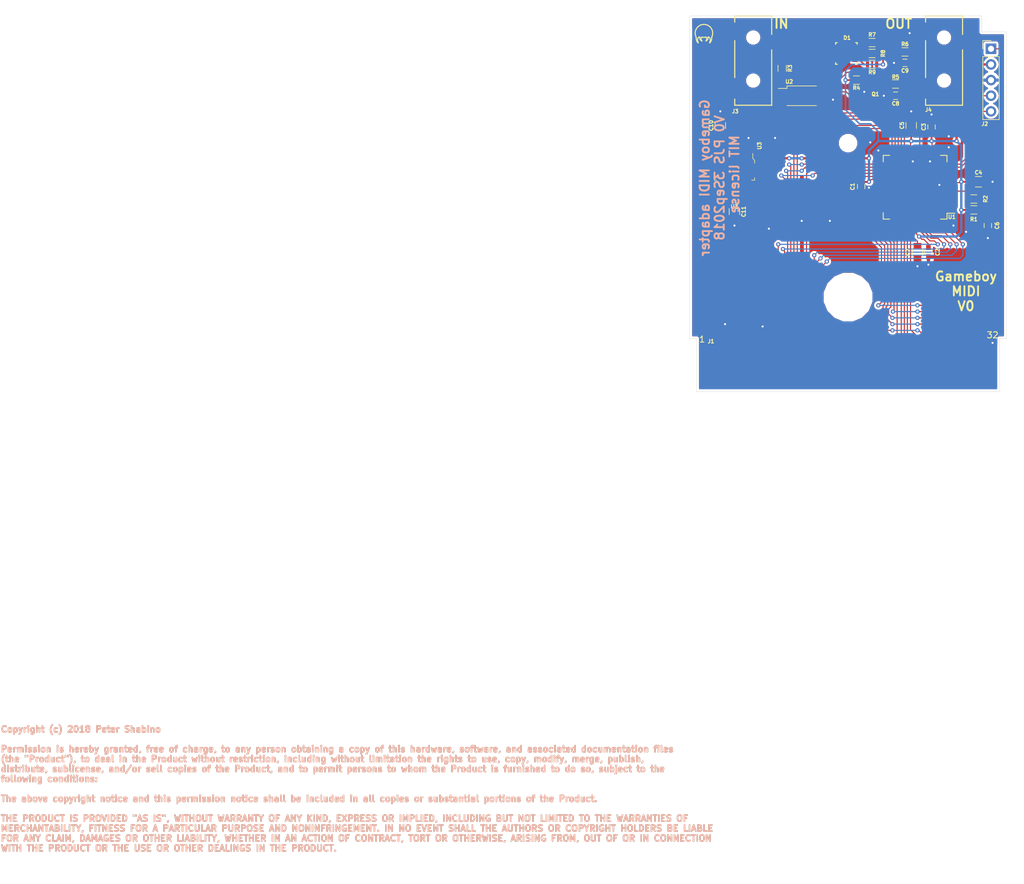
<source format=kicad_pcb>
(kicad_pcb (version 20171130) (host pcbnew "(5.0.0)")

  (general
    (thickness 1.6)
    (drawings 19)
    (tracks 507)
    (zones 0)
    (modules 30)
    (nets 43)
  )

  (page A4)
  (layers
    (0 F.Cu signal)
    (31 B.Cu signal)
    (32 B.Adhes user)
    (33 F.Adhes user)
    (34 B.Paste user)
    (35 F.Paste user hide)
    (36 B.SilkS user)
    (37 F.SilkS user)
    (38 B.Mask user)
    (39 F.Mask user)
    (40 Dwgs.User user)
    (41 Cmts.User user)
    (42 Eco1.User user)
    (43 Eco2.User user)
    (44 Edge.Cuts user)
    (45 Margin user)
    (46 B.CrtYd user)
    (47 F.CrtYd user)
    (48 B.Fab user)
    (49 F.Fab user hide)
  )

  (setup
    (last_trace_width 0.1778)
    (user_trace_width 0.1778)
    (user_trace_width 0.254)
    (user_trace_width 0.3048)
    (user_trace_width 0.381)
    (user_trace_width 0.508)
    (user_trace_width 0.635)
    (user_trace_width 0.762)
    (user_trace_width 1.016)
    (trace_clearance 0.254)
    (zone_clearance 0.3556)
    (zone_45_only yes)
    (trace_min 0.1778)
    (segment_width 0.2)
    (edge_width 0.15)
    (via_size 0.889)
    (via_drill 0.635)
    (via_min_size 0.6858)
    (via_min_drill 0.3302)
    (user_via 0.6858 0.3302)
    (user_via 0.8636 0.508)
    (user_via 1.1176 0.762)
    (user_via 1.3716 1.016)
    (uvia_size 0.508)
    (uvia_drill 0.127)
    (uvias_allowed no)
    (uvia_min_size 0.508)
    (uvia_min_drill 0.127)
    (pcb_text_width 0.3)
    (pcb_text_size 1.5 1.5)
    (mod_edge_width 0.15)
    (mod_text_size 0.6096 0.6096)
    (mod_text_width 0.1524)
    (pad_size 1.7272 1.7272)
    (pad_drill 1.016)
    (pad_to_mask_clearance 0.0762)
    (aux_axis_origin 139.065 111.125)
    (visible_elements 7FFCDF3F)
    (pcbplotparams
      (layerselection 0x010fc_80000001)
      (usegerberextensions true)
      (usegerberattributes false)
      (usegerberadvancedattributes false)
      (creategerberjobfile false)
      (excludeedgelayer true)
      (linewidth 0.100000)
      (plotframeref false)
      (viasonmask false)
      (mode 1)
      (useauxorigin false)
      (hpglpennumber 1)
      (hpglpenspeed 20)
      (hpglpendiameter 15.000000)
      (psnegative false)
      (psa4output false)
      (plotreference true)
      (plotvalue false)
      (plotinvisibletext false)
      (padsonsilk false)
      (subtractmaskfromsilk true)
      (outputformat 1)
      (mirror false)
      (drillshape 0)
      (scaleselection 1)
      (outputdirectory "Gerber/"))
  )

  (net 0 "")
  (net 1 GND)
  (net 2 "#RST")
  (net 3 D7)
  (net 4 D6)
  (net 5 D5)
  (net 6 D4)
  (net 7 D3)
  (net 8 D2)
  (net 9 D1)
  (net 10 D0)
  (net 11 A15)
  (net 12 A9)
  (net 13 A8)
  (net 14 A7)
  (net 15 A6)
  (net 16 A5)
  (net 17 A4)
  (net 18 A3)
  (net 19 A2)
  (net 20 A1)
  (net 21 A0)
  (net 22 "#RD")
  (net 23 +3V3)
  (net 24 "Net-(C6-Pad1)")
  (net 25 "Net-(C7-Pad1)")
  (net 26 PGEC)
  (net 27 PGED)
  (net 28 MCLR)
  (net 29 "Net-(C8-Pad1)")
  (net 30 +5V)
  (net 31 "Net-(J3-PadR)")
  (net 32 MIDI)
  (net 33 "Net-(Q1-Pad3)")
  (net 34 "Net-(J3-PadT)")
  (net 35 "Net-(R3-Pad1)")
  (net 36 "Net-(C9-Pad1)")
  (net 37 "Net-(D1-Pad1)")
  (net 38 "Net-(D1-Pad2)")
  (net 39 "Net-(D1-Pad3)")
  (net 40 R)
  (net 41 G)
  (net 42 B)

  (net_class Default "This is the default net class."
    (clearance 0.254)
    (trace_width 0.254)
    (via_dia 0.889)
    (via_drill 0.635)
    (uvia_dia 0.508)
    (uvia_drill 0.127)
    (add_net "#RD")
    (add_net "#RST")
    (add_net +3V3)
    (add_net +5V)
    (add_net A0)
    (add_net A1)
    (add_net A15)
    (add_net A2)
    (add_net A3)
    (add_net A4)
    (add_net A5)
    (add_net A6)
    (add_net A7)
    (add_net A8)
    (add_net A9)
    (add_net B)
    (add_net D0)
    (add_net D1)
    (add_net D2)
    (add_net D3)
    (add_net D4)
    (add_net D5)
    (add_net D6)
    (add_net D7)
    (add_net G)
    (add_net GND)
    (add_net MCLR)
    (add_net MIDI)
    (add_net "Net-(C6-Pad1)")
    (add_net "Net-(C7-Pad1)")
    (add_net "Net-(C8-Pad1)")
    (add_net "Net-(C9-Pad1)")
    (add_net "Net-(D1-Pad1)")
    (add_net "Net-(D1-Pad2)")
    (add_net "Net-(D1-Pad3)")
    (add_net "Net-(J3-PadR)")
    (add_net "Net-(J3-PadT)")
    (add_net "Net-(Q1-Pad3)")
    (add_net "Net-(R3-Pad1)")
    (add_net PGEC)
    (add_net PGED)
    (add_net R)
  )

  (module PJS-icons:metroid (layer F.Cu) (tedit 5A0106A6) (tstamp 5B867706)
    (at 128.905 60.96)
    (path /5B74EA92)
    (fp_text reference icon1 (at 0 2.54) (layer F.Fab) hide
      (effects (font (size 0.6096 0.6096) (thickness 0.1524)))
    )
    (fp_text value Metroid (at 0 -2.54) (layer F.SilkS) hide
      (effects (font (size 1.5 1.5) (thickness 0.15)))
    )
    (fp_arc (start 1.260669 0.027866) (end 1.1176 -0.0762) (angle 82.9) (layer F.Cu) (width 0.1778))
    (fp_arc (start 0.839684 -0.269991) (end 1.1176 -0.0762) (angle 92.3) (layer F.Cu) (width 0.1778))
    (fp_arc (start 0 0) (end -1.27 0.635) (angle 233.1) (layer F.Cu) (width 0.1778))
    (fp_arc (start 0.038519 0.727991) (end -1.27 0.635) (angle -45) (layer F.Cu) (width 0.1778))
    (fp_arc (start -0.47625 1.11125) (end -0.79375 0.635) (angle -90) (layer F.Cu) (width 0.1778))
    (fp_line (start -0.9525 1.5875) (end -0.9525 1.42875) (layer F.Cu) (width 0.1778))
    (fp_line (start -0.79375 0.635) (end -0.635 0.635) (layer F.Cu) (width 0.1778))
    (fp_arc (start -0.15748 0.79375) (end -0.635 0.635) (angle -90) (layer F.Cu) (width 0.1778))
    (fp_arc (start 0 0.9525) (end -0.3175 0.635) (angle -90) (layer F.Cu) (width 0.1778))
    (fp_arc (start 0 -0.317497) (end 0.3175 0.635) (angle 36.9) (layer F.Cu) (width 0.1778))
    (fp_arc (start 0 0.9525) (end 0.3175 0.635) (angle 90) (layer F.Cu) (width 0.1778))
    (fp_arc (start 0.15748 0.79375) (end 0.635 0.635) (angle 90) (layer F.Cu) (width 0.1778))
    (fp_line (start 0.79375 0.635) (end 0.635 0.635) (layer F.Cu) (width 0.1778))
    (fp_line (start 0.9525 1.5875) (end 0.9525 1.42875) (layer F.Cu) (width 0.1778))
    (fp_arc (start 0.47625 1.11125) (end 0.79375 0.635) (angle 90) (layer F.Cu) (width 0.1778))
    (fp_arc (start -0.038519 0.727991) (end 1.27 0.635) (angle 45) (layer F.Cu) (width 0.1778))
    (fp_arc (start -0.038519 0.727991) (end 1.27 0.635) (angle 45) (layer F.SilkS) (width 0.1778))
    (fp_arc (start 0.47625 1.11125) (end 0.79375 0.635) (angle 90) (layer F.SilkS) (width 0.1778))
    (fp_line (start 0.9525 1.5875) (end 0.9525 1.42875) (layer F.SilkS) (width 0.1778))
    (fp_line (start 0.79375 0.635) (end 0.635 0.635) (layer F.SilkS) (width 0.1778))
    (fp_arc (start 0.15748 0.79375) (end 0.635 0.635) (angle 90) (layer F.SilkS) (width 0.1778))
    (fp_arc (start 0 0.9525) (end 0.3175 0.635) (angle 90) (layer F.SilkS) (width 0.1778))
    (fp_arc (start 0 -0.317497) (end 0.3175 0.635) (angle 36.9) (layer F.SilkS) (width 0.1778))
    (fp_arc (start 0 0.9525) (end -0.3175 0.635) (angle -90) (layer F.SilkS) (width 0.1778))
    (fp_arc (start -0.15748 0.79375) (end -0.635 0.635) (angle -90) (layer F.SilkS) (width 0.1778))
    (fp_line (start -0.79375 0.635) (end -0.635 0.635) (layer F.SilkS) (width 0.1778))
    (fp_line (start -0.9525 1.5875) (end -0.9525 1.42875) (layer F.SilkS) (width 0.1778))
    (fp_arc (start -0.47625 1.11125) (end -0.79375 0.635) (angle -90) (layer F.SilkS) (width 0.1778))
    (fp_arc (start 0.038519 0.727991) (end -1.27 0.635) (angle -45) (layer F.SilkS) (width 0.1778))
    (fp_arc (start 0.254 -1.3208) (end 0.508 -1.3208) (angle 90) (layer F.Cu) (width 0.1778))
    (fp_arc (start 0.2286 -0.8382) (end 0 -0.8636) (angle 90) (layer F.Cu) (width 0.1778))
    (fp_arc (start -1.1684 0.0254) (end -1.27 -0.4064) (angle 90) (layer F.Cu) (width 0.1778))
    (fp_arc (start 0 0) (end -1.27 0.635) (angle 233.1) (layer F.SilkS) (width 0.1778))
    (pad "" smd circle (at -0.635 0) (size 0.635 0.635) (layers F.Cu F.Paste F.Mask))
    (pad "" smd circle (at 0.635 0) (size 0.635 0.635) (layers F.Cu F.Paste F.Mask))
    (pad "" smd circle (at 0 -0.635) (size 0.635 0.635) (layers F.Cu F.Paste F.Mask))
  )

  (module Gameboy:GameBoy_Cartridge_1x32_P1.50mm_Edge locked (layer F.Cu) (tedit 5B835044) (tstamp 5B8B6DAD)
    (at 152.3111 115.1636)
    (descr "Game Boy cartridge edge connector")
    (tags "gameboy cartridge")
    (path /5B8CA90D)
    (attr virtual)
    (fp_text reference J1 (at -22.2631 -4.1656) (layer F.SilkS)
      (effects (font (size 0.6096 0.6096) (thickness 0.1524)))
    )
    (fp_text value Gameboy (at 0 5) (layer F.Fab) hide
      (effects (font (size 1 1) (thickness 0.15)))
    )
    (fp_line (start 24.6 -3.5) (end 24.6 3.5) (layer F.CrtYd) (width 0.05))
    (fp_line (start 24.6 3.5) (end -24.6 3.5) (layer F.CrtYd) (width 0.05))
    (fp_line (start -24.6 3.5) (end -24.6 -3.5) (layer F.CrtYd) (width 0.05))
    (fp_line (start -24.6 -3.5) (end 24.6 -3.5) (layer F.CrtYd) (width 0.05))
    (fp_line (start -24.6 -4.6) (end -25.7 -4.6) (layer F.Fab) (width 0.1))
    (fp_line (start -25.7 -4.6) (end -25.7 -57) (layer F.Fab) (width 0.1))
    (fp_line (start 24.6 -4.6) (end 25.7 -4.6) (layer F.Fab) (width 0.1))
    (fp_line (start 25.7 -4.6) (end 25.7 -54.4) (layer F.Fab) (width 0.1))
    (fp_line (start 24.6 4) (end 24.6 -4.6) (layer F.Fab) (width 0.1))
    (fp_line (start -24.6 4) (end -24.6 -4.6) (layer F.Fab) (width 0.1))
    (fp_line (start -24.6 4) (end 24.6 4) (layer F.Fab) (width 0.1))
    (fp_text user %R (at 0 3) (layer F.Fab)
      (effects (font (size 0.6 0.6) (thickness 0.08)))
    )
    (fp_text user 32 (at 23.4569 -5.1816) (layer F.SilkS)
      (effects (font (size 1 1) (thickness 0.15)))
    )
    (fp_text user 1 (at -23.7 -4.5) (layer F.SilkS)
      (effects (font (size 1 1) (thickness 0.15)))
    )
    (fp_text user "Gameboy connector modified from:" (at 0 8.5) (layer Cmts.User)
      (effects (font (size 1 1) (thickness 0.15)))
    )
    (fp_text user https://github.com/Gekkio/gb-hardware/tree/master/GB-BRK-CART (at 0 10.5) (layer Cmts.User)
      (effects (font (size 1 1) (thickness 0.15)))
    )
    (fp_text user "Which was licensed under Creative Commons Attribution 4.0 International." (at 0 12.5) (layer Cmts.User)
      (effects (font (size 1 1) (thickness 0.15)))
    )
    (fp_line (start -25.7 -57) (end 21.7 -57) (layer F.Fab) (width 0.1))
    (fp_line (start 21.7 -57) (end 21.7 -54.4) (layer F.Fab) (width 0.1))
    (fp_line (start 21.7 -54.4) (end 25.7 -54.4) (layer F.Fab) (width 0.1))
    (fp_text user "Recommended thickness 0.8mm" (at 0 18) (layer Cmts.User)
      (effects (font (size 1 1) (thickness 0.15)))
    )
    (fp_circle (center 0 -11.35) (end 3.9 -11.35) (layer F.CrtYd) (width 0.18))
    (fp_circle (center 0 -11.35) (end 3.9 -11.35) (layer B.CrtYd) (width 0.18))
    (fp_circle (center 0 -36.35) (end 1.4 -36.35) (layer B.CrtYd) (width 0.18))
    (fp_circle (center 0 -36.35) (end 1.4 -36.35) (layer F.CrtYd) (width 0.18))
    (pad 32 connect rect (at 23.4 0 90) (size 6 1.3) (layers F.Cu F.Mask)
      (net 1 GND))
    (pad 31 connect rect (at 21.75 -0.25 90) (size 5.5 1) (layers F.Cu F.Mask))
    (pad 30 connect rect (at 20.25 -0.25 90) (size 5.5 1) (layers F.Cu F.Mask)
      (net 2 "#RST"))
    (pad 29 connect rect (at 18.75 -0.25 90) (size 5.5 1) (layers F.Cu F.Mask)
      (net 3 D7))
    (pad 28 connect rect (at 17.25 -0.25 90) (size 5.5 1) (layers F.Cu F.Mask)
      (net 4 D6))
    (pad 27 connect rect (at 15.75 -0.25 90) (size 5.5 1) (layers F.Cu F.Mask)
      (net 5 D5))
    (pad 26 connect rect (at 14.25 -0.25 90) (size 5.5 1) (layers F.Cu F.Mask)
      (net 6 D4))
    (pad 25 connect rect (at 12.75 -0.25 90) (size 5.5 1) (layers F.Cu F.Mask)
      (net 7 D3))
    (pad 24 connect rect (at 11.25 -0.25 90) (size 5.5 1) (layers F.Cu F.Mask)
      (net 8 D2))
    (pad 23 connect rect (at 9.75 -0.25 90) (size 5.5 1) (layers F.Cu F.Mask)
      (net 9 D1))
    (pad 22 connect rect (at 8.25 -0.25 90) (size 5.5 1) (layers F.Cu F.Mask)
      (net 10 D0))
    (pad 21 connect rect (at 6.75 -0.25 90) (size 5.5 1) (layers F.Cu F.Mask)
      (net 11 A15))
    (pad 20 connect rect (at 5.25 -0.25 90) (size 5.5 1) (layers F.Cu F.Mask))
    (pad 19 connect rect (at 3.75 -0.25 90) (size 5.5 1) (layers F.Cu F.Mask))
    (pad 18 connect rect (at 2.25 -0.25 90) (size 5.5 1) (layers F.Cu F.Mask))
    (pad 17 connect rect (at 0.75 -0.25 90) (size 5.5 1) (layers F.Cu F.Mask))
    (pad 16 connect rect (at -0.75 -0.25 90) (size 5.5 1) (layers F.Cu F.Mask))
    (pad 15 connect rect (at -2.25 -0.25 90) (size 5.5 1) (layers F.Cu F.Mask)
      (net 12 A9))
    (pad 14 connect rect (at -3.75 -0.25 90) (size 5.5 1) (layers F.Cu F.Mask)
      (net 13 A8))
    (pad 13 connect rect (at -5.25 -0.25 90) (size 5.5 1) (layers F.Cu F.Mask)
      (net 14 A7))
    (pad 12 connect rect (at -6.75 -0.25 90) (size 5.5 1) (layers F.Cu F.Mask)
      (net 15 A6))
    (pad 11 connect rect (at -8.25 -0.25 90) (size 5.5 1) (layers F.Cu F.Mask)
      (net 16 A5))
    (pad 10 connect rect (at -9.75 -0.25 90) (size 5.5 1) (layers F.Cu F.Mask)
      (net 17 A4))
    (pad 9 connect rect (at -11.25 -0.25 90) (size 5.5 1) (layers F.Cu F.Mask)
      (net 18 A3))
    (pad 8 connect rect (at -12.75 -0.25 90) (size 5.5 1) (layers F.Cu F.Mask)
      (net 19 A2))
    (pad 7 connect rect (at -14.25 -0.25 90) (size 5.5 1) (layers F.Cu F.Mask)
      (net 20 A1))
    (pad 6 connect rect (at -15.75 -0.25 90) (size 5.5 1) (layers F.Cu F.Mask)
      (net 21 A0))
    (pad 5 connect rect (at -17.25 -0.25 90) (size 5.5 1) (layers F.Cu F.Mask))
    (pad 4 connect rect (at -18.75 -0.25 90) (size 5.5 1) (layers F.Cu F.Mask)
      (net 22 "#RD"))
    (pad 3 connect rect (at -20.25 -0.25 90) (size 5.5 1) (layers F.Cu F.Mask))
    (pad 1 connect rect (at -23.4 0 90) (size 6 1.3) (layers F.Cu F.Mask)
      (net 30 +5V))
    (pad 2 connect rect (at -21.75 -0.25 90) (size 5.5 1) (layers F.Cu F.Mask))
    (pad "" np_thru_hole circle (at 0 -11.35) (size 7.2 7.2) (drill 7.2) (layers *.Cu *.Mask))
    (pad "" np_thru_hole circle (at 0 -36.35) (size 2.3 2.3) (drill 2.3) (layers *.Cu *.Mask))
  )

  (module Housings_QFP:TQFP-64_10x10mm_Pitch0.5mm (layer F.Cu) (tedit 58CC9A48) (tstamp 5B868CFF)
    (at 163.195 85.979 180)
    (descr "64-Lead Plastic Thin Quad Flatpack (PT) - 10x10x1 mm Body, 2.00 mm Footprint [TQFP] (see Microchip Packaging Specification 00000049BS.pdf)")
    (tags "QFP 0.5")
    (path /5B8D2BD4)
    (attr smd)
    (fp_text reference U1 (at -5.969 -4.826 180) (layer F.SilkS)
      (effects (font (size 0.6096 0.6096) (thickness 0.1524)))
    )
    (fp_text value PIC32MX3xxFxxH_TQFP (at 0 7.45 180) (layer F.Fab)
      (effects (font (size 1 1) (thickness 0.15)))
    )
    (fp_line (start -5.175 -4.225) (end -6.45 -4.225) (layer F.SilkS) (width 0.15))
    (fp_line (start 5.175 -5.175) (end 4.125 -5.175) (layer F.SilkS) (width 0.15))
    (fp_line (start 5.175 5.175) (end 4.125 5.175) (layer F.SilkS) (width 0.15))
    (fp_line (start -5.175 5.175) (end -4.125 5.175) (layer F.SilkS) (width 0.15))
    (fp_line (start -5.175 -5.175) (end -4.125 -5.175) (layer F.SilkS) (width 0.15))
    (fp_line (start -5.175 5.175) (end -5.175 4.125) (layer F.SilkS) (width 0.15))
    (fp_line (start 5.175 5.175) (end 5.175 4.125) (layer F.SilkS) (width 0.15))
    (fp_line (start 5.175 -5.175) (end 5.175 -4.125) (layer F.SilkS) (width 0.15))
    (fp_line (start -5.175 -5.175) (end -5.175 -4.225) (layer F.SilkS) (width 0.15))
    (fp_line (start -6.7 6.7) (end 6.7 6.7) (layer F.CrtYd) (width 0.05))
    (fp_line (start -6.7 -6.7) (end 6.7 -6.7) (layer F.CrtYd) (width 0.05))
    (fp_line (start 6.7 -6.7) (end 6.7 6.7) (layer F.CrtYd) (width 0.05))
    (fp_line (start -6.7 -6.7) (end -6.7 6.7) (layer F.CrtYd) (width 0.05))
    (fp_line (start -5 -4) (end -4 -5) (layer F.Fab) (width 0.15))
    (fp_line (start -5 5) (end -5 -4) (layer F.Fab) (width 0.15))
    (fp_line (start 5 5) (end -5 5) (layer F.Fab) (width 0.15))
    (fp_line (start 5 -5) (end 5 5) (layer F.Fab) (width 0.15))
    (fp_line (start -4 -5) (end 5 -5) (layer F.Fab) (width 0.15))
    (fp_text user %R (at 0 0 180) (layer F.Fab)
      (effects (font (size 1 1) (thickness 0.15)))
    )
    (pad 64 smd rect (at -3.75 -5.7 270) (size 1.5 0.3) (layers F.Cu F.Paste F.Mask))
    (pad 63 smd rect (at -3.25 -5.7 270) (size 1.5 0.3) (layers F.Cu F.Paste F.Mask)
      (net 12 A9))
    (pad 62 smd rect (at -2.75 -5.7 270) (size 1.5 0.3) (layers F.Cu F.Paste F.Mask))
    (pad 61 smd rect (at -2.25 -5.7 270) (size 1.5 0.3) (layers F.Cu F.Paste F.Mask)
      (net 13 A8))
    (pad 60 smd rect (at -1.75 -5.7 270) (size 1.5 0.3) (layers F.Cu F.Paste F.Mask)
      (net 14 A7))
    (pad 59 smd rect (at -1.25 -5.7 270) (size 1.5 0.3) (layers F.Cu F.Paste F.Mask)
      (net 20 A1))
    (pad 58 smd rect (at -0.75 -5.7 270) (size 1.5 0.3) (layers F.Cu F.Paste F.Mask)
      (net 21 A0))
    (pad 57 smd rect (at -0.25 -5.7 270) (size 1.5 0.3) (layers F.Cu F.Paste F.Mask)
      (net 23 +3V3))
    (pad 56 smd rect (at 0.25 -5.7 270) (size 1.5 0.3) (layers F.Cu F.Paste F.Mask)
      (net 25 "Net-(C7-Pad1)"))
    (pad 55 smd rect (at 0.75 -5.7 270) (size 1.5 0.3) (layers F.Cu F.Paste F.Mask)
      (net 7 D3))
    (pad 54 smd rect (at 1.25 -5.7 270) (size 1.5 0.3) (layers F.Cu F.Paste F.Mask)
      (net 8 D2))
    (pad 53 smd rect (at 1.75 -5.7 270) (size 1.5 0.3) (layers F.Cu F.Paste F.Mask)
      (net 9 D1))
    (pad 52 smd rect (at 2.25 -5.7 270) (size 1.5 0.3) (layers F.Cu F.Paste F.Mask)
      (net 10 D0))
    (pad 51 smd rect (at 2.75 -5.7 270) (size 1.5 0.3) (layers F.Cu F.Paste F.Mask))
    (pad 50 smd rect (at 3.25 -5.7 270) (size 1.5 0.3) (layers F.Cu F.Paste F.Mask))
    (pad 49 smd rect (at 3.75 -5.7 270) (size 1.5 0.3) (layers F.Cu F.Paste F.Mask))
    (pad 48 smd rect (at 5.7 -3.75 180) (size 1.5 0.3) (layers F.Cu F.Paste F.Mask))
    (pad 47 smd rect (at 5.7 -3.25 180) (size 1.5 0.3) (layers F.Cu F.Paste F.Mask))
    (pad 46 smd rect (at 5.7 -2.75 180) (size 1.5 0.3) (layers F.Cu F.Paste F.Mask)
      (net 11 A15))
    (pad 45 smd rect (at 5.7 -2.25 180) (size 1.5 0.3) (layers F.Cu F.Paste F.Mask)
      (net 3 D7))
    (pad 44 smd rect (at 5.7 -1.75 180) (size 1.5 0.3) (layers F.Cu F.Paste F.Mask)
      (net 4 D6))
    (pad 43 smd rect (at 5.7 -1.25 180) (size 1.5 0.3) (layers F.Cu F.Paste F.Mask)
      (net 5 D5))
    (pad 42 smd rect (at 5.7 -0.75 180) (size 1.5 0.3) (layers F.Cu F.Paste F.Mask)
      (net 6 D4))
    (pad 41 smd rect (at 5.7 -0.25 180) (size 1.5 0.3) (layers F.Cu F.Paste F.Mask)
      (net 1 GND))
    (pad 40 smd rect (at 5.7 0.25 180) (size 1.5 0.3) (layers F.Cu F.Paste F.Mask))
    (pad 39 smd rect (at 5.7 0.75 180) (size 1.5 0.3) (layers F.Cu F.Paste F.Mask))
    (pad 38 smd rect (at 5.7 1.25 180) (size 1.5 0.3) (layers F.Cu F.Paste F.Mask)
      (net 23 +3V3))
    (pad 37 smd rect (at 5.7 1.75 180) (size 1.5 0.3) (layers F.Cu F.Paste F.Mask)
      (net 2 "#RST"))
    (pad 36 smd rect (at 5.7 2.25 180) (size 1.5 0.3) (layers F.Cu F.Paste F.Mask)
      (net 22 "#RD"))
    (pad 35 smd rect (at 5.7 2.75 180) (size 1.5 0.3) (layers F.Cu F.Paste F.Mask)
      (net 15 A6))
    (pad 34 smd rect (at 5.7 3.25 180) (size 1.5 0.3) (layers F.Cu F.Paste F.Mask)
      (net 19 A2))
    (pad 33 smd rect (at 5.7 3.75 180) (size 1.5 0.3) (layers F.Cu F.Paste F.Mask)
      (net 18 A3))
    (pad 32 smd rect (at 3.75 5.7 270) (size 1.5 0.3) (layers F.Cu F.Paste F.Mask)
      (net 16 A5))
    (pad 31 smd rect (at 3.25 5.7 270) (size 1.5 0.3) (layers F.Cu F.Paste F.Mask)
      (net 17 A4))
    (pad 30 smd rect (at 2.75 5.7 270) (size 1.5 0.3) (layers F.Cu F.Paste F.Mask)
      (net 40 R))
    (pad 29 smd rect (at 2.25 5.7 270) (size 1.5 0.3) (layers F.Cu F.Paste F.Mask)
      (net 41 G))
    (pad 28 smd rect (at 1.75 5.7 270) (size 1.5 0.3) (layers F.Cu F.Paste F.Mask)
      (net 42 B))
    (pad 27 smd rect (at 1.25 5.7 270) (size 1.5 0.3) (layers F.Cu F.Paste F.Mask))
    (pad 26 smd rect (at 0.75 5.7 270) (size 1.5 0.3) (layers F.Cu F.Paste F.Mask)
      (net 23 +3V3))
    (pad 25 smd rect (at 0.25 5.7 270) (size 1.5 0.3) (layers F.Cu F.Paste F.Mask)
      (net 1 GND))
    (pad 24 smd rect (at -0.25 5.7 270) (size 1.5 0.3) (layers F.Cu F.Paste F.Mask))
    (pad 23 smd rect (at -0.75 5.7 270) (size 1.5 0.3) (layers F.Cu F.Paste F.Mask)
      (net 32 MIDI))
    (pad 22 smd rect (at -1.25 5.7 270) (size 1.5 0.3) (layers F.Cu F.Paste F.Mask))
    (pad 21 smd rect (at -1.75 5.7 270) (size 1.5 0.3) (layers F.Cu F.Paste F.Mask))
    (pad 20 smd rect (at -2.25 5.7 270) (size 1.5 0.3) (layers F.Cu F.Paste F.Mask)
      (net 1 GND))
    (pad 19 smd rect (at -2.75 5.7 270) (size 1.5 0.3) (layers F.Cu F.Paste F.Mask)
      (net 23 +3V3))
    (pad 18 smd rect (at -3.25 5.7 270) (size 1.5 0.3) (layers F.Cu F.Paste F.Mask))
    (pad 17 smd rect (at -3.75 5.7 270) (size 1.5 0.3) (layers F.Cu F.Paste F.Mask))
    (pad 16 smd rect (at -5.7 3.75 180) (size 1.5 0.3) (layers F.Cu F.Paste F.Mask)
      (net 27 PGED))
    (pad 15 smd rect (at -5.7 3.25 180) (size 1.5 0.3) (layers F.Cu F.Paste F.Mask)
      (net 26 PGEC))
    (pad 14 smd rect (at -5.7 2.75 180) (size 1.5 0.3) (layers F.Cu F.Paste F.Mask))
    (pad 13 smd rect (at -5.7 2.25 180) (size 1.5 0.3) (layers F.Cu F.Paste F.Mask))
    (pad 12 smd rect (at -5.7 1.75 180) (size 1.5 0.3) (layers F.Cu F.Paste F.Mask))
    (pad 11 smd rect (at -5.7 1.25 180) (size 1.5 0.3) (layers F.Cu F.Paste F.Mask))
    (pad 10 smd rect (at -5.7 0.75 180) (size 1.5 0.3) (layers F.Cu F.Paste F.Mask)
      (net 23 +3V3))
    (pad 9 smd rect (at -5.7 0.25 180) (size 1.5 0.3) (layers F.Cu F.Paste F.Mask)
      (net 1 GND))
    (pad 8 smd rect (at -5.7 -0.25 180) (size 1.5 0.3) (layers F.Cu F.Paste F.Mask))
    (pad 7 smd rect (at -5.7 -0.75 180) (size 1.5 0.3) (layers F.Cu F.Paste F.Mask)
      (net 28 MCLR))
    (pad 6 smd rect (at -5.7 -1.25 180) (size 1.5 0.3) (layers F.Cu F.Paste F.Mask))
    (pad 5 smd rect (at -5.7 -1.75 180) (size 1.5 0.3) (layers F.Cu F.Paste F.Mask))
    (pad 4 smd rect (at -5.7 -2.25 180) (size 1.5 0.3) (layers F.Cu F.Paste F.Mask))
    (pad 3 smd rect (at -5.7 -2.75 180) (size 1.5 0.3) (layers F.Cu F.Paste F.Mask))
    (pad 2 smd rect (at -5.7 -3.25 180) (size 1.5 0.3) (layers F.Cu F.Paste F.Mask))
    (pad 1 smd rect (at -5.7 -3.75 180) (size 1.5 0.3) (layers F.Cu F.Paste F.Mask))
    (model ${KISYS3DMOD}/Housings_QFP.3dshapes/TQFP-64_10x10mm_Pitch0.5mm.wrl
      (at (xyz 0 0 0))
      (scale (xyz 1 1 1))
      (rotate (xyz 0 0 0))
    )
  )

  (module Capacitors_SMD:C_0603 (layer F.Cu) (tedit 59958EE7) (tstamp 5B87633F)
    (at 154.432 85.864 270)
    (descr "Capacitor SMD 0603, reflow soldering, AVX (see smccp.pdf)")
    (tags "capacitor 0603")
    (path /5B8F28C1)
    (attr smd)
    (fp_text reference C1 (at 0 1.397 270) (layer F.SilkS)
      (effects (font (size 0.6096 0.6096) (thickness 0.1524)))
    )
    (fp_text value 0.1uF (at 0 1.5 270) (layer F.Fab)
      (effects (font (size 1 1) (thickness 0.15)))
    )
    (fp_line (start 1.4 0.65) (end -1.4 0.65) (layer F.CrtYd) (width 0.05))
    (fp_line (start 1.4 0.65) (end 1.4 -0.65) (layer F.CrtYd) (width 0.05))
    (fp_line (start -1.4 -0.65) (end -1.4 0.65) (layer F.CrtYd) (width 0.05))
    (fp_line (start -1.4 -0.65) (end 1.4 -0.65) (layer F.CrtYd) (width 0.05))
    (fp_line (start 0.35 0.6) (end -0.35 0.6) (layer F.SilkS) (width 0.12))
    (fp_line (start -0.35 -0.6) (end 0.35 -0.6) (layer F.SilkS) (width 0.12))
    (fp_line (start -0.8 -0.4) (end 0.8 -0.4) (layer F.Fab) (width 0.1))
    (fp_line (start 0.8 -0.4) (end 0.8 0.4) (layer F.Fab) (width 0.1))
    (fp_line (start 0.8 0.4) (end -0.8 0.4) (layer F.Fab) (width 0.1))
    (fp_line (start -0.8 0.4) (end -0.8 -0.4) (layer F.Fab) (width 0.1))
    (fp_text user %R (at 0 0 270) (layer F.Fab)
      (effects (font (size 0.3 0.3) (thickness 0.075)))
    )
    (pad 2 smd rect (at 0.75 0 270) (size 0.8 0.75) (layers F.Cu F.Paste F.Mask)
      (net 1 GND))
    (pad 1 smd rect (at -0.75 0 270) (size 0.8 0.75) (layers F.Cu F.Paste F.Mask)
      (net 23 +3V3))
    (model Capacitors_SMD.3dshapes/C_0603.wrl
      (at (xyz 0 0 0))
      (scale (xyz 1 1 1))
      (rotate (xyz 0 0 0))
    )
  )

  (module Capacitors_SMD:C_0603 (layer F.Cu) (tedit 59958EE7) (tstamp 5B8760FC)
    (at 165.354 96.52 270)
    (descr "Capacitor SMD 0603, reflow soldering, AVX (see smccp.pdf)")
    (tags "capacitor 0603")
    (path /5B8F2891)
    (attr smd)
    (fp_text reference C2 (at 0 -1.5 270) (layer F.SilkS)
      (effects (font (size 0.6096 0.6096) (thickness 0.1524)))
    )
    (fp_text value 0.1uF (at 0 1.5 270) (layer F.Fab)
      (effects (font (size 1 1) (thickness 0.15)))
    )
    (fp_text user %R (at 0 0 270) (layer F.Fab)
      (effects (font (size 0.3 0.3) (thickness 0.075)))
    )
    (fp_line (start -0.8 0.4) (end -0.8 -0.4) (layer F.Fab) (width 0.1))
    (fp_line (start 0.8 0.4) (end -0.8 0.4) (layer F.Fab) (width 0.1))
    (fp_line (start 0.8 -0.4) (end 0.8 0.4) (layer F.Fab) (width 0.1))
    (fp_line (start -0.8 -0.4) (end 0.8 -0.4) (layer F.Fab) (width 0.1))
    (fp_line (start -0.35 -0.6) (end 0.35 -0.6) (layer F.SilkS) (width 0.12))
    (fp_line (start 0.35 0.6) (end -0.35 0.6) (layer F.SilkS) (width 0.12))
    (fp_line (start -1.4 -0.65) (end 1.4 -0.65) (layer F.CrtYd) (width 0.05))
    (fp_line (start -1.4 -0.65) (end -1.4 0.65) (layer F.CrtYd) (width 0.05))
    (fp_line (start 1.4 0.65) (end 1.4 -0.65) (layer F.CrtYd) (width 0.05))
    (fp_line (start 1.4 0.65) (end -1.4 0.65) (layer F.CrtYd) (width 0.05))
    (pad 1 smd rect (at -0.75 0 270) (size 0.8 0.75) (layers F.Cu F.Paste F.Mask)
      (net 23 +3V3))
    (pad 2 smd rect (at 0.75 0 270) (size 0.8 0.75) (layers F.Cu F.Paste F.Mask)
      (net 1 GND))
    (model Capacitors_SMD.3dshapes/C_0603.wrl
      (at (xyz 0 0 0))
      (scale (xyz 1 1 1))
      (rotate (xyz 0 0 0))
    )
  )

  (module Capacitors_SMD:C_0603 (layer F.Cu) (tedit 59958EE7) (tstamp 5B87610D)
    (at 165.862 76.188 90)
    (descr "Capacitor SMD 0603, reflow soldering, AVX (see smccp.pdf)")
    (tags "capacitor 0603")
    (path /5B8F2958)
    (attr smd)
    (fp_text reference C3 (at 0 -1.27 90) (layer F.SilkS)
      (effects (font (size 0.6096 0.6096) (thickness 0.1524)))
    )
    (fp_text value 0.1uF (at 0 1.5 90) (layer F.Fab)
      (effects (font (size 1 1) (thickness 0.15)))
    )
    (fp_text user %R (at 0 0 90) (layer F.Fab)
      (effects (font (size 0.3 0.3) (thickness 0.075)))
    )
    (fp_line (start -0.8 0.4) (end -0.8 -0.4) (layer F.Fab) (width 0.1))
    (fp_line (start 0.8 0.4) (end -0.8 0.4) (layer F.Fab) (width 0.1))
    (fp_line (start 0.8 -0.4) (end 0.8 0.4) (layer F.Fab) (width 0.1))
    (fp_line (start -0.8 -0.4) (end 0.8 -0.4) (layer F.Fab) (width 0.1))
    (fp_line (start -0.35 -0.6) (end 0.35 -0.6) (layer F.SilkS) (width 0.12))
    (fp_line (start 0.35 0.6) (end -0.35 0.6) (layer F.SilkS) (width 0.12))
    (fp_line (start -1.4 -0.65) (end 1.4 -0.65) (layer F.CrtYd) (width 0.05))
    (fp_line (start -1.4 -0.65) (end -1.4 0.65) (layer F.CrtYd) (width 0.05))
    (fp_line (start 1.4 0.65) (end 1.4 -0.65) (layer F.CrtYd) (width 0.05))
    (fp_line (start 1.4 0.65) (end -1.4 0.65) (layer F.CrtYd) (width 0.05))
    (pad 1 smd rect (at -0.75 0 90) (size 0.8 0.75) (layers F.Cu F.Paste F.Mask)
      (net 23 +3V3))
    (pad 2 smd rect (at 0.75 0 90) (size 0.8 0.75) (layers F.Cu F.Paste F.Mask)
      (net 1 GND))
    (model Capacitors_SMD.3dshapes/C_0603.wrl
      (at (xyz 0 0 0))
      (scale (xyz 1 1 1))
      (rotate (xyz 0 0 0))
    )
  )

  (module Capacitors_SMD:C_0805 (layer F.Cu) (tedit 58AA8463) (tstamp 5B87611E)
    (at 173.482 85.09)
    (descr "Capacitor SMD 0805, reflow soldering, AVX (see smccp.pdf)")
    (tags "capacitor 0805")
    (path /5B8F2837)
    (attr smd)
    (fp_text reference C4 (at 0 -1.5) (layer F.SilkS)
      (effects (font (size 0.6096 0.6096) (thickness 0.1524)))
    )
    (fp_text value 10uF (at 0 1.75) (layer F.Fab)
      (effects (font (size 1 1) (thickness 0.15)))
    )
    (fp_line (start 1.75 0.87) (end -1.75 0.87) (layer F.CrtYd) (width 0.05))
    (fp_line (start 1.75 0.87) (end 1.75 -0.88) (layer F.CrtYd) (width 0.05))
    (fp_line (start -1.75 -0.88) (end -1.75 0.87) (layer F.CrtYd) (width 0.05))
    (fp_line (start -1.75 -0.88) (end 1.75 -0.88) (layer F.CrtYd) (width 0.05))
    (fp_line (start -0.5 0.85) (end 0.5 0.85) (layer F.SilkS) (width 0.12))
    (fp_line (start 0.5 -0.85) (end -0.5 -0.85) (layer F.SilkS) (width 0.12))
    (fp_line (start -1 -0.62) (end 1 -0.62) (layer F.Fab) (width 0.1))
    (fp_line (start 1 -0.62) (end 1 0.62) (layer F.Fab) (width 0.1))
    (fp_line (start 1 0.62) (end -1 0.62) (layer F.Fab) (width 0.1))
    (fp_line (start -1 0.62) (end -1 -0.62) (layer F.Fab) (width 0.1))
    (fp_text user %R (at 0 -1.5) (layer F.Fab)
      (effects (font (size 1 1) (thickness 0.15)))
    )
    (pad 2 smd rect (at 1 0) (size 1 1.25) (layers F.Cu F.Paste F.Mask)
      (net 1 GND))
    (pad 1 smd rect (at -1 0) (size 1 1.25) (layers F.Cu F.Paste F.Mask)
      (net 23 +3V3))
    (model Capacitors_SMD.3dshapes/C_0805.wrl
      (at (xyz 0 0 0))
      (scale (xyz 1 1 1))
      (rotate (xyz 0 0 0))
    )
  )

  (module Capacitors_SMD:C_0805 (layer F.Cu) (tedit 58AA8463) (tstamp 5B87612F)
    (at 162.56 75.946 90)
    (descr "Capacitor SMD 0805, reflow soldering, AVX (see smccp.pdf)")
    (tags "capacitor 0805")
    (path /5B8F26E9)
    (attr smd)
    (fp_text reference C5 (at 0 -1.5 90) (layer F.SilkS)
      (effects (font (size 0.6096 0.6096) (thickness 0.1524)))
    )
    (fp_text value 10uF (at 0 1.75 90) (layer F.Fab)
      (effects (font (size 1 1) (thickness 0.15)))
    )
    (fp_text user %R (at 0 -1.5 90) (layer F.Fab)
      (effects (font (size 1 1) (thickness 0.15)))
    )
    (fp_line (start -1 0.62) (end -1 -0.62) (layer F.Fab) (width 0.1))
    (fp_line (start 1 0.62) (end -1 0.62) (layer F.Fab) (width 0.1))
    (fp_line (start 1 -0.62) (end 1 0.62) (layer F.Fab) (width 0.1))
    (fp_line (start -1 -0.62) (end 1 -0.62) (layer F.Fab) (width 0.1))
    (fp_line (start 0.5 -0.85) (end -0.5 -0.85) (layer F.SilkS) (width 0.12))
    (fp_line (start -0.5 0.85) (end 0.5 0.85) (layer F.SilkS) (width 0.12))
    (fp_line (start -1.75 -0.88) (end 1.75 -0.88) (layer F.CrtYd) (width 0.05))
    (fp_line (start -1.75 -0.88) (end -1.75 0.87) (layer F.CrtYd) (width 0.05))
    (fp_line (start 1.75 0.87) (end 1.75 -0.88) (layer F.CrtYd) (width 0.05))
    (fp_line (start 1.75 0.87) (end -1.75 0.87) (layer F.CrtYd) (width 0.05))
    (pad 1 smd rect (at -1 0 90) (size 1 1.25) (layers F.Cu F.Paste F.Mask)
      (net 23 +3V3))
    (pad 2 smd rect (at 1 0 90) (size 1 1.25) (layers F.Cu F.Paste F.Mask)
      (net 1 GND))
    (model Capacitors_SMD.3dshapes/C_0805.wrl
      (at (xyz 0 0 0))
      (scale (xyz 1 1 1))
      (rotate (xyz 0 0 0))
    )
  )

  (module Capacitors_SMD:C_0603 (layer F.Cu) (tedit 59958EE7) (tstamp 5B876140)
    (at 175.006 92.202 270)
    (descr "Capacitor SMD 0603, reflow soldering, AVX (see smccp.pdf)")
    (tags "capacitor 0603")
    (path /5B91E953)
    (attr smd)
    (fp_text reference C6 (at 0 -1.5 270) (layer F.SilkS)
      (effects (font (size 0.6096 0.6096) (thickness 0.1524)))
    )
    (fp_text value 0.1uF (at 0 1.5 270) (layer F.Fab)
      (effects (font (size 1 1) (thickness 0.15)))
    )
    (fp_line (start 1.4 0.65) (end -1.4 0.65) (layer F.CrtYd) (width 0.05))
    (fp_line (start 1.4 0.65) (end 1.4 -0.65) (layer F.CrtYd) (width 0.05))
    (fp_line (start -1.4 -0.65) (end -1.4 0.65) (layer F.CrtYd) (width 0.05))
    (fp_line (start -1.4 -0.65) (end 1.4 -0.65) (layer F.CrtYd) (width 0.05))
    (fp_line (start 0.35 0.6) (end -0.35 0.6) (layer F.SilkS) (width 0.12))
    (fp_line (start -0.35 -0.6) (end 0.35 -0.6) (layer F.SilkS) (width 0.12))
    (fp_line (start -0.8 -0.4) (end 0.8 -0.4) (layer F.Fab) (width 0.1))
    (fp_line (start 0.8 -0.4) (end 0.8 0.4) (layer F.Fab) (width 0.1))
    (fp_line (start 0.8 0.4) (end -0.8 0.4) (layer F.Fab) (width 0.1))
    (fp_line (start -0.8 0.4) (end -0.8 -0.4) (layer F.Fab) (width 0.1))
    (fp_text user %R (at 0 0 270) (layer F.Fab)
      (effects (font (size 0.3 0.3) (thickness 0.075)))
    )
    (pad 2 smd rect (at 0.75 0 270) (size 0.8 0.75) (layers F.Cu F.Paste F.Mask)
      (net 1 GND))
    (pad 1 smd rect (at -0.75 0 270) (size 0.8 0.75) (layers F.Cu F.Paste F.Mask)
      (net 24 "Net-(C6-Pad1)"))
    (model Capacitors_SMD.3dshapes/C_0603.wrl
      (at (xyz 0 0 0))
      (scale (xyz 1 1 1))
      (rotate (xyz 0 0 0))
    )
  )

  (module Capacitors_SMD:C_0805 (layer F.Cu) (tedit 58AA8463) (tstamp 5B876151)
    (at 163.576 96.52 270)
    (descr "Capacitor SMD 0805, reflow soldering, AVX (see smccp.pdf)")
    (tags "capacitor 0805")
    (path /5B8EEFDE)
    (attr smd)
    (fp_text reference C7 (at 0 1.524 270) (layer F.SilkS)
      (effects (font (size 0.6096 0.6096) (thickness 0.1524)))
    )
    (fp_text value 10uF (at 0 1.75 270) (layer F.Fab)
      (effects (font (size 1 1) (thickness 0.15)))
    )
    (fp_line (start 1.75 0.87) (end -1.75 0.87) (layer F.CrtYd) (width 0.05))
    (fp_line (start 1.75 0.87) (end 1.75 -0.88) (layer F.CrtYd) (width 0.05))
    (fp_line (start -1.75 -0.88) (end -1.75 0.87) (layer F.CrtYd) (width 0.05))
    (fp_line (start -1.75 -0.88) (end 1.75 -0.88) (layer F.CrtYd) (width 0.05))
    (fp_line (start -0.5 0.85) (end 0.5 0.85) (layer F.SilkS) (width 0.12))
    (fp_line (start 0.5 -0.85) (end -0.5 -0.85) (layer F.SilkS) (width 0.12))
    (fp_line (start -1 -0.62) (end 1 -0.62) (layer F.Fab) (width 0.1))
    (fp_line (start 1 -0.62) (end 1 0.62) (layer F.Fab) (width 0.1))
    (fp_line (start 1 0.62) (end -1 0.62) (layer F.Fab) (width 0.1))
    (fp_line (start -1 0.62) (end -1 -0.62) (layer F.Fab) (width 0.1))
    (fp_text user %R (at 0 -1.5 270) (layer F.Fab)
      (effects (font (size 1 1) (thickness 0.15)))
    )
    (pad 2 smd rect (at 1 0 270) (size 1 1.25) (layers F.Cu F.Paste F.Mask)
      (net 1 GND))
    (pad 1 smd rect (at -1 0 270) (size 1 1.25) (layers F.Cu F.Paste F.Mask)
      (net 25 "Net-(C7-Pad1)"))
    (model Capacitors_SMD.3dshapes/C_0805.wrl
      (at (xyz 0 0 0))
      (scale (xyz 1 1 1))
      (rotate (xyz 0 0 0))
    )
  )

  (module Pin_Headers:Pin_Header_Straight_1x05_Pitch2.54mm (layer F.Cu) (tedit 59650532) (tstamp 5B87616A)
    (at 175.514 63.5)
    (descr "Through hole straight pin header, 1x05, 2.54mm pitch, single row")
    (tags "Through hole pin header THT 1x05 2.54mm single row")
    (path /5B907E53)
    (fp_text reference J2 (at -1.016 12.192) (layer F.SilkS)
      (effects (font (size 0.6096 0.6096) (thickness 0.1524)))
    )
    (fp_text value Conn_01x05 (at 0 12.49) (layer F.Fab)
      (effects (font (size 1 1) (thickness 0.15)))
    )
    (fp_text user %R (at 0 5.08 90) (layer F.Fab)
      (effects (font (size 1 1) (thickness 0.15)))
    )
    (fp_line (start 1.8 -1.8) (end -1.8 -1.8) (layer F.CrtYd) (width 0.05))
    (fp_line (start 1.8 11.95) (end 1.8 -1.8) (layer F.CrtYd) (width 0.05))
    (fp_line (start -1.8 11.95) (end 1.8 11.95) (layer F.CrtYd) (width 0.05))
    (fp_line (start -1.8 -1.8) (end -1.8 11.95) (layer F.CrtYd) (width 0.05))
    (fp_line (start -1.33 -1.33) (end 0 -1.33) (layer F.SilkS) (width 0.12))
    (fp_line (start -1.33 0) (end -1.33 -1.33) (layer F.SilkS) (width 0.12))
    (fp_line (start -1.33 1.27) (end 1.33 1.27) (layer F.SilkS) (width 0.12))
    (fp_line (start 1.33 1.27) (end 1.33 11.49) (layer F.SilkS) (width 0.12))
    (fp_line (start -1.33 1.27) (end -1.33 11.49) (layer F.SilkS) (width 0.12))
    (fp_line (start -1.33 11.49) (end 1.33 11.49) (layer F.SilkS) (width 0.12))
    (fp_line (start -1.27 -0.635) (end -0.635 -1.27) (layer F.Fab) (width 0.1))
    (fp_line (start -1.27 11.43) (end -1.27 -0.635) (layer F.Fab) (width 0.1))
    (fp_line (start 1.27 11.43) (end -1.27 11.43) (layer F.Fab) (width 0.1))
    (fp_line (start 1.27 -1.27) (end 1.27 11.43) (layer F.Fab) (width 0.1))
    (fp_line (start -0.635 -1.27) (end 1.27 -1.27) (layer F.Fab) (width 0.1))
    (pad 5 thru_hole oval (at 0 10.16) (size 1.7 1.7) (drill 1) (layers *.Cu *.Mask)
      (net 26 PGEC))
    (pad 4 thru_hole oval (at 0 7.62) (size 1.7 1.7) (drill 1) (layers *.Cu *.Mask)
      (net 27 PGED))
    (pad 3 thru_hole oval (at 0 5.08) (size 1.7 1.7) (drill 1) (layers *.Cu *.Mask)
      (net 1 GND))
    (pad 2 thru_hole oval (at 0 2.54) (size 1.7 1.7) (drill 1) (layers *.Cu *.Mask)
      (net 23 +3V3))
    (pad 1 thru_hole rect (at 0 0) (size 1.7 1.7) (drill 1) (layers *.Cu *.Mask)
      (net 28 MCLR))
    (model ${KISYS3DMOD}/Pin_Headers.3dshapes/Pin_Header_Straight_1x05_Pitch2.54mm.wrl
      (at (xyz 0 0 0))
      (scale (xyz 1 1 1))
      (rotate (xyz 0 0 0))
    )
  )

  (module Resistors_SMD:R_0603 (layer F.Cu) (tedit 58E0A804) (tstamp 5B87617B)
    (at 172.732 89.662)
    (descr "Resistor SMD 0603, reflow soldering, Vishay (see dcrcw.pdf)")
    (tags "resistor 0603")
    (path /5B8D0562)
    (attr smd)
    (fp_text reference R1 (at 0 1.524 180) (layer F.SilkS)
      (effects (font (size 0.6096 0.6096) (thickness 0.1524)))
    )
    (fp_text value 10k (at 0 1.5) (layer F.Fab)
      (effects (font (size 1 1) (thickness 0.15)))
    )
    (fp_line (start 1.25 0.7) (end -1.25 0.7) (layer F.CrtYd) (width 0.05))
    (fp_line (start 1.25 0.7) (end 1.25 -0.7) (layer F.CrtYd) (width 0.05))
    (fp_line (start -1.25 -0.7) (end -1.25 0.7) (layer F.CrtYd) (width 0.05))
    (fp_line (start -1.25 -0.7) (end 1.25 -0.7) (layer F.CrtYd) (width 0.05))
    (fp_line (start -0.5 -0.68) (end 0.5 -0.68) (layer F.SilkS) (width 0.12))
    (fp_line (start 0.5 0.68) (end -0.5 0.68) (layer F.SilkS) (width 0.12))
    (fp_line (start -0.8 -0.4) (end 0.8 -0.4) (layer F.Fab) (width 0.1))
    (fp_line (start 0.8 -0.4) (end 0.8 0.4) (layer F.Fab) (width 0.1))
    (fp_line (start 0.8 0.4) (end -0.8 0.4) (layer F.Fab) (width 0.1))
    (fp_line (start -0.8 0.4) (end -0.8 -0.4) (layer F.Fab) (width 0.1))
    (fp_text user %R (at 0 0) (layer F.Fab)
      (effects (font (size 0.4 0.4) (thickness 0.075)))
    )
    (pad 2 smd rect (at 0.75 0) (size 0.5 0.9) (layers F.Cu F.Paste F.Mask)
      (net 24 "Net-(C6-Pad1)"))
    (pad 1 smd rect (at -0.75 0) (size 0.5 0.9) (layers F.Cu F.Paste F.Mask)
      (net 23 +3V3))
    (model ${KISYS3DMOD}/Resistors_SMD.3dshapes/R_0603.wrl
      (at (xyz 0 0 0))
      (scale (xyz 1 1 1))
      (rotate (xyz 0 0 0))
    )
  )

  (module Resistors_SMD:R_0603 (layer F.Cu) (tedit 58E0A804) (tstamp 5B87618C)
    (at 172.72 87.884 180)
    (descr "Resistor SMD 0603, reflow soldering, Vishay (see dcrcw.pdf)")
    (tags "resistor 0603")
    (path /5B91EE1E)
    (attr smd)
    (fp_text reference R2 (at -1.905 0 270) (layer F.SilkS)
      (effects (font (size 0.6096 0.6096) (thickness 0.1524)))
    )
    (fp_text value 1k (at 0 1.5 180) (layer F.Fab)
      (effects (font (size 1 1) (thickness 0.15)))
    )
    (fp_text user %R (at 0 0 180) (layer F.Fab)
      (effects (font (size 0.4 0.4) (thickness 0.075)))
    )
    (fp_line (start -0.8 0.4) (end -0.8 -0.4) (layer F.Fab) (width 0.1))
    (fp_line (start 0.8 0.4) (end -0.8 0.4) (layer F.Fab) (width 0.1))
    (fp_line (start 0.8 -0.4) (end 0.8 0.4) (layer F.Fab) (width 0.1))
    (fp_line (start -0.8 -0.4) (end 0.8 -0.4) (layer F.Fab) (width 0.1))
    (fp_line (start 0.5 0.68) (end -0.5 0.68) (layer F.SilkS) (width 0.12))
    (fp_line (start -0.5 -0.68) (end 0.5 -0.68) (layer F.SilkS) (width 0.12))
    (fp_line (start -1.25 -0.7) (end 1.25 -0.7) (layer F.CrtYd) (width 0.05))
    (fp_line (start -1.25 -0.7) (end -1.25 0.7) (layer F.CrtYd) (width 0.05))
    (fp_line (start 1.25 0.7) (end 1.25 -0.7) (layer F.CrtYd) (width 0.05))
    (fp_line (start 1.25 0.7) (end -1.25 0.7) (layer F.CrtYd) (width 0.05))
    (pad 1 smd rect (at -0.75 0 180) (size 0.5 0.9) (layers F.Cu F.Paste F.Mask)
      (net 24 "Net-(C6-Pad1)"))
    (pad 2 smd rect (at 0.75 0 180) (size 0.5 0.9) (layers F.Cu F.Paste F.Mask)
      (net 28 MCLR))
    (model ${KISYS3DMOD}/Resistors_SMD.3dshapes/R_0603.wrl
      (at (xyz 0 0 0))
      (scale (xyz 1 1 1))
      (rotate (xyz 0 0 0))
    )
  )

  (module Capacitors_SMD:C_0603 (layer F.Cu) (tedit 59958EE7) (tstamp 5B8C3E4B)
    (at 160.02 71.12 180)
    (descr "Capacitor SMD 0603, reflow soldering, AVX (see smccp.pdf)")
    (tags "capacitor 0603")
    (path /5B896313)
    (attr smd)
    (fp_text reference C8 (at 0 -1.27 180) (layer F.SilkS)
      (effects (font (size 0.6096 0.6096) (thickness 0.1524)))
    )
    (fp_text value 2.2nF (at 0 1.5 180) (layer F.Fab)
      (effects (font (size 1 1) (thickness 0.15)))
    )
    (fp_line (start 1.4 0.65) (end -1.4 0.65) (layer F.CrtYd) (width 0.05))
    (fp_line (start 1.4 0.65) (end 1.4 -0.65) (layer F.CrtYd) (width 0.05))
    (fp_line (start -1.4 -0.65) (end -1.4 0.65) (layer F.CrtYd) (width 0.05))
    (fp_line (start -1.4 -0.65) (end 1.4 -0.65) (layer F.CrtYd) (width 0.05))
    (fp_line (start 0.35 0.6) (end -0.35 0.6) (layer F.SilkS) (width 0.12))
    (fp_line (start -0.35 -0.6) (end 0.35 -0.6) (layer F.SilkS) (width 0.12))
    (fp_line (start -0.8 -0.4) (end 0.8 -0.4) (layer F.Fab) (width 0.1))
    (fp_line (start 0.8 -0.4) (end 0.8 0.4) (layer F.Fab) (width 0.1))
    (fp_line (start 0.8 0.4) (end -0.8 0.4) (layer F.Fab) (width 0.1))
    (fp_line (start -0.8 0.4) (end -0.8 -0.4) (layer F.Fab) (width 0.1))
    (fp_text user %R (at 0 0 180) (layer F.Fab)
      (effects (font (size 0.3 0.3) (thickness 0.075)))
    )
    (pad 2 smd rect (at 0.75 0 180) (size 0.8 0.75) (layers F.Cu F.Paste F.Mask)
      (net 1 GND))
    (pad 1 smd rect (at -0.75 0 180) (size 0.8 0.75) (layers F.Cu F.Paste F.Mask)
      (net 29 "Net-(C8-Pad1)"))
    (model Capacitors_SMD.3dshapes/C_0603.wrl
      (at (xyz 0 0 0))
      (scale (xyz 1 1 1))
      (rotate (xyz 0 0 0))
    )
  )

  (module Capacitors_SMD:C_0603 (layer F.Cu) (tedit 59958EE7) (tstamp 5B89CABD)
    (at 161.544 65.786 180)
    (descr "Capacitor SMD 0603, reflow soldering, AVX (see smccp.pdf)")
    (tags "capacitor 0603")
    (path /5B896103)
    (attr smd)
    (fp_text reference C9 (at 0 -1.27 180) (layer F.SilkS)
      (effects (font (size 0.6096 0.6096) (thickness 0.1524)))
    )
    (fp_text value 2.2nF (at 0 1.5 180) (layer F.Fab)
      (effects (font (size 1 1) (thickness 0.15)))
    )
    (fp_text user %R (at 0 0 180) (layer F.Fab)
      (effects (font (size 0.3 0.3) (thickness 0.075)))
    )
    (fp_line (start -0.8 0.4) (end -0.8 -0.4) (layer F.Fab) (width 0.1))
    (fp_line (start 0.8 0.4) (end -0.8 0.4) (layer F.Fab) (width 0.1))
    (fp_line (start 0.8 -0.4) (end 0.8 0.4) (layer F.Fab) (width 0.1))
    (fp_line (start -0.8 -0.4) (end 0.8 -0.4) (layer F.Fab) (width 0.1))
    (fp_line (start -0.35 -0.6) (end 0.35 -0.6) (layer F.SilkS) (width 0.12))
    (fp_line (start 0.35 0.6) (end -0.35 0.6) (layer F.SilkS) (width 0.12))
    (fp_line (start -1.4 -0.65) (end 1.4 -0.65) (layer F.CrtYd) (width 0.05))
    (fp_line (start -1.4 -0.65) (end -1.4 0.65) (layer F.CrtYd) (width 0.05))
    (fp_line (start 1.4 0.65) (end 1.4 -0.65) (layer F.CrtYd) (width 0.05))
    (fp_line (start 1.4 0.65) (end -1.4 0.65) (layer F.CrtYd) (width 0.05))
    (pad 1 smd rect (at -0.75 0 180) (size 0.8 0.75) (layers F.Cu F.Paste F.Mask)
      (net 36 "Net-(C9-Pad1)"))
    (pad 2 smd rect (at 0.75 0 180) (size 0.8 0.75) (layers F.Cu F.Paste F.Mask)
      (net 1 GND))
    (model Capacitors_SMD.3dshapes/C_0603.wrl
      (at (xyz 0 0 0))
      (scale (xyz 1 1 1))
      (rotate (xyz 0 0 0))
    )
  )

  (module PJS_smt_parts:35RASMT2BHNTRX (layer F.Cu) (tedit 5B8758AC) (tstamp 5B89CAD4)
    (at 136.906 58.166 270)
    (path /5B83A6B4)
    (fp_text reference J3 (at 15.494 2.921) (layer F.SilkS)
      (effects (font (size 0.6096 0.6096) (thickness 0.1524)))
    )
    (fp_text value 35RASMT2BHNTRX (at 7 6 270) (layer F.Fab)
      (effects (font (size 1 1) (thickness 0.15)))
    )
    (fp_line (start 0 -3) (end 14.5 -3) (layer F.Fab) (width 0.18))
    (fp_line (start 14.5 -3) (end 14.5 3) (layer F.Fab) (width 0.18))
    (fp_line (start 14.5 3) (end 0 3) (layer F.Fab) (width 0.18))
    (fp_line (start 0 3) (end 0 -3) (layer F.Fab) (width 0.18))
    (fp_line (start 0 -1.8) (end -2.5 -1.8) (layer F.Fab) (width 0.18))
    (fp_line (start -2.5 -1.8) (end -2.5 1.8) (layer F.Fab) (width 0.18))
    (fp_line (start -2.5 1.8) (end -0.1 1.8) (layer F.Fab) (width 0.18))
    (fp_line (start 1 3) (end 0 3) (layer F.SilkS) (width 0.18))
    (fp_line (start 0 3) (end 0 -3) (layer F.SilkS) (width 0.18))
    (fp_line (start 0 -3) (end 3 -3) (layer F.SilkS) (width 0.18))
    (fp_line (start 5.5 -3) (end 14.5 -3) (layer F.SilkS) (width 0.18))
    (fp_line (start 14.5 -3) (end 14.5 3) (layer F.SilkS) (width 0.18))
    (fp_line (start 14.5 3) (end 13.5 3) (layer F.SilkS) (width 0.18))
    (fp_line (start 10 3) (end 4 3) (layer F.SilkS) (width 0.18))
    (pad "" np_thru_hole circle (at 3.5 0 270) (size 1.6 1.6) (drill 1.6) (layers *.Cu *.Mask))
    (pad "" np_thru_hole circle (at 10.5 0 270) (size 1.6 1.6) (drill 1.6) (layers *.Cu *.Mask))
    (pad S smd rect (at 2.4 3.675 270) (size 2.4 2.55) (layers F.Cu F.Paste F.Mask))
    (pad R smd rect (at 4.3 -3.675 270) (size 2.4 2.55) (layers F.Cu F.Paste F.Mask)
      (net 31 "Net-(J3-PadR)"))
    (pad T smd rect (at 11.7 3.575 270) (size 2.9 2.75) (layers F.Cu F.Paste F.Mask)
      (net 34 "Net-(J3-PadT)"))
  )

  (module PJS_smt_parts:35RASMT2BHNTRX (layer F.Cu) (tedit 5B8758AC) (tstamp 5B89CAEB)
    (at 167.894 58.166 270)
    (path /5B83A74F)
    (fp_text reference J4 (at 15.24 2.54) (layer F.SilkS)
      (effects (font (size 0.6096 0.6096) (thickness 0.1524)))
    )
    (fp_text value 35RASMT2BHNTRX (at 7 6 270) (layer F.Fab)
      (effects (font (size 1 1) (thickness 0.15)))
    )
    (fp_line (start 10 3) (end 4 3) (layer F.SilkS) (width 0.18))
    (fp_line (start 14.5 3) (end 13.5 3) (layer F.SilkS) (width 0.18))
    (fp_line (start 14.5 -3) (end 14.5 3) (layer F.SilkS) (width 0.18))
    (fp_line (start 5.5 -3) (end 14.5 -3) (layer F.SilkS) (width 0.18))
    (fp_line (start 0 -3) (end 3 -3) (layer F.SilkS) (width 0.18))
    (fp_line (start 0 3) (end 0 -3) (layer F.SilkS) (width 0.18))
    (fp_line (start 1 3) (end 0 3) (layer F.SilkS) (width 0.18))
    (fp_line (start -2.5 1.8) (end -0.1 1.8) (layer F.Fab) (width 0.18))
    (fp_line (start -2.5 -1.8) (end -2.5 1.8) (layer F.Fab) (width 0.18))
    (fp_line (start 0 -1.8) (end -2.5 -1.8) (layer F.Fab) (width 0.18))
    (fp_line (start 0 3) (end 0 -3) (layer F.Fab) (width 0.18))
    (fp_line (start 14.5 3) (end 0 3) (layer F.Fab) (width 0.18))
    (fp_line (start 14.5 -3) (end 14.5 3) (layer F.Fab) (width 0.18))
    (fp_line (start 0 -3) (end 14.5 -3) (layer F.Fab) (width 0.18))
    (pad T smd rect (at 11.7 3.575 270) (size 2.9 2.75) (layers F.Cu F.Paste F.Mask)
      (net 29 "Net-(C8-Pad1)"))
    (pad R smd rect (at 4.3 -3.675 270) (size 2.4 2.55) (layers F.Cu F.Paste F.Mask)
      (net 36 "Net-(C9-Pad1)"))
    (pad S smd rect (at 2.4 3.675 270) (size 2.4 2.55) (layers F.Cu F.Paste F.Mask)
      (net 1 GND))
    (pad "" np_thru_hole circle (at 10.5 0 270) (size 1.6 1.6) (drill 1.6) (layers *.Cu *.Mask))
    (pad "" np_thru_hole circle (at 3.5 0 270) (size 1.6 1.6) (drill 1.6) (layers *.Cu *.Mask))
  )

  (module Rohm:SOT-416FL (layer F.Cu) (tedit 5B8755A3) (tstamp 5B89CAF6)
    (at 156.845 69.215 270)
    (path /5B854E42)
    (fp_text reference Q1 (at 1.651 0.1) (layer F.SilkS)
      (effects (font (size 0.6096 0.6096) (thickness 0.1524)))
    )
    (fp_text value RE1C002UN (at 0.9 1.5 270) (layer F.Fab)
      (effects (font (size 1 1) (thickness 0.15)))
    )
    (fp_line (start -0.85 0.48) (end 0.85 0.48) (layer F.Fab) (width 0.18))
    (fp_line (start 0.85 0.48) (end 0.85 -0.48) (layer F.Fab) (width 0.18))
    (fp_line (start 0.85 -0.48) (end -0.85 -0.48) (layer F.Fab) (width 0.18))
    (fp_line (start -0.85 -0.48) (end -0.85 0.48) (layer F.Fab) (width 0.18))
    (pad 1 smd rect (at -0.5 0.525 270) (size 0.46 0.65) (layers F.Cu F.Paste F.Mask)
      (net 32 MIDI))
    (pad 2 smd rect (at 0.5 0.525 270) (size 0.46 0.65) (layers F.Cu F.Paste F.Mask)
      (net 1 GND))
    (pad 3 smd rect (at 0 -0.525 270) (size 0.46 0.65) (layers F.Cu F.Paste F.Mask)
      (net 33 "Net-(Q1-Pad3)"))
  )

  (module Resistors_SMD:R_0603 (layer F.Cu) (tedit 58E0A804) (tstamp 5B89CB07)
    (at 141.605 66.675 90)
    (descr "Resistor SMD 0603, reflow soldering, Vishay (see dcrcw.pdf)")
    (tags "resistor 0603")
    (path /5B91EAD1)
    (attr smd)
    (fp_text reference R3 (at 0 1.27 90) (layer F.SilkS)
      (effects (font (size 0.6096 0.6096) (thickness 0.1524)))
    )
    (fp_text value 220 (at 0 1.5 90) (layer F.Fab)
      (effects (font (size 1 1) (thickness 0.15)))
    )
    (fp_line (start 1.25 0.7) (end -1.25 0.7) (layer F.CrtYd) (width 0.05))
    (fp_line (start 1.25 0.7) (end 1.25 -0.7) (layer F.CrtYd) (width 0.05))
    (fp_line (start -1.25 -0.7) (end -1.25 0.7) (layer F.CrtYd) (width 0.05))
    (fp_line (start -1.25 -0.7) (end 1.25 -0.7) (layer F.CrtYd) (width 0.05))
    (fp_line (start -0.5 -0.68) (end 0.5 -0.68) (layer F.SilkS) (width 0.12))
    (fp_line (start 0.5 0.68) (end -0.5 0.68) (layer F.SilkS) (width 0.12))
    (fp_line (start -0.8 -0.4) (end 0.8 -0.4) (layer F.Fab) (width 0.1))
    (fp_line (start 0.8 -0.4) (end 0.8 0.4) (layer F.Fab) (width 0.1))
    (fp_line (start 0.8 0.4) (end -0.8 0.4) (layer F.Fab) (width 0.1))
    (fp_line (start -0.8 0.4) (end -0.8 -0.4) (layer F.Fab) (width 0.1))
    (fp_text user %R (at 0 0 90) (layer F.Fab)
      (effects (font (size 0.4 0.4) (thickness 0.075)))
    )
    (pad 2 smd rect (at 0.75 0 90) (size 0.5 0.9) (layers F.Cu F.Paste F.Mask)
      (net 31 "Net-(J3-PadR)"))
    (pad 1 smd rect (at -0.75 0 90) (size 0.5 0.9) (layers F.Cu F.Paste F.Mask)
      (net 35 "Net-(R3-Pad1)"))
    (model ${KISYS3DMOD}/Resistors_SMD.3dshapes/R_0603.wrl
      (at (xyz 0 0 0))
      (scale (xyz 1 1 1))
      (rotate (xyz 0 0 0))
    )
  )

  (module Resistors_SMD:R_0603 (layer F.Cu) (tedit 58E0A804) (tstamp 5B89CB18)
    (at 153.67 68.58)
    (descr "Resistor SMD 0603, reflow soldering, Vishay (see dcrcw.pdf)")
    (tags "resistor 0603")
    (path /5B8550FF)
    (attr smd)
    (fp_text reference R4 (at 0 1.27) (layer F.SilkS)
      (effects (font (size 0.6096 0.6096) (thickness 0.1524)))
    )
    (fp_text value 10k (at 0 1.5) (layer F.Fab)
      (effects (font (size 1 1) (thickness 0.15)))
    )
    (fp_text user %R (at 0 0) (layer F.Fab)
      (effects (font (size 0.4 0.4) (thickness 0.075)))
    )
    (fp_line (start -0.8 0.4) (end -0.8 -0.4) (layer F.Fab) (width 0.1))
    (fp_line (start 0.8 0.4) (end -0.8 0.4) (layer F.Fab) (width 0.1))
    (fp_line (start 0.8 -0.4) (end 0.8 0.4) (layer F.Fab) (width 0.1))
    (fp_line (start -0.8 -0.4) (end 0.8 -0.4) (layer F.Fab) (width 0.1))
    (fp_line (start 0.5 0.68) (end -0.5 0.68) (layer F.SilkS) (width 0.12))
    (fp_line (start -0.5 -0.68) (end 0.5 -0.68) (layer F.SilkS) (width 0.12))
    (fp_line (start -1.25 -0.7) (end 1.25 -0.7) (layer F.CrtYd) (width 0.05))
    (fp_line (start -1.25 -0.7) (end -1.25 0.7) (layer F.CrtYd) (width 0.05))
    (fp_line (start 1.25 0.7) (end 1.25 -0.7) (layer F.CrtYd) (width 0.05))
    (fp_line (start 1.25 0.7) (end -1.25 0.7) (layer F.CrtYd) (width 0.05))
    (pad 1 smd rect (at -0.75 0) (size 0.5 0.9) (layers F.Cu F.Paste F.Mask)
      (net 23 +3V3))
    (pad 2 smd rect (at 0.75 0) (size 0.5 0.9) (layers F.Cu F.Paste F.Mask)
      (net 32 MIDI))
    (model ${KISYS3DMOD}/Resistors_SMD.3dshapes/R_0603.wrl
      (at (xyz 0 0 0))
      (scale (xyz 1 1 1))
      (rotate (xyz 0 0 0))
    )
  )

  (module Resistors_SMD:R_0603 (layer F.Cu) (tedit 58E0A804) (tstamp 5B89CB29)
    (at 160.02 69.215 180)
    (descr "Resistor SMD 0603, reflow soldering, Vishay (see dcrcw.pdf)")
    (tags "resistor 0603")
    (path /5B86D612)
    (attr smd)
    (fp_text reference R5 (at 0 1.143 180) (layer F.SilkS)
      (effects (font (size 0.6096 0.6096) (thickness 0.1524)))
    )
    (fp_text value 220 (at 0 1.5 180) (layer F.Fab)
      (effects (font (size 1 1) (thickness 0.15)))
    )
    (fp_line (start 1.25 0.7) (end -1.25 0.7) (layer F.CrtYd) (width 0.05))
    (fp_line (start 1.25 0.7) (end 1.25 -0.7) (layer F.CrtYd) (width 0.05))
    (fp_line (start -1.25 -0.7) (end -1.25 0.7) (layer F.CrtYd) (width 0.05))
    (fp_line (start -1.25 -0.7) (end 1.25 -0.7) (layer F.CrtYd) (width 0.05))
    (fp_line (start -0.5 -0.68) (end 0.5 -0.68) (layer F.SilkS) (width 0.12))
    (fp_line (start 0.5 0.68) (end -0.5 0.68) (layer F.SilkS) (width 0.12))
    (fp_line (start -0.8 -0.4) (end 0.8 -0.4) (layer F.Fab) (width 0.1))
    (fp_line (start 0.8 -0.4) (end 0.8 0.4) (layer F.Fab) (width 0.1))
    (fp_line (start 0.8 0.4) (end -0.8 0.4) (layer F.Fab) (width 0.1))
    (fp_line (start -0.8 0.4) (end -0.8 -0.4) (layer F.Fab) (width 0.1))
    (fp_text user %R (at 0 0 180) (layer F.Fab)
      (effects (font (size 0.4 0.4) (thickness 0.075)))
    )
    (pad 2 smd rect (at 0.75 0 180) (size 0.5 0.9) (layers F.Cu F.Paste F.Mask)
      (net 33 "Net-(Q1-Pad3)"))
    (pad 1 smd rect (at -0.75 0 180) (size 0.5 0.9) (layers F.Cu F.Paste F.Mask)
      (net 29 "Net-(C8-Pad1)"))
    (model ${KISYS3DMOD}/Resistors_SMD.3dshapes/R_0603.wrl
      (at (xyz 0 0 0))
      (scale (xyz 1 1 1))
      (rotate (xyz 0 0 0))
    )
  )

  (module Resistors_SMD:R_0603 (layer F.Cu) (tedit 58E0A804) (tstamp 5B89CB3A)
    (at 161.544 64.008)
    (descr "Resistor SMD 0603, reflow soldering, Vishay (see dcrcw.pdf)")
    (tags "resistor 0603")
    (path /5B86D692)
    (attr smd)
    (fp_text reference R6 (at 0 -1.27) (layer F.SilkS)
      (effects (font (size 0.6096 0.6096) (thickness 0.1524)))
    )
    (fp_text value 220 (at 0 1.5) (layer F.Fab)
      (effects (font (size 1 1) (thickness 0.15)))
    )
    (fp_text user %R (at 0 0) (layer F.Fab)
      (effects (font (size 0.4 0.4) (thickness 0.075)))
    )
    (fp_line (start -0.8 0.4) (end -0.8 -0.4) (layer F.Fab) (width 0.1))
    (fp_line (start 0.8 0.4) (end -0.8 0.4) (layer F.Fab) (width 0.1))
    (fp_line (start 0.8 -0.4) (end 0.8 0.4) (layer F.Fab) (width 0.1))
    (fp_line (start -0.8 -0.4) (end 0.8 -0.4) (layer F.Fab) (width 0.1))
    (fp_line (start 0.5 0.68) (end -0.5 0.68) (layer F.SilkS) (width 0.12))
    (fp_line (start -0.5 -0.68) (end 0.5 -0.68) (layer F.SilkS) (width 0.12))
    (fp_line (start -1.25 -0.7) (end 1.25 -0.7) (layer F.CrtYd) (width 0.05))
    (fp_line (start -1.25 -0.7) (end -1.25 0.7) (layer F.CrtYd) (width 0.05))
    (fp_line (start 1.25 0.7) (end 1.25 -0.7) (layer F.CrtYd) (width 0.05))
    (fp_line (start 1.25 0.7) (end -1.25 0.7) (layer F.CrtYd) (width 0.05))
    (pad 1 smd rect (at -0.75 0) (size 0.5 0.9) (layers F.Cu F.Paste F.Mask)
      (net 30 +5V))
    (pad 2 smd rect (at 0.75 0) (size 0.5 0.9) (layers F.Cu F.Paste F.Mask)
      (net 36 "Net-(C9-Pad1)"))
    (model ${KISYS3DMOD}/Resistors_SMD.3dshapes/R_0603.wrl
      (at (xyz 0 0 0))
      (scale (xyz 1 1 1))
      (rotate (xyz 0 0 0))
    )
  )

  (module Housings_SSOP:SOP-4_4.4x2.8mm_Pitch1.27mm (layer F.Cu) (tedit 58A079E7) (tstamp 5B8B6B12)
    (at 144.78 71.12)
    (descr "4-Lead Plastic Small Outline http://www.vishay.com/docs/49633/sg2098.pdf")
    (tags "SOP 1.27")
    (path /5B83A3A0)
    (attr smd)
    (fp_text reference U2 (at -2.032 -2.286) (layer F.SilkS)
      (effects (font (size 0.6096 0.6096) (thickness 0.1524)))
    )
    (fp_text value TLP290 (at 1 2.5) (layer F.Fab)
      (effects (font (size 1 1) (thickness 0.15)))
    )
    (fp_line (start 4.05 1.66) (end -4.05 1.66) (layer F.CrtYd) (width 0.05))
    (fp_line (start 4.05 1.66) (end 4.05 -1.64) (layer F.CrtYd) (width 0.05))
    (fp_line (start -4.05 -1.64) (end -4.05 1.66) (layer F.CrtYd) (width 0.05))
    (fp_line (start -4.05 -1.64) (end 4.05 -1.64) (layer F.CrtYd) (width 0.05))
    (fp_line (start -2.4 1.61) (end 2.4 1.61) (layer F.SilkS) (width 0.12))
    (fp_line (start -2.4 -1.59) (end 2.4 -1.59) (layer F.SilkS) (width 0.12))
    (fp_line (start -2.2 1.41) (end -2.2 -0.79) (layer F.Fab) (width 0.1))
    (fp_line (start 2.2 1.41) (end -2.2 1.41) (layer F.Fab) (width 0.1))
    (fp_line (start 2.2 -1.39) (end 2.2 1.41) (layer F.Fab) (width 0.1))
    (fp_line (start -1.6 -1.39) (end 2.2 -1.39) (layer F.Fab) (width 0.1))
    (fp_line (start -2.4 -1.19) (end -3.8 -1.19) (layer F.SilkS) (width 0.12))
    (fp_line (start -2.4 -1.59) (end -2.4 -1.19) (layer F.SilkS) (width 0.12))
    (fp_line (start -2.2 -0.79) (end -1.6 -1.39) (layer F.Fab) (width 0.1))
    (fp_text user %R (at 0 0) (layer F.Fab)
      (effects (font (size 0.8 0.8) (thickness 0.15)))
    )
    (pad 4 smd rect (at 3.15 -0.64) (size 1.3 0.8) (layers F.Cu F.Paste F.Mask)
      (net 32 MIDI))
    (pad 3 smd rect (at 3.15 0.64) (size 1.3 0.8) (layers F.Cu F.Paste F.Mask)
      (net 1 GND))
    (pad 2 smd rect (at -3.15 0.64) (size 1.3 0.8) (layers F.Cu F.Paste F.Mask)
      (net 34 "Net-(J3-PadT)"))
    (pad 1 smd rect (at -3.15 -0.64) (size 1.3 0.8) (layers F.Cu F.Paste F.Mask)
      (net 35 "Net-(R3-Pad1)"))
    (model ${KISYS3DMOD}/Housings_SSOP.3dshapes/SOP-4_4.4x2.8mm_Pitch1.27mm.wrl
      (at (xyz 0 0 0))
      (scale (xyz 1 1 1))
      (rotate (xyz 0 0 0))
    )
  )

  (module PJS_smt_parts:RGB_LED_PLCC6_3.5x3.4 (layer F.Cu) (tedit 5B8DB680) (tstamp 5B8F73A6)
    (at 152.041 64.262 180)
    (path /5B8E04E8)
    (fp_text reference D1 (at -0.105 2.54 180) (layer F.SilkS)
      (effects (font (size 0.6096 0.6096) (thickness 0.1524)))
    )
    (fp_text value CLX6E-FKC-CH1M1D1BB7C3D3 (at 0.25 2.75 180) (layer F.Fab)
      (effects (font (size 1 1) (thickness 0.15)))
    )
    (fp_line (start -1.75 1.75) (end 1.75 1.75) (layer F.Fab) (width 0.18))
    (fp_line (start 1.75 1.75) (end 1.75 -1.75) (layer F.Fab) (width 0.18))
    (fp_line (start 1.75 -1.75) (end -1.75 -1.75) (layer F.Fab) (width 0.18))
    (fp_line (start -1.75 -1.75) (end -1.75 1.75) (layer F.Fab) (width 0.18))
    (fp_line (start -1.75 -1.5) (end -1.75 -1.75) (layer F.SilkS) (width 0.18))
    (fp_line (start -1.75 -1.75) (end -1.5 -1.75) (layer F.SilkS) (width 0.18))
    (fp_line (start -1.5 -1.75) (end -1.75 -1.5) (layer F.SilkS) (width 0.18))
    (fp_line (start 1.5 -1.75) (end 1.75 -1.75) (layer F.SilkS) (width 0.18))
    (fp_line (start 1.75 -1.75) (end 1.75 -1.5) (layer F.SilkS) (width 0.18))
    (fp_line (start 1.75 1.5) (end 1.75 1.75) (layer F.SilkS) (width 0.18))
    (fp_line (start 1.75 1.75) (end 1.5 1.75) (layer F.SilkS) (width 0.18))
    (fp_line (start -1.75 1.5) (end -1.75 1.75) (layer F.SilkS) (width 0.18))
    (fp_line (start -1.75 1.75) (end -1.5 1.75) (layer F.SilkS) (width 0.18))
    (fp_circle (center 0 0) (end 1.5 0.25) (layer F.Fab) (width 0.18))
    (fp_line (start -1.75 -1.25) (end -1.25 -1.75) (layer F.Fab) (width 0.18))
    (pad 1 smd rect (at -1.375 -1 180) (size 0.9 0.75) (layers F.Cu F.Paste F.Mask)
      (net 37 "Net-(D1-Pad1)"))
    (pad 2 smd rect (at -1.375 0 180) (size 0.9 0.75) (layers F.Cu F.Paste F.Mask)
      (net 38 "Net-(D1-Pad2)"))
    (pad 3 smd rect (at -1.375 1 180) (size 0.9 0.75) (layers F.Cu F.Paste F.Mask)
      (net 39 "Net-(D1-Pad3)"))
    (pad 4 smd rect (at 1.375 1 180) (size 0.9 0.75) (layers F.Cu F.Paste F.Mask)
      (net 40 R))
    (pad 5 smd rect (at 1.375 0 180) (size 0.9 0.75) (layers F.Cu F.Paste F.Mask)
      (net 41 G))
    (pad 6 smd rect (at 1.375 -1 180) (size 0.9 0.75) (layers F.Cu F.Paste F.Mask)
      (net 42 B))
  )

  (module Resistors_SMD:R_0603 (layer F.Cu) (tedit 58E0A804) (tstamp 5B8F733E)
    (at 156.21 62.484 180)
    (descr "Resistor SMD 0603, reflow soldering, Vishay (see dcrcw.pdf)")
    (tags "resistor 0603")
    (path /5B8E05DC)
    (attr smd)
    (fp_text reference R7 (at 0 1.27 180) (layer F.SilkS)
      (effects (font (size 0.6096 0.6096) (thickness 0.1524)))
    )
    (fp_text value 261 (at 0 1.5 180) (layer F.Fab)
      (effects (font (size 1 1) (thickness 0.15)))
    )
    (fp_line (start 1.25 0.7) (end -1.25 0.7) (layer F.CrtYd) (width 0.05))
    (fp_line (start 1.25 0.7) (end 1.25 -0.7) (layer F.CrtYd) (width 0.05))
    (fp_line (start -1.25 -0.7) (end -1.25 0.7) (layer F.CrtYd) (width 0.05))
    (fp_line (start -1.25 -0.7) (end 1.25 -0.7) (layer F.CrtYd) (width 0.05))
    (fp_line (start -0.5 -0.68) (end 0.5 -0.68) (layer F.SilkS) (width 0.12))
    (fp_line (start 0.5 0.68) (end -0.5 0.68) (layer F.SilkS) (width 0.12))
    (fp_line (start -0.8 -0.4) (end 0.8 -0.4) (layer F.Fab) (width 0.1))
    (fp_line (start 0.8 -0.4) (end 0.8 0.4) (layer F.Fab) (width 0.1))
    (fp_line (start 0.8 0.4) (end -0.8 0.4) (layer F.Fab) (width 0.1))
    (fp_line (start -0.8 0.4) (end -0.8 -0.4) (layer F.Fab) (width 0.1))
    (fp_text user %R (at 0 0 180) (layer F.Fab)
      (effects (font (size 0.4 0.4) (thickness 0.075)))
    )
    (pad 2 smd rect (at 0.75 0 180) (size 0.5 0.9) (layers F.Cu F.Paste F.Mask)
      (net 39 "Net-(D1-Pad3)"))
    (pad 1 smd rect (at -0.75 0 180) (size 0.5 0.9) (layers F.Cu F.Paste F.Mask)
      (net 23 +3V3))
    (model ${KISYS3DMOD}/Resistors_SMD.3dshapes/R_0603.wrl
      (at (xyz 0 0 0))
      (scale (xyz 1 1 1))
      (rotate (xyz 0 0 0))
    )
  )

  (module Resistors_SMD:R_0603 (layer F.Cu) (tedit 58E0A804) (tstamp 5B8F736E)
    (at 156.21 64.262 180)
    (descr "Resistor SMD 0603, reflow soldering, Vishay (see dcrcw.pdf)")
    (tags "resistor 0603")
    (path /5B8E06F4)
    (attr smd)
    (fp_text reference R8 (at -1.778 0 270) (layer F.SilkS)
      (effects (font (size 0.6096 0.6096) (thickness 0.1524)))
    )
    (fp_text value 100 (at 0 1.5 180) (layer F.Fab)
      (effects (font (size 1 1) (thickness 0.15)))
    )
    (fp_text user %R (at 0 0 180) (layer F.Fab)
      (effects (font (size 0.4 0.4) (thickness 0.075)))
    )
    (fp_line (start -0.8 0.4) (end -0.8 -0.4) (layer F.Fab) (width 0.1))
    (fp_line (start 0.8 0.4) (end -0.8 0.4) (layer F.Fab) (width 0.1))
    (fp_line (start 0.8 -0.4) (end 0.8 0.4) (layer F.Fab) (width 0.1))
    (fp_line (start -0.8 -0.4) (end 0.8 -0.4) (layer F.Fab) (width 0.1))
    (fp_line (start 0.5 0.68) (end -0.5 0.68) (layer F.SilkS) (width 0.12))
    (fp_line (start -0.5 -0.68) (end 0.5 -0.68) (layer F.SilkS) (width 0.12))
    (fp_line (start -1.25 -0.7) (end 1.25 -0.7) (layer F.CrtYd) (width 0.05))
    (fp_line (start -1.25 -0.7) (end -1.25 0.7) (layer F.CrtYd) (width 0.05))
    (fp_line (start 1.25 0.7) (end 1.25 -0.7) (layer F.CrtYd) (width 0.05))
    (fp_line (start 1.25 0.7) (end -1.25 0.7) (layer F.CrtYd) (width 0.05))
    (pad 1 smd rect (at -0.75 0 180) (size 0.5 0.9) (layers F.Cu F.Paste F.Mask)
      (net 23 +3V3))
    (pad 2 smd rect (at 0.75 0 180) (size 0.5 0.9) (layers F.Cu F.Paste F.Mask)
      (net 38 "Net-(D1-Pad2)"))
    (model ${KISYS3DMOD}/Resistors_SMD.3dshapes/R_0603.wrl
      (at (xyz 0 0 0))
      (scale (xyz 1 1 1))
      (rotate (xyz 0 0 0))
    )
  )

  (module Resistors_SMD:R_0603 (layer F.Cu) (tedit 58E0A804) (tstamp 5B8F730E)
    (at 156.21 66.04 180)
    (descr "Resistor SMD 0603, reflow soldering, Vishay (see dcrcw.pdf)")
    (tags "resistor 0603")
    (path /5B8E0740)
    (attr smd)
    (fp_text reference R9 (at 0 -1.27 180) (layer F.SilkS)
      (effects (font (size 0.6096 0.6096) (thickness 0.1524)))
    )
    (fp_text value 60.4 (at 0 1.5 180) (layer F.Fab)
      (effects (font (size 1 1) (thickness 0.15)))
    )
    (fp_line (start 1.25 0.7) (end -1.25 0.7) (layer F.CrtYd) (width 0.05))
    (fp_line (start 1.25 0.7) (end 1.25 -0.7) (layer F.CrtYd) (width 0.05))
    (fp_line (start -1.25 -0.7) (end -1.25 0.7) (layer F.CrtYd) (width 0.05))
    (fp_line (start -1.25 -0.7) (end 1.25 -0.7) (layer F.CrtYd) (width 0.05))
    (fp_line (start -0.5 -0.68) (end 0.5 -0.68) (layer F.SilkS) (width 0.12))
    (fp_line (start 0.5 0.68) (end -0.5 0.68) (layer F.SilkS) (width 0.12))
    (fp_line (start -0.8 -0.4) (end 0.8 -0.4) (layer F.Fab) (width 0.1))
    (fp_line (start 0.8 -0.4) (end 0.8 0.4) (layer F.Fab) (width 0.1))
    (fp_line (start 0.8 0.4) (end -0.8 0.4) (layer F.Fab) (width 0.1))
    (fp_line (start -0.8 0.4) (end -0.8 -0.4) (layer F.Fab) (width 0.1))
    (fp_text user %R (at 0 0 180) (layer F.Fab)
      (effects (font (size 0.4 0.4) (thickness 0.075)))
    )
    (pad 2 smd rect (at 0.75 0 180) (size 0.5 0.9) (layers F.Cu F.Paste F.Mask)
      (net 37 "Net-(D1-Pad1)"))
    (pad 1 smd rect (at -0.75 0 180) (size 0.5 0.9) (layers F.Cu F.Paste F.Mask)
      (net 23 +3V3))
    (model ${KISYS3DMOD}/Resistors_SMD.3dshapes/R_0603.wrl
      (at (xyz 0 0 0))
      (scale (xyz 1 1 1))
      (rotate (xyz 0 0 0))
    )
  )

  (module Capacitors_SMD:C_0805 (layer F.Cu) (tedit 58AA8463) (tstamp 5B904412)
    (at 131.572 75.962 90)
    (descr "Capacitor SMD 0805, reflow soldering, AVX (see smccp.pdf)")
    (tags "capacitor 0805")
    (path /5B93FC53)
    (attr smd)
    (fp_text reference C10 (at 0 -1.5 90) (layer F.SilkS)
      (effects (font (size 0.6096 0.6096) (thickness 0.1524)))
    )
    (fp_text value 10uF (at 0 1.75 90) (layer F.Fab)
      (effects (font (size 1 1) (thickness 0.15)))
    )
    (fp_line (start 1.75 0.87) (end -1.75 0.87) (layer F.CrtYd) (width 0.05))
    (fp_line (start 1.75 0.87) (end 1.75 -0.88) (layer F.CrtYd) (width 0.05))
    (fp_line (start -1.75 -0.88) (end -1.75 0.87) (layer F.CrtYd) (width 0.05))
    (fp_line (start -1.75 -0.88) (end 1.75 -0.88) (layer F.CrtYd) (width 0.05))
    (fp_line (start -0.5 0.85) (end 0.5 0.85) (layer F.SilkS) (width 0.12))
    (fp_line (start 0.5 -0.85) (end -0.5 -0.85) (layer F.SilkS) (width 0.12))
    (fp_line (start -1 -0.62) (end 1 -0.62) (layer F.Fab) (width 0.1))
    (fp_line (start 1 -0.62) (end 1 0.62) (layer F.Fab) (width 0.1))
    (fp_line (start 1 0.62) (end -1 0.62) (layer F.Fab) (width 0.1))
    (fp_line (start -1 0.62) (end -1 -0.62) (layer F.Fab) (width 0.1))
    (fp_text user %R (at 0 -1.5 90) (layer F.Fab)
      (effects (font (size 1 1) (thickness 0.15)))
    )
    (pad 2 smd rect (at 1 0 90) (size 1 1.25) (layers F.Cu F.Paste F.Mask)
      (net 1 GND))
    (pad 1 smd rect (at -1 0 90) (size 1 1.25) (layers F.Cu F.Paste F.Mask)
      (net 30 +5V))
    (model Capacitors_SMD.3dshapes/C_0805.wrl
      (at (xyz 0 0 0))
      (scale (xyz 1 1 1))
      (rotate (xyz 0 0 0))
    )
  )

  (module Capacitors_SMD:C_0805 (layer F.Cu) (tedit 58AA8463) (tstamp 5B904423)
    (at 133.858 89.932 270)
    (descr "Capacitor SMD 0805, reflow soldering, AVX (see smccp.pdf)")
    (tags "capacitor 0805")
    (path /5B93FF6E)
    (attr smd)
    (fp_text reference C11 (at 0 -1.5 270) (layer F.SilkS)
      (effects (font (size 0.6096 0.6096) (thickness 0.1524)))
    )
    (fp_text value 10uF (at 0 1.75 270) (layer F.Fab)
      (effects (font (size 1 1) (thickness 0.15)))
    )
    (fp_text user %R (at 0 -1.5 270) (layer F.Fab)
      (effects (font (size 1 1) (thickness 0.15)))
    )
    (fp_line (start -1 0.62) (end -1 -0.62) (layer F.Fab) (width 0.1))
    (fp_line (start 1 0.62) (end -1 0.62) (layer F.Fab) (width 0.1))
    (fp_line (start 1 -0.62) (end 1 0.62) (layer F.Fab) (width 0.1))
    (fp_line (start -1 -0.62) (end 1 -0.62) (layer F.Fab) (width 0.1))
    (fp_line (start 0.5 -0.85) (end -0.5 -0.85) (layer F.SilkS) (width 0.12))
    (fp_line (start -0.5 0.85) (end 0.5 0.85) (layer F.SilkS) (width 0.12))
    (fp_line (start -1.75 -0.88) (end 1.75 -0.88) (layer F.CrtYd) (width 0.05))
    (fp_line (start -1.75 -0.88) (end -1.75 0.87) (layer F.CrtYd) (width 0.05))
    (fp_line (start 1.75 0.87) (end 1.75 -0.88) (layer F.CrtYd) (width 0.05))
    (fp_line (start 1.75 0.87) (end -1.75 0.87) (layer F.CrtYd) (width 0.05))
    (pad 1 smd rect (at -1 0 270) (size 1 1.25) (layers F.Cu F.Paste F.Mask)
      (net 23 +3V3))
    (pad 2 smd rect (at 1 0 270) (size 1 1.25) (layers F.Cu F.Paste F.Mask)
      (net 1 GND))
    (model Capacitors_SMD.3dshapes/C_0805.wrl
      (at (xyz 0 0 0))
      (scale (xyz 1 1 1))
      (rotate (xyz 0 0 0))
    )
  )

  (module digikey-footprints:SOT-223 (layer F.Cu) (tedit 59D24B44) (tstamp 5B90443E)
    (at 133.858 83.058 180)
    (path /5B9253F8)
    (zone_connect 2)
    (fp_text reference U3 (at 0 -6.1 180) (layer F.SilkS)
      (effects (font (size 0.6096 0.6096) (thickness 0.1524)))
    )
    (fp_text value AP2114H-3_3TRG1 (at 0.15 5.65 180) (layer F.Fab)
      (effects (font (size 1 1) (thickness 0.15)))
    )
    (fp_line (start -3.275 0.975) (end -3.275 1.45) (layer F.SilkS) (width 0.1))
    (fp_line (start -3.275 1.45) (end -2.975 1.775) (layer F.SilkS) (width 0.1))
    (fp_line (start -2.975 1.775) (end -2.975 2.575) (layer F.SilkS) (width 0.1))
    (fp_line (start -3.45 4.45) (end 3.45 4.45) (layer F.CrtYd) (width 0.05))
    (fp_line (start -3.45 -4.45) (end -3.45 4.45) (layer F.CrtYd) (width 0.05))
    (fp_line (start 3.45 -4.45) (end -3.45 -4.45) (layer F.CrtYd) (width 0.05))
    (fp_line (start 3.45 -4.45) (end 3.45 4.45) (layer F.CrtYd) (width 0.05))
    (fp_line (start -3.15 1.35) (end -3.15 -1.65) (layer F.Fab) (width 0.1))
    (fp_line (start 3.15 1.65) (end -2.875 1.65) (layer F.Fab) (width 0.1))
    (fp_line (start -3.15 1.35) (end -2.875 1.65) (layer F.Fab) (width 0.1))
    (fp_line (start 3.275 1.3) (end 3.275 1.775) (layer F.SilkS) (width 0.1))
    (fp_line (start 3.275 1.775) (end 2.825 1.775) (layer F.SilkS) (width 0.1))
    (fp_line (start -2.775 -1.775) (end -3.275 -1.775) (layer F.SilkS) (width 0.1))
    (fp_line (start -3.275 -1.775) (end -3.275 -1.375) (layer F.SilkS) (width 0.1))
    (fp_line (start 2.9 -1.775) (end 3.275 -1.775) (layer F.SilkS) (width 0.1))
    (fp_line (start 3.275 -1.775) (end 3.275 -1.475) (layer F.SilkS) (width 0.1))
    (fp_text user %R (at -0.05 0.025 180) (layer F.Fab)
      (effects (font (size 1 1) (thickness 0.15)))
    )
    (fp_line (start -3.15 -1.65) (end 3.15 -1.65) (layer F.Fab) (width 0.1))
    (fp_line (start 3.15 -1.65) (end 3.15 1.65) (layer F.Fab) (width 0.1))
    (pad 3 smd rect (at 2.3 3.1 180) (size 1.2 2.2) (layers F.Cu F.Paste F.Mask)
      (net 30 +5V) (zone_connect 2))
    (pad 2 smd rect (at 0 3.1 180) (size 1.2 2.2) (layers F.Cu F.Paste F.Mask)
      (net 23 +3V3) (zone_connect 2))
    (pad 1 smd rect (at -2.3 3.1 180) (size 1.2 2.2) (layers F.Cu F.Paste F.Mask)
      (net 1 GND) (zone_connect 2))
    (pad 4 smd rect (at 0 -3.1 180) (size 3.5 2.2) (layers F.Cu F.Paste F.Mask)
      (net 23 +3V3) (zone_connect 2))
  )

  (gr_text U3 (at 137.922 79.248 90) (layer F.SilkS)
    (effects (font (size 0.6096 0.6096) (thickness 0.1524)))
  )
  (gr_text "Gameboy\nMIDI\nV0" (at 171.45 102.87) (layer F.SilkS)
    (effects (font (size 1.5 1.5) (thickness 0.3)))
  )
  (gr_text "Copyright (c) 2018 Peter Shabino\n\nPermission is hereby granted, free of charge, to any person obtaining a copy of this hardware, software, and associated documentation files \n(the \"Product\"), to deal in the Product without restriction, including without limitation the rights to use, copy, modify, merge, publish, \ndistribute, sublicense, and/or sell copies of the Product, and to permit persons to whom the Product is furnished to do so, subject to the \nfollowing conditions:\n\nThe above copyright notice and this permission notice shall be included in all copies or substantial portions of the Product.\n\nTHE PRODUCT IS PROVIDED \"AS IS\", WITHOUT WARRANTY OF ANY KIND, EXPRESS OR IMPLIED, INCLUDING BUT NOT LIMITED TO THE WARRANTIES OF \nMERCHANTABILITY, FITNESS FOR A PARTICULAR PURPOSE AND NONINFRINGEMENT. IN NO EVENT SHALL THE AUTHORS OR COPYRIGHT HOLDERS BE LIABLE \nFOR ANY CLAIM, DAMAGES OR OTHER LIABILITY, WHETHER IN AN ACTION OF CONTRACT, TORT OR OTHERWISE, ARISING FROM, OUT OF OR IN CONNECTION \nWITH THE PRODUCT OR THE USE OR OTHER DEALINGS IN THE PRODUCT.\n\n\n\n" (at 14.605 186.055) (layer B.SilkS) (tstamp 5B904FAD)
    (effects (font (size 1 1) (thickness 0.25)) (justify left))
  )
  (gr_text "Copyright (c) 2018 Peter Shabino\n\nPermission is hereby granted, free of charge, to any person obtaining a copy of this hardware, software, and associated documentation files \n(the \"Product\"), to deal in the Product without restriction, including without limitation the rights to use, copy, modify, merge, publish, \ndistribute, sublicense, and/or sell copies of the Product, and to permit persons to whom the Product is furnished to do so, subject to the \nfollowing conditions:\n\nThe above copyright notice and this permission notice shall be included in all copies or substantial portions of the Product.\n\nTHE PRODUCT IS PROVIDED \"AS IS\", WITHOUT WARRANTY OF ANY KIND, EXPRESS OR IMPLIED, INCLUDING BUT NOT LIMITED TO THE WARRANTIES OF \nMERCHANTABILITY, FITNESS FOR A PARTICULAR PURPOSE AND NONINFRINGEMENT. IN NO EVENT SHALL THE AUTHORS OR COPYRIGHT HOLDERS BE LIABLE \nFOR ANY CLAIM, DAMAGES OR OTHER LIABILITY, WHETHER IN AN ACTION OF CONTRACT, TORT OR OTHERWISE, ARISING FROM, OUT OF OR IN CONNECTION \nWITH THE PRODUCT OR THE USE OR OTHER DEALINGS IN THE PRODUCT.\n\n\n\n" (at 14.605 186.055) (layer F.SilkS) (tstamp 5B904FA9)
    (effects (font (size 1 1) (thickness 0.25)) (justify left))
  )
  (gr_text "Copyright (c) 2018 Peter Shabino\n\nPermission is hereby granted, free of charge, to any person obtaining a copy of this hardware, software, and associated documentation files \n(the \"Product\"), to deal in the Product without restriction, including without limitation the rights to use, copy, modify, merge, publish, \ndistribute, sublicense, and/or sell copies of the Product, and to permit persons to whom the Product is furnished to do so, subject to the \nfollowing conditions:\n\nThe above copyright notice and this permission notice shall be included in all copies or substantial portions of the Product.\n\nTHE PRODUCT IS PROVIDED \"AS IS\", WITHOUT WARRANTY OF ANY KIND, EXPRESS OR IMPLIED, INCLUDING BUT NOT LIMITED TO THE WARRANTIES OF \nMERCHANTABILITY, FITNESS FOR A PARTICULAR PURPOSE AND NONINFRINGEMENT. IN NO EVENT SHALL THE AUTHORS OR COPYRIGHT HOLDERS BE LIABLE \nFOR ANY CLAIM, DAMAGES OR OTHER LIABILITY, WHETHER IN AN ACTION OF CONTRACT, TORT OR OTHERWISE, ARISING FROM, OUT OF OR IN CONNECTION \nWITH THE PRODUCT OR THE USE OR OTHER DEALINGS IN THE PRODUCT.\n\n\n\n" (at 14.605 186.055) (layer B.Cu) (tstamp 5B904FA5)
    (effects (font (size 1 1) (thickness 0.25)) (justify left))
  )
  (gr_text "Copyright (c) 2018 Peter Shabino\n\nPermission is hereby granted, free of charge, to any person obtaining a copy of this hardware, software, and associated documentation files \n(the \"Product\"), to deal in the Product without restriction, including without limitation the rights to use, copy, modify, merge, publish, \ndistribute, sublicense, and/or sell copies of the Product, and to permit persons to whom the Product is furnished to do so, subject to the \nfollowing conditions:\n\nThe above copyright notice and this permission notice shall be included in all copies or substantial portions of the Product.\n\nTHE PRODUCT IS PROVIDED \"AS IS\", WITHOUT WARRANTY OF ANY KIND, EXPRESS OR IMPLIED, INCLUDING BUT NOT LIMITED TO THE WARRANTIES OF \nMERCHANTABILITY, FITNESS FOR A PARTICULAR PURPOSE AND NONINFRINGEMENT. IN NO EVENT SHALL THE AUTHORS OR COPYRIGHT HOLDERS BE LIABLE \nFOR ANY CLAIM, DAMAGES OR OTHER LIABILITY, WHETHER IN AN ACTION OF CONTRACT, TORT OR OTHERWISE, ARISING FROM, OUT OF OR IN CONNECTION \nWITH THE PRODUCT OR THE USE OR OTHER DEALINGS IN THE PRODUCT.\n\n\n\n" (at 14.605 186.055) (layer F.Cu)
    (effects (font (size 1 1) (thickness 0.25)) (justify left))
  )
  (gr_text "Gameboy MIDI adapter\nV0 PJS 3Sep2018\nMIT license " (at 131.445 84.455 90) (layer B.SilkS)
    (effects (font (size 1.5 1.5) (thickness 0.3)) (justify mirror))
  )
  (gr_line (start 176.911 110.5636) (end 176.911 119.1636) (layer Edge.Cuts) (width 0.05))
  (gr_line (start 178.011 110.5636) (end 176.911 110.5636) (layer Edge.Cuts) (width 0.05))
  (gr_line (start 178.011 60.7636) (end 178.011 110.5636) (layer Edge.Cuts) (width 0.05))
  (gr_line (start 174.011 58.1636) (end 174.011 60.7636) (layer Edge.Cuts) (width 0.05))
  (gr_line (start 174.011 60.7636) (end 178.011 60.7636) (layer Edge.Cuts) (width 0.05))
  (gr_line (start 126.611 58.1636) (end 174.011 58.1636) (layer Edge.Cuts) (width 0.05))
  (gr_line (start 126.611 110.5636) (end 126.611 58.1636) (layer Edge.Cuts) (width 0.05))
  (gr_line (start 127.711 110.5636) (end 126.611 110.5636) (layer Edge.Cuts) (width 0.05))
  (gr_line (start 127.711 119.1636) (end 127.711 110.5636) (layer Edge.Cuts) (width 0.05))
  (gr_line (start 127.711 119.1636) (end 176.911 119.1636) (layer Edge.Cuts) (width 0.05))
  (gr_text OUT (at 160.528 59.436) (layer F.SilkS)
    (effects (font (size 1.5 1.5) (thickness 0.3)))
  )
  (gr_text IN (at 141.478 59.436) (layer F.SilkS)
    (effects (font (size 1.5 1.5) (thickness 0.3)))
  )

  (via (at 163.576 98.806) (size 0.6858) (drill 0.3302) (layers F.Cu B.Cu) (net 1))
  (segment (start 163.576 97.52) (end 163.576 98.806) (width 0.3048) (layer F.Cu) (net 1))
  (via (at 165.354 98.552) (size 0.6858) (drill 0.3302) (layers F.Cu B.Cu) (net 1))
  (segment (start 165.354 97.27) (end 165.354 98.552) (width 0.3048) (layer F.Cu) (net 1))
  (via (at 175.768 111.252) (size 0.6858) (drill 0.3302) (layers F.Cu B.Cu) (net 1))
  (via (at 175.006 94.234) (size 0.6858) (drill 0.3302) (layers F.Cu B.Cu) (net 1))
  (segment (start 175.006 92.952) (end 175.006 94.234) (width 0.3048) (layer F.Cu) (net 1))
  (via (at 175.768 85.09) (size 0.6858) (drill 0.3302) (layers F.Cu B.Cu) (net 1))
  (segment (start 175.768 85.09) (end 174.482 85.09) (width 0.3048) (layer F.Cu) (net 1))
  (via (at 167.132 85.598) (size 0.6858) (drill 0.3302) (layers F.Cu B.Cu) (net 1))
  (segment (start 168.895 85.729) (end 167.263 85.729) (width 0.1778) (layer F.Cu) (net 1))
  (segment (start 167.263 85.729) (end 167.132 85.598) (width 0.1778) (layer F.Cu) (net 1))
  (via (at 165.608 81.788) (size 0.6858) (drill 0.3302) (layers F.Cu B.Cu) (net 1))
  (segment (start 165.445 80.279) (end 165.445 81.625) (width 0.1778) (layer F.Cu) (net 1))
  (segment (start 165.445 81.625) (end 165.608 81.788) (width 0.1778) (layer F.Cu) (net 1))
  (via (at 162.814 81.788) (size 0.6858) (drill 0.3302) (layers F.Cu B.Cu) (net 1))
  (segment (start 162.945 80.279) (end 162.945 81.657) (width 0.1778) (layer F.Cu) (net 1))
  (segment (start 162.945 81.657) (end 162.814 81.788) (width 0.1778) (layer F.Cu) (net 1))
  (via (at 155.691661 86.059657) (size 0.6858) (drill 0.3302) (layers F.Cu B.Cu) (net 1))
  (segment (start 157.495 86.229) (end 155.861004 86.229) (width 0.1778) (layer F.Cu) (net 1))
  (segment (start 155.861004 86.229) (end 155.691661 86.059657) (width 0.1778) (layer F.Cu) (net 1))
  (segment (start 155.137318 86.614) (end 155.691661 86.059657) (width 0.3048) (layer F.Cu) (net 1))
  (segment (start 154.432 86.614) (end 155.137318 86.614) (width 0.3048) (layer F.Cu) (net 1))
  (via (at 162.56 73.66) (size 0.6858) (drill 0.3302) (layers F.Cu B.Cu) (net 1))
  (segment (start 162.56 74.946) (end 162.56 73.66) (width 0.3048) (layer F.Cu) (net 1))
  (via (at 165.862 74.168) (size 0.6858) (drill 0.3302) (layers F.Cu B.Cu) (net 1))
  (segment (start 165.862 75.438) (end 165.862 74.168) (width 0.3048) (layer F.Cu) (net 1))
  (segment (start 165.608 81.788) (end 167.386 81.788) (width 0.1778) (layer B.Cu) (net 1))
  (via (at 168.656 79.502) (size 0.6858) (drill 0.3302) (layers F.Cu B.Cu) (net 1))
  (segment (start 167.386 81.788) (end 168.656 80.518) (width 0.1778) (layer B.Cu) (net 1))
  (segment (start 168.656 80.518) (end 168.656 79.502) (width 0.1778) (layer B.Cu) (net 1))
  (via (at 168.656 77.6986) (size 0.6858) (drill 0.3302) (layers F.Cu B.Cu) (net 1))
  (segment (start 168.656 79.502) (end 168.656 77.6986) (width 0.1778) (layer F.Cu) (net 1))
  (segment (start 167.132 85.598) (end 167.132 86.082933) (width 0.1778) (layer B.Cu) (net 1))
  (segment (start 167.132 86.082933) (end 167.132 89.916) (width 0.1778) (layer B.Cu) (net 1))
  (via (at 169.418 92.202) (size 0.6858) (drill 0.3302) (layers F.Cu B.Cu) (net 1))
  (segment (start 167.132 89.916) (end 169.418 92.202) (width 0.1778) (layer B.Cu) (net 1))
  (via (at 171.4754 93.218) (size 0.6858) (drill 0.3302) (layers F.Cu B.Cu) (net 1))
  (segment (start 169.418 92.202) (end 170.434 93.218) (width 0.1778) (layer F.Cu) (net 1))
  (segment (start 170.434 93.218) (end 171.4754 93.218) (width 0.1778) (layer F.Cu) (net 1))
  (segment (start 171.4754 93.218) (end 171.45 93.218) (width 0.1778) (layer B.Cu) (net 1))
  (via (at 157.226 80.01) (size 0.6858) (drill 0.3302) (layers F.Cu B.Cu) (net 1))
  (segment (start 162.814 81.788) (end 159.004 81.788) (width 0.1778) (layer B.Cu) (net 1))
  (segment (start 159.004 81.788) (end 157.226 80.01) (width 0.1778) (layer B.Cu) (net 1))
  (via (at 155.907224 78.691224) (size 0.6858) (drill 0.3302) (layers F.Cu B.Cu) (net 1))
  (segment (start 157.226 80.01) (end 155.907224 78.691224) (width 0.1778) (layer F.Cu) (net 1))
  (segment (start 147.93 71.76) (end 149.855 71.76) (width 0.254) (layer F.Cu) (net 1))
  (segment (start 149.855 71.76) (end 149.86 71.755) (width 0.254) (layer F.Cu) (net 1))
  (segment (start 156.32 69.715) (end 155.71 69.715) (width 0.254) (layer F.Cu) (net 1))
  (segment (start 155.71 69.715) (end 154.94 70.485) (width 0.254) (layer F.Cu) (net 1))
  (via (at 149.855 71.76) (size 0.6858) (drill 0.3302) (layers F.Cu B.Cu) (net 1))
  (via (at 154.94 70.485) (size 0.6858) (drill 0.3302) (layers F.Cu B.Cu) (net 1))
  (via (at 158.115 71.12) (size 0.6858) (drill 0.3302) (layers F.Cu B.Cu) (net 1))
  (segment (start 159.27 71.12) (end 158.115 71.12) (width 0.254) (layer F.Cu) (net 1))
  (segment (start 162.674 60.566) (end 164.219 60.566) (width 0.254) (layer F.Cu) (net 1))
  (via (at 162.306 60.96) (size 0.6858) (drill 0.3302) (layers F.Cu B.Cu) (net 1))
  (segment (start 162.306 60.96) (end 162.674 60.566) (width 0.254) (layer F.Cu) (net 1))
  (via (at 159.766 65.786) (size 0.6858) (drill 0.3302) (layers F.Cu B.Cu) (net 1))
  (segment (start 160.794 65.786) (end 159.766 65.786) (width 0.254) (layer F.Cu) (net 1))
  (via (at 131.572 73.66) (size 0.6858) (drill 0.3302) (layers F.Cu B.Cu) (net 1))
  (segment (start 131.572 74.962) (end 131.572 73.66) (width 0.635) (layer F.Cu) (net 1))
  (via (at 136.144 77.978) (size 0.6858) (drill 0.3302) (layers F.Cu B.Cu) (net 1))
  (segment (start 136.158 79.958) (end 136.158 77.992) (width 0.635) (layer F.Cu) (net 1))
  (segment (start 136.158 77.992) (end 136.144 77.978) (width 0.635) (layer F.Cu) (net 1))
  (via (at 133.858 92.202) (size 0.6858) (drill 0.3302) (layers F.Cu B.Cu) (net 1))
  (segment (start 133.858 90.932) (end 133.858 92.202) (width 0.635) (layer F.Cu) (net 1))
  (via (at 139.446 92.71) (size 0.6858) (drill 0.3302) (layers F.Cu B.Cu) (net 1))
  (segment (start 133.858 92.202) (end 138.938 92.202) (width 0.381) (layer B.Cu) (net 1))
  (segment (start 138.938 92.202) (end 139.446 92.71) (width 0.381) (layer B.Cu) (net 1))
  (segment (start 139.446 93.194933) (end 139.192 93.448933) (width 0.381) (layer F.Cu) (net 1))
  (segment (start 139.446 92.71) (end 139.446 93.194933) (width 0.381) (layer F.Cu) (net 1))
  (segment (start 139.192 93.448933) (end 139.192 104.902) (width 0.381) (layer F.Cu) (net 1))
  (via (at 132.334 108.204) (size 0.6858) (drill 0.3302) (layers F.Cu B.Cu) (net 1))
  (segment (start 139.192 104.902) (end 135.89 108.204) (width 0.381) (layer F.Cu) (net 1))
  (segment (start 135.89 108.204) (end 132.334 108.204) (width 0.381) (layer F.Cu) (net 1))
  (via (at 149.352 91.44) (size 0.6858) (drill 0.3302) (layers F.Cu B.Cu) (net 1))
  (segment (start 139.446 92.71) (end 148.082 92.71) (width 0.381) (layer B.Cu) (net 1))
  (segment (start 148.082 92.71) (end 149.352 91.44) (width 0.381) (layer B.Cu) (net 1))
  (via (at 140.462 77.978) (size 0.6858) (drill 0.3302) (layers F.Cu B.Cu) (net 1))
  (segment (start 136.144 77.978) (end 140.462 77.978) (width 0.381) (layer B.Cu) (net 1))
  (segment (start 175.7111 111.3089) (end 175.768 111.252) (width 1.016) (layer F.Cu) (net 1))
  (segment (start 175.7111 115.1636) (end 175.7111 111.3089) (width 1.016) (layer F.Cu) (net 1))
  (via (at 144.78 91.44) (size 0.6858) (drill 0.3302) (layers F.Cu B.Cu) (net 1))
  (segment (start 149.352 91.44) (end 144.78 91.44) (width 0.1778) (layer B.Cu) (net 1))
  (via (at 138.43 108.585) (size 0.6858) (drill 0.3302) (layers F.Cu B.Cu) (net 1))
  (segment (start 132.334 108.204) (end 138.049 108.204) (width 0.1778) (layer B.Cu) (net 1))
  (segment (start 138.049 108.204) (end 138.43 108.585) (width 0.1778) (layer B.Cu) (net 1))
  (segment (start 153.416 91.44) (end 153.416 84.582) (width 0.1778) (layer F.Cu) (net 2))
  (segment (start 153.769 84.229) (end 157.495 84.229) (width 0.1778) (layer F.Cu) (net 2))
  (segment (start 157.734 95.758) (end 153.416 91.44) (width 0.1778) (layer F.Cu) (net 2))
  (segment (start 153.416 84.582) (end 153.769 84.229) (width 0.1778) (layer F.Cu) (net 2))
  (segment (start 157.734 95.758) (end 157.734 104.648) (width 0.1778) (layer F.Cu) (net 2))
  (via (at 157.226 105.156) (size 0.6858) (drill 0.3302) (layers F.Cu B.Cu) (net 2))
  (segment (start 157.734 104.648) (end 157.226 105.156) (width 0.1778) (layer F.Cu) (net 2))
  (via (at 163.576 105.156) (size 0.6858) (drill 0.3302) (layers F.Cu B.Cu) (net 2))
  (segment (start 157.226 105.156) (end 163.576 105.156) (width 0.1778) (layer B.Cu) (net 2))
  (segment (start 164.060933 105.156) (end 163.576 105.156) (width 0.1778) (layer F.Cu) (net 2))
  (segment (start 165.7313 105.156) (end 164.060933 105.156) (width 0.1778) (layer F.Cu) (net 2))
  (segment (start 172.5611 111.9858) (end 165.7313 105.156) (width 0.1778) (layer F.Cu) (net 2))
  (segment (start 172.5611 114.9136) (end 172.5611 111.9858) (width 0.1778) (layer F.Cu) (net 2))
  (segment (start 159.766 99.67067) (end 159.766 99.822) (width 0.1778) (layer F.Cu) (net 3))
  (segment (start 156.367108 88.229) (end 157.495 88.229) (width 0.1778) (layer F.Cu) (net 3))
  (segment (start 155.448 89.148108) (end 156.367108 88.229) (width 0.1778) (layer F.Cu) (net 3))
  (segment (start 155.448 90.17) (end 155.448 89.148108) (width 0.1778) (layer F.Cu) (net 3))
  (segment (start 155.448001 90.526671) (end 155.448 90.17) (width 0.1778) (layer F.Cu) (net 3))
  (segment (start 159.766 99.822) (end 159.766 94.84467) (width 0.1778) (layer F.Cu) (net 3))
  (segment (start 159.766 94.84467) (end 155.448001 90.526671) (width 0.1778) (layer F.Cu) (net 3))
  (via (at 159.5882 106.172) (size 0.6858) (drill 0.3302) (layers F.Cu B.Cu) (net 3))
  (segment (start 159.766 99.822) (end 159.766 105.9942) (width 0.1778) (layer F.Cu) (net 3))
  (segment (start 159.766 105.9942) (end 159.5882 106.172) (width 0.1778) (layer F.Cu) (net 3))
  (via (at 163.576 106.172) (size 0.6858) (drill 0.3302) (layers F.Cu B.Cu) (net 3))
  (segment (start 159.5882 106.172) (end 163.576 106.172) (width 0.1778) (layer B.Cu) (net 3))
  (segment (start 164.060933 106.172) (end 163.576 106.172) (width 0.1778) (layer F.Cu) (net 3))
  (segment (start 165.2473 106.172) (end 164.060933 106.172) (width 0.1778) (layer F.Cu) (net 3))
  (segment (start 171.0611 111.9858) (end 165.2473 106.172) (width 0.1778) (layer F.Cu) (net 3))
  (segment (start 171.0611 114.9136) (end 171.0611 111.9858) (width 0.1778) (layer F.Cu) (net 3))
  (segment (start 154.94 90.678) (end 159.258 94.996) (width 0.1778) (layer F.Cu) (net 4))
  (segment (start 154.94 89.045438) (end 154.94 90.678) (width 0.1778) (layer F.Cu) (net 4))
  (segment (start 157.495 87.729) (end 156.256438 87.729) (width 0.1778) (layer F.Cu) (net 4))
  (segment (start 156.256438 87.729) (end 154.94 89.045438) (width 0.1778) (layer F.Cu) (net 4))
  (segment (start 159.258 94.996) (end 159.258 105.41) (width 0.1778) (layer F.Cu) (net 4))
  (via (at 159.512 107.188) (size 0.6858) (drill 0.3302) (layers F.Cu B.Cu) (net 4))
  (segment (start 158.902399 106.578399) (end 159.512 107.188) (width 0.1778) (layer F.Cu) (net 4))
  (segment (start 159.258 105.41) (end 158.902399 105.765601) (width 0.1778) (layer F.Cu) (net 4))
  (segment (start 158.902399 105.765601) (end 158.902399 106.578399) (width 0.1778) (layer F.Cu) (net 4))
  (via (at 163.576 107.188) (size 0.6858) (drill 0.3302) (layers F.Cu B.Cu) (net 4))
  (segment (start 159.512 107.188) (end 163.576 107.188) (width 0.1778) (layer B.Cu) (net 4))
  (segment (start 169.5611 111.9858) (end 164.7633 107.188) (width 0.1778) (layer F.Cu) (net 4))
  (segment (start 169.5611 114.9136) (end 169.5611 111.9858) (width 0.1778) (layer F.Cu) (net 4))
  (segment (start 164.7633 107.188) (end 163.576 107.188) (width 0.1778) (layer F.Cu) (net 4))
  (segment (start 157.495 87.229) (end 156.103 87.229) (width 0.1778) (layer F.Cu) (net 5) (tstamp 5B868DEE))
  (segment (start 156.103 87.229) (end 154.432 88.9) (width 0.1778) (layer F.Cu) (net 5) (tstamp 5B868DEB))
  (segment (start 154.432 88.9) (end 154.432 90.932) (width 0.1778) (layer F.Cu) (net 5) (tstamp 5B868DAF))
  (segment (start 154.432 90.932) (end 158.75 95.25) (width 0.1778) (layer F.Cu) (net 5) (tstamp 5B868DBB))
  (segment (start 158.75 100.076) (end 158.75 95.25) (width 0.1778) (layer F.Cu) (net 5))
  (segment (start 158.75 100.076) (end 158.75 105.156) (width 0.1778) (layer F.Cu) (net 5))
  (via (at 159.512 108.204) (size 0.6858) (drill 0.3302) (layers F.Cu B.Cu) (net 5))
  (segment (start 158.470589 107.162589) (end 159.512 108.204) (width 0.1778) (layer F.Cu) (net 5))
  (segment (start 158.75 105.156) (end 158.470589 105.435411) (width 0.1778) (layer F.Cu) (net 5))
  (segment (start 158.470589 105.435411) (end 158.470589 107.162589) (width 0.1778) (layer F.Cu) (net 5))
  (via (at 163.576 108.204) (size 0.6858) (drill 0.3302) (layers F.Cu B.Cu) (net 5))
  (segment (start 159.512 108.204) (end 163.576 108.204) (width 0.1778) (layer B.Cu) (net 5))
  (segment (start 164.060933 108.204) (end 163.576 108.204) (width 0.1778) (layer F.Cu) (net 5))
  (segment (start 164.2793 108.204) (end 164.060933 108.204) (width 0.1778) (layer F.Cu) (net 5))
  (segment (start 168.0611 111.9858) (end 164.2793 108.204) (width 0.1778) (layer F.Cu) (net 5))
  (segment (start 168.0611 114.9136) (end 168.0611 111.9858) (width 0.1778) (layer F.Cu) (net 5))
  (segment (start 153.924 91.186) (end 158.242 95.504) (width 0.1778) (layer F.Cu) (net 6))
  (segment (start 153.924 88.646) (end 153.924 91.186) (width 0.1778) (layer F.Cu) (net 6))
  (segment (start 157.495 86.729) (end 155.841 86.729) (width 0.1778) (layer F.Cu) (net 6))
  (segment (start 155.841 86.729) (end 153.924 88.646) (width 0.1778) (layer F.Cu) (net 6))
  (segment (start 158.242 95.504) (end 158.242 104.902) (width 0.1778) (layer F.Cu) (net 6))
  (segment (start 158.242 104.902) (end 157.988 105.156) (width 0.1778) (layer F.Cu) (net 6))
  (segment (start 157.988 105.156) (end 157.988 107.694986) (width 0.1778) (layer F.Cu) (net 6))
  (segment (start 157.988 107.694986) (end 157.988 108.458) (width 0.1778) (layer F.Cu) (net 6))
  (via (at 159.512 109.22) (size 0.6858) (drill 0.3302) (layers F.Cu B.Cu) (net 6))
  (segment (start 157.988 108.458) (end 158.75 109.22) (width 0.1778) (layer F.Cu) (net 6))
  (segment (start 158.75 109.22) (end 159.512 109.22) (width 0.1778) (layer F.Cu) (net 6))
  (via (at 163.576 109.22) (size 0.6858) (drill 0.3302) (layers F.Cu B.Cu) (net 6))
  (segment (start 159.512 109.22) (end 163.576 109.22) (width 0.1778) (layer B.Cu) (net 6))
  (segment (start 163.7953 109.22) (end 163.576 109.22) (width 0.1778) (layer F.Cu) (net 6))
  (segment (start 166.5611 111.9858) (end 163.7953 109.22) (width 0.1778) (layer F.Cu) (net 6))
  (segment (start 166.5611 114.9136) (end 166.5611 111.9858) (width 0.1778) (layer F.Cu) (net 6))
  (segment (start 162.445 93.333) (end 162.445 91.679) (width 0.1778) (layer F.Cu) (net 7))
  (segment (start 162.445 109.105) (end 162.445 93.333) (width 0.1778) (layer F.Cu) (net 7))
  (segment (start 165.0611 114.9136) (end 165.0611 111.7211) (width 0.1778) (layer F.Cu) (net 7))
  (segment (start 165.0611 111.7211) (end 162.445 109.105) (width 0.1778) (layer F.Cu) (net 7))
  (segment (start 161.945 91.679) (end 161.945 92.309) (width 0.1778) (layer F.Cu) (net 8) (tstamp 5B868CA4))
  (segment (start 161.945 92.309) (end 161.937901 92.316099) (width 0.1778) (layer F.Cu) (net 8) (tstamp 5B868CA1))
  (segment (start 163.5611 111.7451) (end 163.5611 114.9136) (width 0.1778) (layer F.Cu) (net 8))
  (segment (start 161.937901 110.121901) (end 163.5611 111.7451) (width 0.1778) (layer F.Cu) (net 8))
  (segment (start 161.937901 92.613899) (end 161.937901 110.121901) (width 0.1778) (layer F.Cu) (net 8))
  (segment (start 161.945 92.6068) (end 161.937901 92.613899) (width 0.1778) (layer F.Cu) (net 8))
  (segment (start 161.945 91.679) (end 161.945 92.6068) (width 0.1778) (layer F.Cu) (net 8))
  (segment (start 162.0611 114.9136) (end 162.0611 111.7691) (width 0.1778) (layer F.Cu) (net 9))
  (segment (start 162.0611 111.7691) (end 161.445 111.153) (width 0.1778) (layer F.Cu) (net 9))
  (segment (start 161.445 91.679) (end 161.445 96.52) (width 0.1778) (layer F.Cu) (net 9))
  (segment (start 161.445 111.153) (end 161.445 96.52) (width 0.1778) (layer F.Cu) (net 9))
  (segment (start 161.445 96.52) (end 161.445 96.505) (width 0.1778) (layer F.Cu) (net 9))
  (segment (start 160.5611 111.4729) (end 160.5611 114.9136) (width 0.1778) (layer F.Cu) (net 10))
  (segment (start 160.945 91.679) (end 160.945 111.089) (width 0.1778) (layer F.Cu) (net 10))
  (segment (start 160.945 111.089) (end 160.5611 111.4729) (width 0.1778) (layer F.Cu) (net 10))
  (segment (start 159.0611 111.7029) (end 159.0611 114.9136) (width 0.1778) (layer F.Cu) (net 11))
  (segment (start 156.477778 88.729) (end 155.956 89.250778) (width 0.1778) (layer F.Cu) (net 11))
  (segment (start 157.495 88.729) (end 156.477778 88.729) (width 0.1778) (layer F.Cu) (net 11))
  (segment (start 155.956 89.250778) (end 155.956 90.424) (width 0.1778) (layer F.Cu) (net 11))
  (segment (start 155.956 90.424) (end 160.274 94.742) (width 0.1778) (layer F.Cu) (net 11))
  (segment (start 160.274 94.742) (end 160.274 110.49) (width 0.1778) (layer F.Cu) (net 11))
  (segment (start 160.274 110.49) (end 159.0611 111.7029) (width 0.1778) (layer F.Cu) (net 11))
  (segment (start 166.445 92.696222) (end 166.712778 92.964) (width 0.1778) (layer F.Cu) (net 12))
  (segment (start 166.445 91.679) (end 166.445 92.696222) (width 0.1778) (layer F.Cu) (net 12))
  (via (at 170.942 95.25) (size 0.6858) (drill 0.3302) (layers F.Cu B.Cu) (net 12))
  (segment (start 166.712778 92.964) (end 168.656 92.964) (width 0.1778) (layer F.Cu) (net 12))
  (segment (start 168.656 92.964) (end 170.942 95.25) (width 0.1778) (layer F.Cu) (net 12))
  (segment (start 170.942 95.25) (end 170.942 95.734933) (width 0.1778) (layer B.Cu) (net 12))
  (segment (start 170.942 95.734933) (end 170.942 97.028) (width 0.1778) (layer B.Cu) (net 12))
  (segment (start 170.942 97.028) (end 170.434 97.536) (width 0.1778) (layer B.Cu) (net 12))
  (segment (start 170.434 97.536) (end 167.894 97.536) (width 0.1778) (layer B.Cu) (net 12))
  (via (at 148.844 98.044) (size 0.6858) (drill 0.3302) (layers F.Cu B.Cu) (net 12))
  (segment (start 167.894 97.536) (end 149.352 97.536) (width 0.1778) (layer B.Cu) (net 12))
  (segment (start 149.352 97.536) (end 148.844 98.044) (width 0.1778) (layer B.Cu) (net 12))
  (segment (start 147.828 99.06) (end 148.844 98.044) (width 0.1778) (layer F.Cu) (net 12))
  (segment (start 147.828 109.7527) (end 147.828 99.06) (width 0.1778) (layer F.Cu) (net 12))
  (segment (start 150.0611 114.9136) (end 150.0611 111.9858) (width 0.1778) (layer F.Cu) (net 12))
  (segment (start 150.0611 111.9858) (end 147.828 109.7527) (width 0.1778) (layer F.Cu) (net 12))
  (segment (start 166.144588 93.39581) (end 166.533917 93.39581) (width 0.1778) (layer F.Cu) (net 13))
  (segment (start 165.445 91.679) (end 165.445 92.696222) (width 0.1778) (layer F.Cu) (net 13))
  (segment (start 165.445 92.696222) (end 166.144588 93.39581) (width 0.1778) (layer F.Cu) (net 13))
  (via (at 169.926 95.25) (size 0.6858) (drill 0.3302) (layers F.Cu B.Cu) (net 13))
  (segment (start 166.533917 93.39581) (end 168.07181 93.39581) (width 0.1778) (layer F.Cu) (net 13))
  (segment (start 168.07181 93.39581) (end 169.926 95.25) (width 0.1778) (layer F.Cu) (net 13))
  (segment (start 169.926 95.25) (end 169.926 96.012) (width 0.1778) (layer B.Cu) (net 13))
  (segment (start 169.926 96.012) (end 169.926 96.266) (width 0.1778) (layer B.Cu) (net 13))
  (segment (start 169.926 96.266) (end 169.164 97.028) (width 0.1778) (layer B.Cu) (net 13))
  (via (at 147.828 97.536) (size 0.6858) (drill 0.3302) (layers F.Cu B.Cu) (net 13))
  (segment (start 169.164 97.028) (end 148.336 97.028) (width 0.1778) (layer B.Cu) (net 13))
  (segment (start 148.336 97.028) (end 147.828 97.536) (width 0.1778) (layer B.Cu) (net 13))
  (segment (start 147.32 98.044) (end 147.828 97.536) (width 0.1778) (layer F.Cu) (net 13))
  (segment (start 147.32 110.7447) (end 147.32 98.044) (width 0.1778) (layer F.Cu) (net 13))
  (segment (start 148.5611 114.9136) (end 148.5611 111.9858) (width 0.1778) (layer F.Cu) (net 13))
  (segment (start 148.5611 111.9858) (end 147.32 110.7447) (width 0.1778) (layer F.Cu) (net 13))
  (segment (start 165.965727 93.82762) (end 166.355056 93.82762) (width 0.1778) (layer F.Cu) (net 14))
  (segment (start 164.945 91.679) (end 164.945 92.806893) (width 0.1778) (layer F.Cu) (net 14))
  (segment (start 164.945 92.806893) (end 165.965727 93.82762) (width 0.1778) (layer F.Cu) (net 14))
  (via (at 168.91 95.25) (size 0.6858) (drill 0.3302) (layers F.Cu B.Cu) (net 14))
  (segment (start 166.355056 93.82762) (end 167.48762 93.82762) (width 0.1778) (layer F.Cu) (net 14))
  (segment (start 167.48762 93.82762) (end 168.91 95.25) (width 0.1778) (layer F.Cu) (net 14))
  (segment (start 168.91 95.25) (end 168.91 95.758) (width 0.1778) (layer B.Cu) (net 14))
  (segment (start 168.91 95.758) (end 168.91 96.012) (width 0.1778) (layer B.Cu) (net 14))
  (segment (start 168.91 96.012) (end 168.402 96.52) (width 0.1778) (layer B.Cu) (net 14))
  (via (at 146.812 97.028) (size 0.6858) (drill 0.3302) (layers F.Cu B.Cu) (net 14))
  (segment (start 168.402 96.52) (end 147.32 96.52) (width 0.1778) (layer B.Cu) (net 14) (tstamp 5B905DA9))
  (segment (start 147.32 96.52) (end 146.812 97.028) (width 0.1778) (layer B.Cu) (net 14))
  (segment (start 147.0611 111.9858) (end 147.0611 114.9136) (width 0.1778) (layer F.Cu) (net 14))
  (segment (start 146.812 97.028) (end 146.812 111.7367) (width 0.1778) (layer F.Cu) (net 14))
  (segment (start 146.812 111.7367) (end 147.0611 111.9858) (width 0.1778) (layer F.Cu) (net 14))
  (segment (start 145.5611 114.9136) (end 145.5611 83.8009) (width 0.1778) (layer F.Cu) (net 15))
  (segment (start 146.133 83.229) (end 157.495 83.229) (width 0.1778) (layer F.Cu) (net 15))
  (segment (start 145.5611 83.8009) (end 146.133 83.229) (width 0.1778) (layer F.Cu) (net 15))
  (segment (start 144.0611 114.9136) (end 144.0611 77.4269) (width 0.1778) (layer F.Cu) (net 16))
  (segment (start 144.0611 77.4269) (end 145.034 76.454) (width 0.1778) (layer F.Cu) (net 16))
  (segment (start 145.034 76.454) (end 158.75 76.454) (width 0.1778) (layer F.Cu) (net 16))
  (segment (start 159.445 77.149) (end 159.445 80.279) (width 0.1778) (layer F.Cu) (net 16))
  (segment (start 158.75 76.454) (end 159.445 77.149) (width 0.1778) (layer F.Cu) (net 16))
  (segment (start 159.945 79.3512) (end 159.945 80.279) (width 0.1778) (layer F.Cu) (net 17))
  (segment (start 159.945 77.038329) (end 159.945 79.3512) (width 0.1778) (layer F.Cu) (net 17))
  (segment (start 158.852671 75.946) (end 159.945 77.038329) (width 0.1778) (layer F.Cu) (net 17))
  (segment (start 144.78 75.946) (end 158.852671 75.946) (width 0.1778) (layer F.Cu) (net 17))
  (segment (start 142.5611 114.9136) (end 142.5611 111.6929) (width 0.1778) (layer F.Cu) (net 17))
  (segment (start 142.5611 111.6929) (end 143.51 110.744) (width 0.1778) (layer F.Cu) (net 17))
  (segment (start 143.51 77.216) (end 144.78 75.946) (width 0.1778) (layer F.Cu) (net 17))
  (segment (start 143.51 110.744) (end 143.51 77.216) (width 0.1778) (layer F.Cu) (net 17))
  (via (at 144.78 82.296) (size 0.6858) (drill 0.3302) (layers F.Cu B.Cu) (net 18))
  (segment (start 144.847 82.229) (end 144.78 82.296) (width 0.1778) (layer F.Cu) (net 18))
  (segment (start 157.495 82.229) (end 144.847 82.229) (width 0.1778) (layer F.Cu) (net 18))
  (segment (start 141.0611 114.9136) (end 141.0611 111.6689) (width 0.1778) (layer F.Cu) (net 18))
  (segment (start 141.0611 111.6689) (end 143.002 109.728) (width 0.1778) (layer F.Cu) (net 18))
  (segment (start 143.002 109.728) (end 143.002 82.55) (width 0.1778) (layer F.Cu) (net 18))
  (segment (start 143.002 82.55) (end 142.748 82.296) (width 0.1778) (layer F.Cu) (net 18))
  (via (at 142.748 82.296) (size 0.6858) (drill 0.3302) (layers F.Cu B.Cu) (net 18))
  (segment (start 142.748 82.296) (end 144.78 82.296) (width 0.1778) (layer B.Cu) (net 18))
  (via (at 144.78 83.312) (size 0.6858) (drill 0.3302) (layers F.Cu B.Cu) (net 19))
  (segment (start 157.495 82.729) (end 145.363 82.729) (width 0.1778) (layer F.Cu) (net 19))
  (segment (start 145.363 82.729) (end 144.78 83.312) (width 0.1778) (layer F.Cu) (net 19))
  (segment (start 139.5611 114.9136) (end 139.5611 111.8989) (width 0.1778) (layer F.Cu) (net 19))
  (segment (start 139.5611 111.8989) (end 142.494 108.966) (width 0.1778) (layer F.Cu) (net 19))
  (segment (start 142.494 108.966) (end 142.494 107.95) (width 0.1778) (layer F.Cu) (net 19))
  (segment (start 142.494 107.95) (end 142.494 83.566) (width 0.1778) (layer F.Cu) (net 19))
  (via (at 142.24 83.312) (size 0.6858) (drill 0.3302) (layers F.Cu B.Cu) (net 19))
  (segment (start 142.494 83.566) (end 142.24 83.312) (width 0.1778) (layer F.Cu) (net 19))
  (segment (start 142.24 83.312) (end 144.78 83.312) (width 0.1778) (layer B.Cu) (net 19))
  (segment (start 165.786866 94.25943) (end 166.176195 94.25943) (width 0.1778) (layer F.Cu) (net 20))
  (segment (start 164.445 91.679) (end 164.445 92.917564) (width 0.1778) (layer F.Cu) (net 20))
  (segment (start 164.445 92.917564) (end 165.786866 94.25943) (width 0.1778) (layer F.Cu) (net 20))
  (via (at 167.894 95.25) (size 0.6858) (drill 0.3302) (layers F.Cu B.Cu) (net 20))
  (segment (start 166.176195 94.25943) (end 166.90343 94.25943) (width 0.1778) (layer F.Cu) (net 20))
  (segment (start 166.90343 94.25943) (end 167.894 95.25) (width 0.1778) (layer F.Cu) (net 20))
  (segment (start 167.894 95.25) (end 167.894 95.758) (width 0.1778) (layer B.Cu) (net 20))
  (segment (start 167.894 95.758) (end 167.64 96.012) (width 0.1778) (layer B.Cu) (net 20))
  (segment (start 138.0611 114.9136) (end 138.0611 111.8749) (width 0.1778) (layer F.Cu) (net 20))
  (segment (start 138.0611 111.8749) (end 141.986 107.95) (width 0.1778) (layer F.Cu) (net 20))
  (segment (start 141.986 107.95) (end 141.986 96.52) (width 0.1778) (layer F.Cu) (net 20))
  (via (at 141.732 96.012) (size 0.6858) (drill 0.3302) (layers F.Cu B.Cu) (net 20))
  (segment (start 141.986 96.52) (end 141.986 96.266) (width 0.1778) (layer F.Cu) (net 20))
  (segment (start 141.986 96.266) (end 141.732 96.012) (width 0.1778) (layer F.Cu) (net 20))
  (segment (start 141.732 96.012) (end 167.64 96.012) (width 0.1778) (layer B.Cu) (net 20))
  (segment (start 165.608005 94.69124) (end 165.997334 94.69124) (width 0.1778) (layer F.Cu) (net 21))
  (segment (start 163.945 91.679) (end 163.945 93.028234) (width 0.1778) (layer F.Cu) (net 21))
  (segment (start 163.945 93.028234) (end 165.608005 94.69124) (width 0.1778) (layer F.Cu) (net 21))
  (via (at 166.878 95.25) (size 0.6858) (drill 0.3302) (layers F.Cu B.Cu) (net 21))
  (segment (start 165.997334 94.69124) (end 166.31924 94.69124) (width 0.1778) (layer F.Cu) (net 21))
  (segment (start 166.31924 94.69124) (end 166.878 95.25) (width 0.1778) (layer F.Cu) (net 21))
  (segment (start 136.5611 114.9136) (end 136.5611 111.8509) (width 0.1778) (layer F.Cu) (net 21))
  (segment (start 136.5611 111.8509) (end 136.96891 111.44309) (width 0.1778) (layer F.Cu) (net 21))
  (segment (start 136.96891 111.44309) (end 141.478 106.934) (width 0.1778) (layer F.Cu) (net 21))
  (segment (start 141.478 106.934) (end 141.478 98.806) (width 0.1778) (layer F.Cu) (net 21))
  (segment (start 141.478 98.806) (end 141.478 97.028) (width 0.1778) (layer F.Cu) (net 21))
  (segment (start 141.478 97.028) (end 140.97 96.52) (width 0.1778) (layer F.Cu) (net 21))
  (segment (start 166.878 95.25) (end 143.51 95.25) (width 0.1778) (layer B.Cu) (net 21))
  (via (at 140.97 95.25) (size 0.6858) (drill 0.3302) (layers F.Cu B.Cu) (net 21))
  (segment (start 143.51 95.25) (end 140.97 95.25) (width 0.1778) (layer B.Cu) (net 21))
  (segment (start 140.97 95.25) (end 140.97 96.52) (width 0.1778) (layer F.Cu) (net 21))
  (via (at 146.558 84.074) (size 0.6858) (drill 0.3302) (layers F.Cu B.Cu) (net 22))
  (segment (start 157.495 83.729) (end 146.903 83.729) (width 0.1778) (layer F.Cu) (net 22))
  (segment (start 146.903 83.729) (end 146.558 84.074) (width 0.1778) (layer F.Cu) (net 22))
  (segment (start 146.558 84.074) (end 144.526 84.074) (width 0.1778) (layer B.Cu) (net 22))
  (segment (start 133.5611 114.9136) (end 133.5611 112.6636) (width 0.1778) (layer F.Cu) (net 22))
  (segment (start 133.5611 111.9858) (end 140.97 104.5769) (width 0.1778) (layer F.Cu) (net 22))
  (segment (start 133.5611 114.9136) (end 133.5611 111.9858) (width 0.1778) (layer F.Cu) (net 22))
  (segment (start 140.97 97.13067) (end 140.208 96.36867) (width 0.1778) (layer F.Cu) (net 22))
  (segment (start 140.97 104.5769) (end 140.97 97.13067) (width 0.1778) (layer F.Cu) (net 22))
  (segment (start 140.208 96.36867) (end 140.208 94.996) (width 0.1778) (layer F.Cu) (net 22))
  (segment (start 140.208 94.996) (end 141.986 93.218) (width 0.1778) (layer F.Cu) (net 22))
  (via (at 141.478 84.074) (size 0.6858) (drill 0.3302) (layers F.Cu B.Cu) (net 22))
  (segment (start 141.986 93.218) (end 141.986 84.582) (width 0.1778) (layer F.Cu) (net 22))
  (segment (start 141.986 84.582) (end 141.478 84.074) (width 0.1778) (layer F.Cu) (net 22))
  (segment (start 141.478 84.074) (end 144.526 84.074) (width 0.1778) (layer B.Cu) (net 22))
  (via (at 163.83 93.98) (size 0.6858) (drill 0.3302) (layers F.Cu B.Cu) (net 23))
  (segment (start 163.445 91.679) (end 163.445 93.595) (width 0.1778) (layer F.Cu) (net 23))
  (segment (start 163.445 93.595) (end 163.83 93.98) (width 0.1778) (layer F.Cu) (net 23))
  (segment (start 165.354 95.77) (end 165.354 95.1922) (width 0.1778) (layer F.Cu) (net 23))
  (segment (start 165.354 95.1922) (end 164.592 94.4302) (width 0.1778) (layer F.Cu) (net 23))
  (via (at 170.688 89.662) (size 0.6858) (drill 0.3302) (layers F.Cu B.Cu) (net 23))
  (segment (start 171.982 89.662) (end 170.688 89.662) (width 0.3048) (layer F.Cu) (net 23))
  (segment (start 170.688 93.218) (end 170.688 89.662) (width 0.381) (layer B.Cu) (net 23))
  (segment (start 163.83 93.98) (end 169.926 93.98) (width 0.381) (layer B.Cu) (net 23))
  (segment (start 169.926 93.98) (end 170.688 93.218) (width 0.381) (layer B.Cu) (net 23))
  (segment (start 170.688 89.662) (end 170.688 85.344) (width 0.381) (layer B.Cu) (net 23))
  (via (at 170.688 85.09) (size 0.6858) (drill 0.3302) (layers F.Cu B.Cu) (net 23))
  (segment (start 170.549 85.229) (end 170.688 85.09) (width 0.1778) (layer F.Cu) (net 23))
  (segment (start 168.895 85.229) (end 170.549 85.229) (width 0.1778) (layer F.Cu) (net 23))
  (segment (start 170.688 85.344) (end 170.688 85.09) (width 0.381) (layer B.Cu) (net 23))
  (segment (start 172.482 85.09) (end 170.688 85.09) (width 0.3048) (layer F.Cu) (net 23))
  (via (at 155.702 85.09) (size 0.6858) (drill 0.3302) (layers F.Cu B.Cu) (net 23))
  (segment (start 157.495 84.729) (end 156.063 84.729) (width 0.1778) (layer F.Cu) (net 23))
  (segment (start 156.063 84.729) (end 155.702 85.09) (width 0.1778) (layer F.Cu) (net 23))
  (segment (start 155.678 85.114) (end 155.702 85.09) (width 0.3048) (layer F.Cu) (net 23))
  (segment (start 154.432 85.114) (end 155.678 85.114) (width 0.3048) (layer F.Cu) (net 23))
  (segment (start 170.688 79.248) (end 170.688 85.09) (width 0.381) (layer B.Cu) (net 23))
  (segment (start 169.926 78.486) (end 170.688 79.248) (width 0.381) (layer B.Cu) (net 23))
  (segment (start 155.702 80.01) (end 157.226 78.486) (width 0.381) (layer B.Cu) (net 23))
  (via (at 162.56 78.486) (size 0.6858) (drill 0.3302) (layers F.Cu B.Cu) (net 23))
  (segment (start 162.445 78.601) (end 162.56 78.486) (width 0.1778) (layer F.Cu) (net 23))
  (segment (start 162.445 80.279) (end 162.445 78.601) (width 0.1778) (layer F.Cu) (net 23))
  (segment (start 157.226 78.486) (end 162.56 78.486) (width 0.381) (layer B.Cu) (net 23))
  (via (at 165.862 78.486) (size 0.6858) (drill 0.3302) (layers F.Cu B.Cu) (net 23))
  (segment (start 165.945 78.569) (end 165.862 78.486) (width 0.1778) (layer F.Cu) (net 23))
  (segment (start 165.945 80.279) (end 165.945 78.569) (width 0.1778) (layer F.Cu) (net 23))
  (segment (start 162.56 78.486) (end 165.862 78.486) (width 0.381) (layer B.Cu) (net 23))
  (segment (start 165.862 78.486) (end 169.926 78.486) (width 0.381) (layer B.Cu) (net 23))
  (segment (start 162.56 76.946) (end 162.56 78.486) (width 0.3048) (layer F.Cu) (net 23))
  (segment (start 165.862 76.938) (end 165.862 78.486) (width 0.3048) (layer F.Cu) (net 23))
  (segment (start 175.514 66.04) (end 170.434 66.04) (width 0.381) (layer F.Cu) (net 23))
  (segment (start 170.434 66.04) (end 169.926 66.548) (width 0.381) (layer F.Cu) (net 23))
  (via (at 169.926 78.486) (size 0.6858) (drill 0.3302) (layers F.Cu B.Cu) (net 23))
  (segment (start 169.926 66.548) (end 169.926 78.486) (width 0.381) (layer F.Cu) (net 23))
  (via (at 151.892 68.58) (size 0.6858) (drill 0.3302) (layers F.Cu B.Cu) (net 23))
  (segment (start 152.92 68.58) (end 151.892 68.58) (width 0.254) (layer F.Cu) (net 23))
  (segment (start 151.892 68.58) (end 151.892 73.406) (width 0.254) (layer B.Cu) (net 23))
  (segment (start 151.892 73.406) (end 154.178 75.692) (width 0.254) (layer B.Cu) (net 23))
  (segment (start 154.178 75.692) (end 155.956 75.692) (width 0.254) (layer B.Cu) (net 23))
  (segment (start 157.226 76.962) (end 157.226 78.486) (width 0.254) (layer B.Cu) (net 23))
  (segment (start 155.956 75.692) (end 157.226 76.962) (width 0.254) (layer B.Cu) (net 23))
  (segment (start 156.96 62.484) (end 157.988 62.484) (width 0.254) (layer F.Cu) (net 23) (tstamp 5B8F72EA))
  (via (at 157.988 66.04) (size 0.6858) (drill 0.3302) (layers F.Cu B.Cu) (net 23) (tstamp 5B8F73D7))
  (segment (start 151.892 68.326) (end 151.892 68.58) (width 0.254) (layer B.Cu) (net 23))
  (segment (start 157.988 66.04) (end 156.96 66.04) (width 0.254) (layer F.Cu) (net 23) (tstamp 5B8F73DA))
  (segment (start 156.96 64.262) (end 157.988 64.262) (width 0.254) (layer F.Cu) (net 23) (tstamp 5B8F73E0))
  (segment (start 157.988 62.484) (end 157.988 64.262) (width 0.254) (layer F.Cu) (net 23) (tstamp 5B8F73E3))
  (segment (start 157.988 64.262) (end 157.988 66.04) (width 0.254) (layer F.Cu) (net 23) (tstamp 5B8F73DD))
  (segment (start 151.892 68.58) (end 151.892 67.056) (width 0.254) (layer B.Cu) (net 23))
  (segment (start 152.908 66.04) (end 157.988 66.04) (width 0.254) (layer B.Cu) (net 23))
  (segment (start 151.892 67.056) (end 152.908 66.04) (width 0.254) (layer B.Cu) (net 23))
  (segment (start 133.858 86.158) (end 133.858 88.932) (width 0.635) (layer F.Cu) (net 23))
  (segment (start 133.858 82.804) (end 139.7 82.804) (width 0.381) (layer F.Cu) (net 23))
  (segment (start 133.858 82.804) (end 133.858 86.158) (width 0.635) (layer F.Cu) (net 23))
  (segment (start 133.858 79.958) (end 133.858 82.804) (width 0.635) (layer F.Cu) (net 23))
  (via (at 142.748 81.28) (size 0.6858) (drill 0.3302) (layers F.Cu B.Cu) (net 23))
  (segment (start 139.7 82.804) (end 141.224 81.28) (width 0.381) (layer F.Cu) (net 23))
  (segment (start 141.224 81.28) (end 142.748 81.28) (width 0.381) (layer F.Cu) (net 23))
  (via (at 144.78 81.28) (size 0.6858) (drill 0.3302) (layers F.Cu B.Cu) (net 23))
  (segment (start 142.748 81.28) (end 144.78 81.28) (width 0.381) (layer B.Cu) (net 23))
  (via (at 155.702 81.28) (size 0.6858) (drill 0.3302) (layers F.Cu B.Cu) (net 23))
  (segment (start 144.78 81.28) (end 155.702 81.28) (width 0.381) (layer F.Cu) (net 23))
  (segment (start 155.702 85.09) (end 155.702 81.28) (width 0.381) (layer B.Cu) (net 23))
  (segment (start 155.702 81.28) (end 155.702 80.01) (width 0.381) (layer B.Cu) (net 23))
  (segment (start 164.2802 94.4302) (end 163.83 93.98) (width 0.1778) (layer F.Cu) (net 23))
  (segment (start 164.592 94.4302) (end 164.2802 94.4302) (width 0.1778) (layer F.Cu) (net 23))
  (segment (start 173.47 87.884) (end 174.498 87.884) (width 0.1778) (layer F.Cu) (net 24))
  (segment (start 174.498 87.884) (end 175.006 88.392) (width 0.1778) (layer F.Cu) (net 24))
  (segment (start 173.9098 89.662) (end 175.006 89.662) (width 0.1778) (layer F.Cu) (net 24))
  (segment (start 173.482 89.662) (end 173.9098 89.662) (width 0.1778) (layer F.Cu) (net 24))
  (segment (start 175.006 88.392) (end 175.006 89.662) (width 0.1778) (layer F.Cu) (net 24))
  (segment (start 175.006 89.662) (end 175.006 91.452) (width 0.1778) (layer F.Cu) (net 24))
  (segment (start 162.952099 92.332099) (end 162.952099 94.118099) (width 0.1778) (layer F.Cu) (net 25))
  (segment (start 162.945 91.679) (end 162.945 92.325) (width 0.1778) (layer F.Cu) (net 25))
  (segment (start 162.945 92.325) (end 162.952099 92.332099) (width 0.1778) (layer F.Cu) (net 25))
  (segment (start 163.576 94.742) (end 163.576 95.52) (width 0.1778) (layer F.Cu) (net 25))
  (segment (start 162.952099 94.118099) (end 163.576 94.742) (width 0.1778) (layer F.Cu) (net 25))
  (segment (start 170.61167 82.729) (end 171.958 81.38267) (width 0.1778) (layer F.Cu) (net 26))
  (segment (start 168.895 82.729) (end 170.61167 82.729) (width 0.1778) (layer F.Cu) (net 26))
  (segment (start 171.958 81.38267) (end 171.958 74.168) (width 0.1778) (layer F.Cu) (net 26))
  (segment (start 172.466 73.66) (end 175.514 73.66) (width 0.1778) (layer F.Cu) (net 26))
  (segment (start 171.958 74.168) (end 172.466 73.66) (width 0.1778) (layer F.Cu) (net 26))
  (segment (start 168.895 82.229) (end 170.501 82.229) (width 0.1778) (layer F.Cu) (net 27))
  (segment (start 170.501 82.229) (end 171.45 81.28) (width 0.1778) (layer F.Cu) (net 27))
  (segment (start 171.45 81.28) (end 171.45 71.628) (width 0.1778) (layer F.Cu) (net 27))
  (segment (start 171.958 71.12) (end 175.514 71.12) (width 0.1778) (layer F.Cu) (net 27))
  (segment (start 171.45 71.628) (end 171.958 71.12) (width 0.1778) (layer F.Cu) (net 27))
  (segment (start 169.8228 86.729) (end 169.9378 86.614) (width 0.1778) (layer F.Cu) (net 28))
  (segment (start 168.895 86.729) (end 169.8228 86.729) (width 0.1778) (layer F.Cu) (net 28))
  (segment (start 176.453801 86.182199) (end 176.453801 76.276199) (width 0.1778) (layer F.Cu) (net 28))
  (segment (start 176.022 86.614) (end 176.453801 86.182199) (width 0.1778) (layer F.Cu) (net 28))
  (segment (start 176.453801 76.276199) (end 177.292 75.438) (width 0.1778) (layer F.Cu) (net 28))
  (segment (start 177.292 75.438) (end 177.292 63.754) (width 0.1778) (layer F.Cu) (net 28))
  (segment (start 177.038 63.5) (end 175.514 63.5) (width 0.1778) (layer F.Cu) (net 28))
  (segment (start 177.292 63.754) (end 177.038 63.5) (width 0.1778) (layer F.Cu) (net 28))
  (segment (start 171.97 86.626) (end 171.958 86.614) (width 0.1778) (layer F.Cu) (net 28))
  (segment (start 171.97 87.884) (end 171.97 86.626) (width 0.1778) (layer F.Cu) (net 28))
  (segment (start 169.9378 86.614) (end 171.958 86.614) (width 0.1778) (layer F.Cu) (net 28))
  (segment (start 171.958 86.614) (end 176.022 86.614) (width 0.1778) (layer F.Cu) (net 28))
  (segment (start 160.77 69.215) (end 161.417 69.215) (width 0.254) (layer F.Cu) (net 29))
  (segment (start 161.417 69.215) (end 161.798 69.596) (width 0.254) (layer F.Cu) (net 29))
  (segment (start 161.544 71.12) (end 160.77 71.12) (width 0.254) (layer F.Cu) (net 29))
  (segment (start 161.798 70.866) (end 161.544 71.12) (width 0.254) (layer F.Cu) (net 29))
  (segment (start 164.319 69.866) (end 162.544 69.866) (width 0.254) (layer F.Cu) (net 29))
  (segment (start 162.306 70.104) (end 161.798 70.104) (width 0.254) (layer F.Cu) (net 29))
  (segment (start 162.544 69.866) (end 162.306 70.104) (width 0.254) (layer F.Cu) (net 29))
  (segment (start 161.798 69.596) (end 161.798 70.104) (width 0.254) (layer F.Cu) (net 29))
  (segment (start 161.798 70.104) (end 161.798 70.866) (width 0.254) (layer F.Cu) (net 29))
  (segment (start 143.51 72.644) (end 141.224 74.93) (width 0.254) (layer F.Cu) (net 30))
  (segment (start 143.51 62.738) (end 143.51 72.644) (width 0.254) (layer F.Cu) (net 30))
  (segment (start 160.29 64.008) (end 159.782 63.5) (width 0.254) (layer F.Cu) (net 30))
  (segment (start 160.794 64.008) (end 160.29 64.008) (width 0.254) (layer F.Cu) (net 30))
  (segment (start 159.782 63.5) (end 159.782 61.484) (width 0.254) (layer F.Cu) (net 30))
  (segment (start 159.782 61.484) (end 158.242 59.944) (width 0.254) (layer F.Cu) (net 30))
  (segment (start 158.242 59.944) (end 146.304 59.944) (width 0.254) (layer F.Cu) (net 30))
  (segment (start 146.304 59.944) (end 143.51 62.738) (width 0.254) (layer F.Cu) (net 30))
  (segment (start 141.224 74.93) (end 135.128 74.93) (width 0.254) (layer F.Cu) (net 30))
  (segment (start 133.096 76.962) (end 131.572 76.962) (width 0.254) (layer F.Cu) (net 30))
  (segment (start 135.128 74.93) (end 133.096 76.962) (width 0.254) (layer F.Cu) (net 30))
  (segment (start 130.323 79.958) (end 131.558 79.958) (width 0.635) (layer F.Cu) (net 30))
  (segment (start 128.9111 81.3699) (end 130.323 79.958) (width 0.635) (layer F.Cu) (net 30))
  (segment (start 128.9111 115.1636) (end 128.9111 81.3699) (width 0.635) (layer F.Cu) (net 30))
  (segment (start 131.558 76.976) (end 131.572 76.962) (width 0.635) (layer F.Cu) (net 30))
  (segment (start 131.558 79.958) (end 131.558 76.976) (width 0.635) (layer F.Cu) (net 30))
  (segment (start 141.605 65.925) (end 141.605 65.405) (width 0.254) (layer F.Cu) (net 31))
  (segment (start 140.581 64.381) (end 140.581 62.466) (width 0.254) (layer F.Cu) (net 31))
  (segment (start 141.605 65.405) (end 140.581 64.381) (width 0.254) (layer F.Cu) (net 31))
  (segment (start 155.71 68.715) (end 155.575 68.58) (width 0.254) (layer F.Cu) (net 32))
  (segment (start 156.32 68.715) (end 155.71 68.715) (width 0.254) (layer F.Cu) (net 32))
  (segment (start 155.194 68.58) (end 155.194 67.818) (width 0.1778) (layer F.Cu) (net 32))
  (segment (start 155.194 68.58) (end 154.42 68.58) (width 0.254) (layer F.Cu) (net 32))
  (segment (start 155.575 68.58) (end 155.194 68.58) (width 0.254) (layer F.Cu) (net 32))
  (segment (start 155.194 67.818) (end 154.686 67.31) (width 0.1778) (layer F.Cu) (net 32))
  (segment (start 154.686 67.31) (end 152.146 67.31) (width 0.1778) (layer F.Cu) (net 32))
  (segment (start 152.146 67.31) (end 150.876 68.58) (width 0.1778) (layer F.Cu) (net 32))
  (segment (start 150.876 68.58) (end 150.876 70.358) (width 0.1778) (layer F.Cu) (net 32))
  (segment (start 150.876 70.358) (end 150.876 70.48) (width 0.1778) (layer F.Cu) (net 32))
  (segment (start 147.93 70.48) (end 150.876 70.48) (width 0.1778) (layer F.Cu) (net 32))
  (segment (start 163.945 73.267) (end 163.945 80.279) (width 0.1778) (layer F.Cu) (net 32))
  (segment (start 163.322 72.644) (end 163.945 73.267) (width 0.1778) (layer F.Cu) (net 32))
  (segment (start 154.178 72.644) (end 163.322 72.644) (width 0.1778) (layer F.Cu) (net 32))
  (segment (start 150.876 70.48) (end 152.014 70.48) (width 0.1778) (layer F.Cu) (net 32))
  (segment (start 152.014 70.48) (end 154.178 72.644) (width 0.1778) (layer F.Cu) (net 32))
  (segment (start 157.37 69.215) (end 159.27 69.215) (width 0.254) (layer F.Cu) (net 33))
  (segment (start 141.63 71.76) (end 137.165 71.76) (width 0.254) (layer F.Cu) (net 34))
  (segment (start 135.271 69.866) (end 133.331 69.866) (width 0.254) (layer F.Cu) (net 34))
  (segment (start 137.165 71.76) (end 135.271 69.866) (width 0.254) (layer F.Cu) (net 34))
  (segment (start 141.63 67.45) (end 141.605 67.425) (width 0.254) (layer F.Cu) (net 35))
  (segment (start 141.63 70.48) (end 141.63 67.45) (width 0.254) (layer F.Cu) (net 35))
  (segment (start 171.569 62.466) (end 170.04 62.466) (width 0.254) (layer F.Cu) (net 36))
  (segment (start 170.04 62.466) (end 168.498 64.008) (width 0.254) (layer F.Cu) (net 36))
  (segment (start 162.294 65.786) (end 163.322 65.786) (width 0.254) (layer F.Cu) (net 36))
  (segment (start 163.83 65.278) (end 163.83 64.008) (width 0.254) (layer F.Cu) (net 36))
  (segment (start 163.322 65.786) (end 163.83 65.278) (width 0.254) (layer F.Cu) (net 36))
  (segment (start 168.498 64.008) (end 163.83 64.008) (width 0.254) (layer F.Cu) (net 36))
  (segment (start 163.83 64.008) (end 162.294 64.008) (width 0.254) (layer F.Cu) (net 36))
  (segment (start 154.898 66.04) (end 155.46 66.04) (width 0.254) (layer F.Cu) (net 37) (tstamp 5B8F73E9))
  (segment (start 153.416 65.262) (end 154.12 65.262) (width 0.254) (layer F.Cu) (net 37) (tstamp 5B8F73E6))
  (segment (start 154.12 65.262) (end 154.898 66.04) (width 0.254) (layer F.Cu) (net 37) (tstamp 5B8F73EC))
  (segment (start 153.416 64.262) (end 155.46 64.262) (width 0.254) (layer F.Cu) (net 38) (tstamp 5B8F72ED))
  (segment (start 153.491 63.262) (end 153.507 63.246) (width 0.254) (layer F.Cu) (net 39) (tstamp 5B8F72F9))
  (segment (start 153.416 63.262) (end 153.491 63.262) (width 0.254) (layer F.Cu) (net 39) (tstamp 5B8F72FC))
  (segment (start 153.507 63.246) (end 154.178 63.246) (width 0.254) (layer F.Cu) (net 39) (tstamp 5B8F72F3))
  (segment (start 154.94 62.484) (end 155.46 62.484) (width 0.254) (layer F.Cu) (net 39) (tstamp 5B8F72F0))
  (segment (start 154.178 63.246) (end 154.94 62.484) (width 0.254) (layer F.Cu) (net 39) (tstamp 5B8F72F6))
  (segment (start 160.445 76.927659) (end 158.447341 74.93) (width 0.1778) (layer F.Cu) (net 40))
  (segment (start 160.445 80.279) (end 160.445 76.927659) (width 0.1778) (layer F.Cu) (net 40))
  (segment (start 146.05 74.93) (end 144.526 73.406) (width 0.1778) (layer F.Cu) (net 40))
  (segment (start 158.447341 74.93) (end 146.05 74.93) (width 0.1778) (layer F.Cu) (net 40))
  (segment (start 144.526 73.406) (end 144.526 64.008) (width 0.1778) (layer F.Cu) (net 40))
  (segment (start 144.526 64.008) (end 145.272 63.262) (width 0.1778) (layer F.Cu) (net 40))
  (segment (start 145.272 63.262) (end 150.666 63.262) (width 0.1778) (layer F.Cu) (net 40))
  (segment (start 145.796 64.262) (end 145.034 65.024) (width 0.1778) (layer F.Cu) (net 41))
  (segment (start 145.034 65.024) (end 145.034 73.152) (width 0.1778) (layer F.Cu) (net 41))
  (segment (start 145.034 73.152) (end 146.304 74.422) (width 0.1778) (layer F.Cu) (net 41))
  (segment (start 146.304 74.422) (end 158.75 74.422) (width 0.1778) (layer F.Cu) (net 41))
  (segment (start 160.945 76.617) (end 160.945 80.279) (width 0.1778) (layer F.Cu) (net 41))
  (segment (start 158.75 74.422) (end 160.945 76.617) (width 0.1778) (layer F.Cu) (net 41))
  (segment (start 150.666 64.262) (end 145.796 64.262) (width 0.1778) (layer F.Cu) (net 41))
  (segment (start 161.445 76.50633) (end 158.85267 73.914) (width 0.1778) (layer F.Cu) (net 42))
  (segment (start 161.445 80.279) (end 161.445 76.50633) (width 0.1778) (layer F.Cu) (net 42))
  (segment (start 158.85267 73.914) (end 146.558 73.914) (width 0.1778) (layer F.Cu) (net 42))
  (segment (start 146.558 73.914) (end 145.542 72.898) (width 0.1778) (layer F.Cu) (net 42))
  (segment (start 145.542 72.898) (end 145.542 65.532) (width 0.1778) (layer F.Cu) (net 42))
  (segment (start 145.542 65.532) (end 145.812 65.262) (width 0.1778) (layer F.Cu) (net 42))
  (segment (start 150.666 65.262) (end 145.812 65.262) (width 0.1778) (layer F.Cu) (net 42))

  (zone (net 1) (net_name GND) (layer B.Cu) (tstamp 0) (hatch edge 0.508)
    (priority 5)
    (connect_pads (clearance 0.3556))
    (min_thickness 0.254)
    (fill yes (arc_segments 16) (thermal_gap 0.508) (thermal_bridge_width 0.508))
    (polygon
      (pts
        (xy 124.968 57.15) (xy 179.578 57.15) (xy 179.578 119.126) (xy 179.578 120.396) (xy 124.968 120.396)
      )
    )
    (filled_polygon
      (pts
        (xy 173.503401 60.713604) (xy 173.493456 60.7636) (xy 173.532852 60.961656) (xy 173.645041 61.129559) (xy 173.812944 61.241748)
        (xy 173.961008 61.2712) (xy 173.961009 61.2712) (xy 174.011 61.281144) (xy 174.060992 61.2712) (xy 177.5034 61.2712)
        (xy 177.503401 110.056) (xy 176.960991 110.056) (xy 176.911 110.046056) (xy 176.861008 110.056) (xy 176.712944 110.085452)
        (xy 176.545041 110.197641) (xy 176.432852 110.365544) (xy 176.393456 110.5636) (xy 176.4034 110.613591) (xy 176.403401 118.656)
        (xy 128.2186 118.656) (xy 128.2186 110.613591) (xy 128.228544 110.5636) (xy 128.189148 110.365544) (xy 128.076959 110.197641)
        (xy 127.909056 110.085452) (xy 127.760992 110.056) (xy 127.711 110.046056) (xy 127.661009 110.056) (xy 127.1186 110.056)
        (xy 127.1186 103.00152) (xy 148.2285 103.00152) (xy 148.2285 104.62568) (xy 148.850039 106.126207) (xy 149.998493 107.274661)
        (xy 151.49902 107.8962) (xy 153.12318 107.8962) (xy 154.623707 107.274661) (xy 155.772161 106.126207) (xy 156.242048 104.991798)
        (xy 156.4005 104.991798) (xy 156.4005 105.320202) (xy 156.526174 105.623608) (xy 156.758392 105.855826) (xy 157.061798 105.9815)
        (xy 157.390202 105.9815) (xy 157.693608 105.855826) (xy 157.821934 105.7275) (xy 158.878802 105.7275) (xy 158.7627 106.007798)
        (xy 158.7627 106.336202) (xy 158.888374 106.639608) (xy 158.890666 106.6419) (xy 158.812174 106.720392) (xy 158.6865 107.023798)
        (xy 158.6865 107.352202) (xy 158.812174 107.655608) (xy 158.852566 107.696) (xy 158.812174 107.736392) (xy 158.6865 108.039798)
        (xy 158.6865 108.368202) (xy 158.812174 108.671608) (xy 158.852566 108.712) (xy 158.812174 108.752392) (xy 158.6865 109.055798)
        (xy 158.6865 109.384202) (xy 158.812174 109.687608) (xy 159.044392 109.919826) (xy 159.347798 110.0455) (xy 159.676202 110.0455)
        (xy 159.979608 109.919826) (xy 160.107934 109.7915) (xy 162.980066 109.7915) (xy 163.108392 109.919826) (xy 163.411798 110.0455)
        (xy 163.740202 110.0455) (xy 164.043608 109.919826) (xy 164.275826 109.687608) (xy 164.4015 109.384202) (xy 164.4015 109.055798)
        (xy 164.275826 108.752392) (xy 164.235434 108.712) (xy 164.275826 108.671608) (xy 164.4015 108.368202) (xy 164.4015 108.039798)
        (xy 164.275826 107.736392) (xy 164.235434 107.696) (xy 164.275826 107.655608) (xy 164.4015 107.352202) (xy 164.4015 107.023798)
        (xy 164.275826 106.720392) (xy 164.235434 106.68) (xy 164.275826 106.639608) (xy 164.4015 106.336202) (xy 164.4015 106.007798)
        (xy 164.275826 105.704392) (xy 164.235434 105.664) (xy 164.275826 105.623608) (xy 164.4015 105.320202) (xy 164.4015 104.991798)
        (xy 164.275826 104.688392) (xy 164.043608 104.456174) (xy 163.740202 104.3305) (xy 163.411798 104.3305) (xy 163.108392 104.456174)
        (xy 162.980066 104.5845) (xy 157.821934 104.5845) (xy 157.693608 104.456174) (xy 157.390202 104.3305) (xy 157.061798 104.3305)
        (xy 156.758392 104.456174) (xy 156.526174 104.688392) (xy 156.4005 104.991798) (xy 156.242048 104.991798) (xy 156.3937 104.62568)
        (xy 156.3937 103.00152) (xy 155.772161 101.500993) (xy 154.623707 100.352539) (xy 153.12318 99.731) (xy 151.49902 99.731)
        (xy 149.998493 100.352539) (xy 148.850039 101.500993) (xy 148.2285 103.00152) (xy 127.1186 103.00152) (xy 127.1186 95.085798)
        (xy 140.1445 95.085798) (xy 140.1445 95.414202) (xy 140.270174 95.717608) (xy 140.502392 95.949826) (xy 140.805798 96.0755)
        (xy 140.9065 96.0755) (xy 140.9065 96.176202) (xy 141.032174 96.479608) (xy 141.264392 96.711826) (xy 141.567798 96.8375)
        (xy 141.896202 96.8375) (xy 142.199608 96.711826) (xy 142.327934 96.5835) (xy 146.102602 96.5835) (xy 145.9865 96.863798)
        (xy 145.9865 97.192202) (xy 146.112174 97.495608) (xy 146.344392 97.727826) (xy 146.647798 97.8535) (xy 146.976202 97.8535)
        (xy 147.052848 97.821753) (xy 147.128174 98.003608) (xy 147.360392 98.235826) (xy 147.663798 98.3615) (xy 147.992202 98.3615)
        (xy 148.068848 98.329753) (xy 148.144174 98.511608) (xy 148.376392 98.743826) (xy 148.679798 98.8695) (xy 149.008202 98.8695)
        (xy 149.311608 98.743826) (xy 149.543826 98.511608) (xy 149.6695 98.208202) (xy 149.6695 98.1075) (xy 170.377719 98.1075)
        (xy 170.434 98.118695) (xy 170.490281 98.1075) (xy 170.490286 98.1075) (xy 170.656988 98.074341) (xy 170.846028 97.948028)
        (xy 170.877913 97.90031) (xy 171.306312 97.471911) (xy 171.354028 97.440028) (xy 171.480341 97.250988) (xy 171.5135 97.084286)
        (xy 171.5135 97.084282) (xy 171.524695 97.028001) (xy 171.5135 96.97172) (xy 171.5135 95.845934) (xy 171.641826 95.717608)
        (xy 171.7675 95.414202) (xy 171.7675 95.085798) (xy 171.641826 94.782392) (xy 171.409608 94.550174) (xy 171.106202 94.4245)
        (xy 170.777798 94.4245) (xy 170.474392 94.550174) (xy 170.434 94.590566) (xy 170.393608 94.550174) (xy 170.326081 94.522204)
        (xy 170.411277 94.465277) (xy 170.448828 94.409078) (xy 171.117082 93.740825) (xy 171.173276 93.703277) (xy 171.210824 93.647083)
        (xy 171.210828 93.647079) (xy 171.322045 93.480631) (xy 171.322046 93.48063) (xy 171.3611 93.284291) (xy 171.3611 93.284286)
        (xy 171.374285 93.218) (xy 171.3611 93.151714) (xy 171.3611 90.156334) (xy 171.387826 90.129608) (xy 171.5135 89.826202)
        (xy 171.5135 89.497798) (xy 171.387826 89.194392) (xy 171.3611 89.167666) (xy 171.3611 85.584334) (xy 171.387826 85.557608)
        (xy 171.5135 85.254202) (xy 171.5135 84.925798) (xy 171.387826 84.622392) (xy 171.3611 84.595666) (xy 171.3611 79.314286)
        (xy 171.374285 79.248) (xy 171.3611 79.181714) (xy 171.3611 79.181709) (xy 171.322046 78.98537) (xy 171.275078 78.915078)
        (xy 171.210828 78.818921) (xy 171.210824 78.818917) (xy 171.173276 78.762723) (xy 171.117082 78.725175) (xy 170.7515 78.359594)
        (xy 170.7515 78.321798) (xy 170.625826 78.018392) (xy 170.393608 77.786174) (xy 170.090202 77.6605) (xy 169.761798 77.6605)
        (xy 169.458392 77.786174) (xy 169.431666 77.8129) (xy 166.356334 77.8129) (xy 166.329608 77.786174) (xy 166.026202 77.6605)
        (xy 165.697798 77.6605) (xy 165.394392 77.786174) (xy 165.367666 77.8129) (xy 163.054334 77.8129) (xy 163.027608 77.786174)
        (xy 162.724202 77.6605) (xy 162.395798 77.6605) (xy 162.092392 77.786174) (xy 162.065666 77.8129) (xy 157.8356 77.8129)
        (xy 157.8356 77.022034) (xy 157.847542 76.961999) (xy 157.8356 76.901963) (xy 157.80023 76.724146) (xy 157.665497 76.522503)
        (xy 157.614597 76.488493) (xy 156.429509 75.303406) (xy 156.395497 75.252503) (xy 156.193854 75.11777) (xy 156.016037 75.0824)
        (xy 156.016036 75.0824) (xy 155.956 75.070458) (xy 155.895964 75.0824) (xy 154.430504 75.0824) (xy 152.5016 73.153497)
        (xy 152.5016 69.137834) (xy 152.591826 69.047608) (xy 152.7175 68.744202) (xy 152.7175 68.415798) (xy 152.715461 68.410875)
        (xy 166.6114 68.410875) (xy 166.6114 68.921125) (xy 166.806664 69.392535) (xy 167.167465 69.753336) (xy 167.638875 69.9486)
        (xy 168.149125 69.9486) (xy 168.620535 69.753336) (xy 168.981336 69.392535) (xy 169.170069 68.93689) (xy 174.072524 68.93689)
        (xy 174.242355 69.346924) (xy 174.632642 69.775183) (xy 174.923568 69.911809) (xy 174.553249 70.159249) (xy 174.258718 70.600045)
        (xy 174.155293 71.12) (xy 174.258718 71.639955) (xy 174.553249 72.080751) (xy 174.994045 72.375282) (xy 175.068038 72.39)
        (xy 174.994045 72.404718) (xy 174.553249 72.699249) (xy 174.258718 73.140045) (xy 174.155293 73.66) (xy 174.258718 74.179955)
        (xy 174.553249 74.620751) (xy 174.994045 74.915282) (xy 175.382751 74.9926) (xy 175.645249 74.9926) (xy 176.033955 74.915282)
        (xy 176.474751 74.620751) (xy 176.769282 74.179955) (xy 176.872707 73.66) (xy 176.769282 73.140045) (xy 176.474751 72.699249)
        (xy 176.033955 72.404718) (xy 175.959962 72.39) (xy 176.033955 72.375282) (xy 176.474751 72.080751) (xy 176.769282 71.639955)
        (xy 176.872707 71.12) (xy 176.769282 70.600045) (xy 176.474751 70.159249) (xy 176.104432 69.911809) (xy 176.395358 69.775183)
        (xy 176.785645 69.346924) (xy 176.955476 68.93689) (xy 176.834155 68.707) (xy 175.641 68.707) (xy 175.641 68.727)
        (xy 175.387 68.727) (xy 175.387 68.707) (xy 174.193845 68.707) (xy 174.072524 68.93689) (xy 169.170069 68.93689)
        (xy 169.1766 68.921125) (xy 169.1766 68.410875) (xy 169.098826 68.22311) (xy 174.072524 68.22311) (xy 174.193845 68.453)
        (xy 175.387 68.453) (xy 175.387 68.433) (xy 175.641 68.433) (xy 175.641 68.453) (xy 176.834155 68.453)
        (xy 176.955476 68.22311) (xy 176.785645 67.813076) (xy 176.395358 67.384817) (xy 176.104432 67.248191) (xy 176.474751 67.000751)
        (xy 176.769282 66.559955) (xy 176.872707 66.04) (xy 176.769282 65.520045) (xy 176.474751 65.079249) (xy 176.119764 64.842054)
        (xy 176.364 64.842054) (xy 176.552301 64.804599) (xy 176.711935 64.697935) (xy 176.818599 64.538301) (xy 176.856054 64.35)
        (xy 176.856054 62.65) (xy 176.818599 62.461699) (xy 176.711935 62.302065) (xy 176.552301 62.195401) (xy 176.364 62.157946)
        (xy 174.664 62.157946) (xy 174.475699 62.195401) (xy 174.316065 62.302065) (xy 174.209401 62.461699) (xy 174.171946 62.65)
        (xy 174.171946 64.35) (xy 174.209401 64.538301) (xy 174.316065 64.697935) (xy 174.475699 64.804599) (xy 174.664 64.842054)
        (xy 174.908236 64.842054) (xy 174.553249 65.079249) (xy 174.258718 65.520045) (xy 174.155293 66.04) (xy 174.258718 66.559955)
        (xy 174.553249 67.000751) (xy 174.923568 67.248191) (xy 174.632642 67.384817) (xy 174.242355 67.813076) (xy 174.072524 68.22311)
        (xy 169.098826 68.22311) (xy 168.981336 67.939465) (xy 168.620535 67.578664) (xy 168.149125 67.3834) (xy 167.638875 67.3834)
        (xy 167.167465 67.578664) (xy 166.806664 67.939465) (xy 166.6114 68.410875) (xy 152.715461 68.410875) (xy 152.591826 68.112392)
        (xy 152.5016 68.022166) (xy 152.5016 67.308503) (xy 153.160504 66.6496) (xy 157.430166 66.6496) (xy 157.520392 66.739826)
        (xy 157.823798 66.8655) (xy 158.152202 66.8655) (xy 158.455608 66.739826) (xy 158.687826 66.507608) (xy 158.8135 66.204202)
        (xy 158.8135 65.875798) (xy 158.687826 65.572392) (xy 158.455608 65.340174) (xy 158.152202 65.2145) (xy 157.823798 65.2145)
        (xy 157.520392 65.340174) (xy 157.430166 65.4304) (xy 152.968036 65.4304) (xy 152.908 65.418458) (xy 152.847963 65.4304)
        (xy 152.670146 65.46577) (xy 152.468503 65.600503) (xy 152.434492 65.651404) (xy 151.503404 66.582493) (xy 151.452504 66.616503)
        (xy 151.370103 66.739826) (xy 151.31777 66.818147) (xy 151.270458 67.056) (xy 151.282401 67.116041) (xy 151.2824 68.022166)
        (xy 151.192174 68.112392) (xy 151.0665 68.415798) (xy 151.0665 68.744202) (xy 151.192174 69.047608) (xy 151.2824 69.137834)
        (xy 151.282401 73.345959) (xy 151.270458 73.406) (xy 151.31777 73.643853) (xy 151.317771 73.643854) (xy 151.452504 73.845497)
        (xy 151.503404 73.879507) (xy 153.704492 76.080596) (xy 153.738503 76.131497) (xy 153.940146 76.26623) (xy 154.117963 76.3016)
        (xy 154.117964 76.3016) (xy 154.177999 76.313542) (xy 154.238034 76.3016) (xy 155.703497 76.3016) (xy 156.6164 77.214504)
        (xy 156.616401 78.143691) (xy 155.27292 79.487174) (xy 155.216724 79.524723) (xy 155.179174 79.58092) (xy 155.179172 79.580922)
        (xy 155.067955 79.74737) (xy 155.015715 80.01) (xy 155.028901 80.07629) (xy 155.0289 80.785666) (xy 155.002174 80.812392)
        (xy 154.8765 81.115798) (xy 154.8765 81.444202) (xy 155.002174 81.747608) (xy 155.028901 81.774335) (xy 155.0289 84.595666)
        (xy 155.002174 84.622392) (xy 154.8765 84.925798) (xy 154.8765 85.254202) (xy 155.002174 85.557608) (xy 155.234392 85.789826)
        (xy 155.537798 85.9155) (xy 155.866202 85.9155) (xy 156.169608 85.789826) (xy 156.401826 85.557608) (xy 156.5275 85.254202)
        (xy 156.5275 84.925798) (xy 156.401826 84.622392) (xy 156.3751 84.595666) (xy 156.3751 81.774334) (xy 156.401826 81.747608)
        (xy 156.5275 81.444202) (xy 156.5275 81.115798) (xy 156.401826 80.812392) (xy 156.3751 80.785666) (xy 156.3751 80.288806)
        (xy 157.504808 79.1591) (xy 162.065666 79.1591) (xy 162.092392 79.185826) (xy 162.395798 79.3115) (xy 162.724202 79.3115)
        (xy 163.027608 79.185826) (xy 163.054334 79.1591) (xy 165.367666 79.1591) (xy 165.394392 79.185826) (xy 165.697798 79.3115)
        (xy 166.026202 79.3115) (xy 166.329608 79.185826) (xy 166.356334 79.1591) (xy 169.431666 79.1591) (xy 169.458392 79.185826)
        (xy 169.761798 79.3115) (xy 169.799594 79.3115) (xy 170.0149 79.526807) (xy 170.014901 84.595665) (xy 169.988174 84.622392)
        (xy 169.8625 84.925798) (xy 169.8625 85.254202) (xy 169.988174 85.557608) (xy 170.014901 85.584335) (xy 170.0149 89.167666)
        (xy 169.988174 89.194392) (xy 169.8625 89.497798) (xy 169.8625 89.826202) (xy 169.988174 90.129608) (xy 170.014901 90.156335)
        (xy 170.0149 92.939193) (xy 169.647194 93.3069) (xy 164.324334 93.3069) (xy 164.297608 93.280174) (xy 163.994202 93.1545)
        (xy 163.665798 93.1545) (xy 163.362392 93.280174) (xy 163.130174 93.512392) (xy 163.0045 93.815798) (xy 163.0045 94.144202)
        (xy 163.130174 94.447608) (xy 163.361066 94.6785) (xy 141.565934 94.6785) (xy 141.437608 94.550174) (xy 141.134202 94.4245)
        (xy 140.805798 94.4245) (xy 140.502392 94.550174) (xy 140.270174 94.782392) (xy 140.1445 95.085798) (xy 127.1186 95.085798)
        (xy 127.1186 83.909798) (xy 140.6525 83.909798) (xy 140.6525 84.238202) (xy 140.778174 84.541608) (xy 141.010392 84.773826)
        (xy 141.313798 84.8995) (xy 141.642202 84.8995) (xy 141.945608 84.773826) (xy 142.073934 84.6455) (xy 145.962066 84.6455)
        (xy 146.090392 84.773826) (xy 146.393798 84.8995) (xy 146.722202 84.8995) (xy 147.025608 84.773826) (xy 147.257826 84.541608)
        (xy 147.3835 84.238202) (xy 147.3835 83.909798) (xy 147.257826 83.606392) (xy 147.025608 83.374174) (xy 146.722202 83.2485)
        (xy 146.393798 83.2485) (xy 146.090392 83.374174) (xy 145.962066 83.5025) (xy 145.594607 83.5025) (xy 145.6055 83.476202)
        (xy 145.6055 83.147798) (xy 145.479826 82.844392) (xy 145.439434 82.804) (xy 145.479826 82.763608) (xy 145.6055 82.460202)
        (xy 145.6055 82.131798) (xy 145.479826 81.828392) (xy 145.439434 81.788) (xy 145.479826 81.747608) (xy 145.6055 81.444202)
        (xy 145.6055 81.115798) (xy 145.479826 80.812392) (xy 145.247608 80.580174) (xy 144.944202 80.4545) (xy 144.615798 80.4545)
        (xy 144.312392 80.580174) (xy 144.285666 80.6069) (xy 143.242334 80.6069) (xy 143.215608 80.580174) (xy 142.912202 80.4545)
        (xy 142.583798 80.4545) (xy 142.280392 80.580174) (xy 142.048174 80.812392) (xy 141.9225 81.115798) (xy 141.9225 81.444202)
        (xy 142.048174 81.747608) (xy 142.088566 81.788) (xy 142.048174 81.828392) (xy 141.9225 82.131798) (xy 141.9225 82.460202)
        (xy 141.954247 82.536848) (xy 141.772392 82.612174) (xy 141.540174 82.844392) (xy 141.4145 83.147798) (xy 141.4145 83.2485)
        (xy 141.313798 83.2485) (xy 141.010392 83.374174) (xy 140.778174 83.606392) (xy 140.6525 83.909798) (xy 127.1186 83.909798)
        (xy 127.1186 78.488856) (xy 150.6785 78.488856) (xy 150.6785 79.138344) (xy 150.927048 79.738394) (xy 151.386306 80.197652)
        (xy 151.986356 80.4462) (xy 152.635844 80.4462) (xy 153.235894 80.197652) (xy 153.695152 79.738394) (xy 153.9437 79.138344)
        (xy 153.9437 78.488856) (xy 153.695152 77.888806) (xy 153.235894 77.429548) (xy 152.635844 77.181) (xy 151.986356 77.181)
        (xy 151.386306 77.429548) (xy 150.927048 77.888806) (xy 150.6785 78.488856) (xy 127.1186 78.488856) (xy 127.1186 68.410875)
        (xy 135.6234 68.410875) (xy 135.6234 68.921125) (xy 135.818664 69.392535) (xy 136.179465 69.753336) (xy 136.650875 69.9486)
        (xy 137.161125 69.9486) (xy 137.632535 69.753336) (xy 137.993336 69.392535) (xy 138.1886 68.921125) (xy 138.1886 68.410875)
        (xy 137.993336 67.939465) (xy 137.632535 67.578664) (xy 137.161125 67.3834) (xy 136.650875 67.3834) (xy 136.179465 67.578664)
        (xy 135.818664 67.939465) (xy 135.6234 68.410875) (xy 127.1186 68.410875) (xy 127.1186 61.410875) (xy 135.6234 61.410875)
        (xy 135.6234 61.921125) (xy 135.818664 62.392535) (xy 136.179465 62.753336) (xy 136.650875 62.9486) (xy 137.161125 62.9486)
        (xy 137.632535 62.753336) (xy 137.993336 62.392535) (xy 138.1886 61.921125) (xy 138.1886 61.410875) (xy 166.6114 61.410875)
        (xy 166.6114 61.921125) (xy 166.806664 62.392535) (xy 167.167465 62.753336) (xy 167.638875 62.9486) (xy 168.149125 62.9486)
        (xy 168.620535 62.753336) (xy 168.981336 62.392535) (xy 169.1766 61.921125) (xy 169.1766 61.410875) (xy 168.981336 60.939465)
        (xy 168.620535 60.578664) (xy 168.149125 60.3834) (xy 167.638875 60.3834) (xy 167.167465 60.578664) (xy 166.806664 60.939465)
        (xy 166.6114 61.410875) (xy 138.1886 61.410875) (xy 137.993336 60.939465) (xy 137.632535 60.578664) (xy 137.161125 60.3834)
        (xy 136.650875 60.3834) (xy 136.179465 60.578664) (xy 135.818664 60.939465) (xy 135.6234 61.410875) (xy 127.1186 61.410875)
        (xy 127.1186 58.6712) (xy 173.5034 58.6712)
      )
    )
  )
  (zone (net 23) (net_name +3V3) (layer F.Cu) (tstamp 0) (hatch edge 0.508)
    (priority 4)
    (connect_pads (clearance 0.3556))
    (min_thickness 0.254)
    (fill yes (arc_segments 16) (thermal_gap 0.508) (thermal_bridge_width 0.508))
    (polygon
      (pts
        (xy 129.032 80.518) (xy 134.112 75.946) (xy 138.176 75.946) (xy 138.176 104.394) (xy 129.032 104.394)
      )
    )
    (filled_polygon
      (pts
        (xy 138.049 104.267) (xy 129.7112 104.267) (xy 129.7112 89.21775) (xy 132.598 89.21775) (xy 132.598 89.558309)
        (xy 132.694673 89.791698) (xy 132.873301 89.970327) (xy 132.985643 90.016861) (xy 132.885065 90.084065) (xy 132.778401 90.243699)
        (xy 132.740946 90.432) (xy 132.740946 91.432) (xy 132.778401 91.620301) (xy 132.885065 91.779935) (xy 133.044699 91.886599)
        (xy 133.057901 91.889225) (xy 133.057901 91.976475) (xy 133.0325 92.037798) (xy 133.0325 92.366202) (xy 133.158174 92.669608)
        (xy 133.390392 92.901826) (xy 133.693798 93.0275) (xy 134.022202 93.0275) (xy 134.325608 92.901826) (xy 134.557826 92.669608)
        (xy 134.6835 92.366202) (xy 134.6835 92.037798) (xy 134.6581 91.976477) (xy 134.6581 91.889225) (xy 134.671301 91.886599)
        (xy 134.830935 91.779935) (xy 134.937599 91.620301) (xy 134.975054 91.432) (xy 134.975054 90.432) (xy 134.937599 90.243699)
        (xy 134.830935 90.084065) (xy 134.730357 90.016861) (xy 134.842699 89.970327) (xy 135.021327 89.791698) (xy 135.118 89.558309)
        (xy 135.118 89.21775) (xy 134.95925 89.059) (xy 133.985 89.059) (xy 133.985 89.079) (xy 133.731 89.079)
        (xy 133.731 89.059) (xy 132.75675 89.059) (xy 132.598 89.21775) (xy 129.7112 89.21775) (xy 129.7112 88.305691)
        (xy 132.598 88.305691) (xy 132.598 88.64625) (xy 132.75675 88.805) (xy 133.731 88.805) (xy 133.731 87.95575)
        (xy 133.985 87.95575) (xy 133.985 88.805) (xy 134.95925 88.805) (xy 135.118 88.64625) (xy 135.118 88.305691)
        (xy 135.021327 88.072302) (xy 134.842699 87.893673) (xy 134.60931 87.797) (xy 134.14375 87.797) (xy 133.985 87.95575)
        (xy 133.731 87.95575) (xy 133.57225 87.797) (xy 133.10669 87.797) (xy 132.873301 87.893673) (xy 132.694673 88.072302)
        (xy 132.598 88.305691) (xy 129.7112 88.305691) (xy 129.7112 81.701311) (xy 130.465946 80.946566) (xy 130.465946 81.058)
        (xy 130.503401 81.246301) (xy 130.610065 81.405935) (xy 130.769699 81.512599) (xy 130.958 81.550054) (xy 132.158 81.550054)
        (xy 132.346301 81.512599) (xy 132.505935 81.405935) (xy 132.612599 81.246301) (xy 132.650054 81.058) (xy 132.650054 78.858)
        (xy 135.065946 78.858) (xy 135.065946 81.058) (xy 135.103401 81.246301) (xy 135.210065 81.405935) (xy 135.369699 81.512599)
        (xy 135.558 81.550054) (xy 136.758 81.550054) (xy 136.946301 81.512599) (xy 137.105935 81.405935) (xy 137.212599 81.246301)
        (xy 137.250054 81.058) (xy 137.250054 78.858) (xy 137.212599 78.669699) (xy 137.105935 78.510065) (xy 136.9581 78.411285)
        (xy 136.9581 78.169724) (xy 136.9695 78.142202) (xy 136.9695 78.013482) (xy 136.973773 77.992) (xy 136.9695 77.970518)
        (xy 136.9695 77.813798) (xy 136.843826 77.510392) (xy 136.611608 77.278174) (xy 136.308202 77.1525) (xy 135.979798 77.1525)
        (xy 135.676392 77.278174) (xy 135.444174 77.510392) (xy 135.3185 77.813798) (xy 135.3185 78.142202) (xy 135.357901 78.237325)
        (xy 135.357901 78.411284) (xy 135.210065 78.510065) (xy 135.103401 78.669699) (xy 135.065946 78.858) (xy 132.650054 78.858)
        (xy 132.612599 78.669699) (xy 132.505935 78.510065) (xy 132.3581 78.411285) (xy 132.3581 77.92201) (xy 132.385301 77.916599)
        (xy 132.544935 77.809935) (xy 132.651599 77.650301) (xy 132.667253 77.5716) (xy 133.035964 77.5716) (xy 133.096 77.583542)
        (xy 133.156036 77.5716) (xy 133.156037 77.5716) (xy 133.333854 77.53623) (xy 133.535497 77.401497) (xy 133.569509 77.350594)
        (xy 134.847104 76.073) (xy 138.049 76.073)
      )
    )
  )
  (zone (net 1) (net_name GND) (layer F.Cu) (tstamp 0) (hatch edge 0.508)
    (priority 1)
    (connect_pads (clearance 0.3556))
    (min_thickness 0.254)
    (fill yes (arc_segments 16) (thermal_gap 0.508) (thermal_bridge_width 0.508))
    (polygon
      (pts
        (xy 124.968 57.15) (xy 179.578 57.15) (xy 179.578 111.76) (xy 124.968 111.76)
      )
    )
    (filled_polygon
      (pts
        (xy 173.503401 60.713604) (xy 173.493456 60.7636) (xy 173.532852 60.961656) (xy 173.645041 61.129559) (xy 173.812944 61.241748)
        (xy 173.961008 61.2712) (xy 173.961009 61.2712) (xy 174.011 61.281144) (xy 174.060992 61.2712) (xy 177.5034 61.2712)
        (xy 177.5034 63.157178) (xy 177.481913 63.135691) (xy 177.450028 63.087972) (xy 177.260988 62.961659) (xy 177.094286 62.9285)
        (xy 177.094281 62.9285) (xy 177.038 62.917305) (xy 176.981719 62.9285) (xy 176.856054 62.9285) (xy 176.856054 62.65)
        (xy 176.818599 62.461699) (xy 176.711935 62.302065) (xy 176.552301 62.195401) (xy 176.364 62.157946) (xy 174.664 62.157946)
        (xy 174.475699 62.195401) (xy 174.316065 62.302065) (xy 174.209401 62.461699) (xy 174.171946 62.65) (xy 174.171946 64.35)
        (xy 174.209401 64.538301) (xy 174.316065 64.697935) (xy 174.475699 64.804599) (xy 174.664 64.842054) (xy 174.908236 64.842054)
        (xy 174.553249 65.079249) (xy 174.361046 65.3669) (xy 170.500281 65.3669) (xy 170.433999 65.353716) (xy 170.367717 65.3669)
        (xy 170.367709 65.3669) (xy 170.17137 65.405954) (xy 170.171369 65.405955) (xy 170.171368 65.405955) (xy 170.00492 65.517172)
        (xy 170.004917 65.517175) (xy 169.948723 65.554723) (xy 169.911175 65.610918) (xy 169.49692 66.025174) (xy 169.440723 66.062724)
        (xy 169.403173 66.118921) (xy 169.403172 66.118922) (xy 169.373818 66.162853) (xy 169.291954 66.285371) (xy 169.2529 66.48171)
        (xy 169.2529 66.481714) (xy 169.239715 66.548) (xy 169.2529 66.614286) (xy 169.252901 77.991665) (xy 169.226174 78.018392)
        (xy 169.1005 78.321798) (xy 169.1005 78.650202) (xy 169.226174 78.953608) (xy 169.458392 79.185826) (xy 169.761798 79.3115)
        (xy 170.090202 79.3115) (xy 170.393608 79.185826) (xy 170.625826 78.953608) (xy 170.7515 78.650202) (xy 170.7515 78.321798)
        (xy 170.625826 78.018392) (xy 170.5991 77.991666) (xy 170.5991 66.826807) (xy 170.712807 66.7131) (xy 174.361046 66.7131)
        (xy 174.553249 67.000751) (xy 174.923568 67.248191) (xy 174.632642 67.384817) (xy 174.242355 67.813076) (xy 174.072524 68.22311)
        (xy 174.193845 68.453) (xy 175.387 68.453) (xy 175.387 68.433) (xy 175.641 68.433) (xy 175.641 68.453)
        (xy 175.661 68.453) (xy 175.661 68.707) (xy 175.641 68.707) (xy 175.641 68.727) (xy 175.387 68.727)
        (xy 175.387 68.707) (xy 174.193845 68.707) (xy 174.072524 68.93689) (xy 174.242355 69.346924) (xy 174.632642 69.775183)
        (xy 174.923568 69.911809) (xy 174.553249 70.159249) (xy 174.293159 70.5485) (xy 172.01428 70.5485) (xy 171.957999 70.537305)
        (xy 171.901718 70.5485) (xy 171.901714 70.5485) (xy 171.735012 70.581659) (xy 171.545972 70.707972) (xy 171.514089 70.755688)
        (xy 171.085688 71.184089) (xy 171.037973 71.215972) (xy 171.00609 71.263688) (xy 171.006089 71.263689) (xy 170.91166 71.405012)
        (xy 170.867305 71.628) (xy 170.878501 71.684286) (xy 170.8785 81.043277) (xy 170.264278 81.6575) (xy 169.882837 81.6575)
        (xy 169.833301 81.624401) (xy 169.645 81.586946) (xy 168.145 81.586946) (xy 167.956699 81.624401) (xy 167.797065 81.731065)
        (xy 167.690401 81.890699) (xy 167.652946 82.079) (xy 167.652946 82.379) (xy 167.672837 82.479) (xy 167.652946 82.579)
        (xy 167.652946 82.879) (xy 167.672837 82.979) (xy 167.652946 83.079) (xy 167.652946 83.379) (xy 167.672837 83.479)
        (xy 167.652946 83.579) (xy 167.652946 83.879) (xy 167.672837 83.979) (xy 167.652946 84.079) (xy 167.652946 84.379)
        (xy 167.672837 84.479) (xy 167.652946 84.579) (xy 167.652946 84.879) (xy 167.672837 84.979) (xy 167.652946 85.079)
        (xy 167.652946 85.173028) (xy 167.606673 85.219301) (xy 167.51 85.45269) (xy 167.51 85.49525) (xy 167.66875 85.654)
        (xy 167.748331 85.654) (xy 167.797065 85.726935) (xy 167.800155 85.729) (xy 167.797065 85.731065) (xy 167.748331 85.804)
        (xy 167.66875 85.804) (xy 167.51 85.96275) (xy 167.51 86.00531) (xy 167.606673 86.238699) (xy 167.652946 86.284972)
        (xy 167.652946 86.379) (xy 167.672837 86.479) (xy 167.652946 86.579) (xy 167.652946 86.879) (xy 167.672837 86.979)
        (xy 167.652946 87.079) (xy 167.652946 87.379) (xy 167.672837 87.479) (xy 167.652946 87.579) (xy 167.652946 87.879)
        (xy 167.672837 87.979) (xy 167.652946 88.079) (xy 167.652946 88.379) (xy 167.672837 88.479) (xy 167.652946 88.579)
        (xy 167.652946 88.879) (xy 167.672837 88.979) (xy 167.652946 89.079) (xy 167.652946 89.379) (xy 167.672837 89.479)
        (xy 167.652946 89.579) (xy 167.652946 89.879) (xy 167.690401 90.067301) (xy 167.797065 90.226935) (xy 167.956699 90.333599)
        (xy 168.145 90.371054) (xy 169.645 90.371054) (xy 169.833301 90.333599) (xy 169.992935 90.226935) (xy 170.030012 90.171446)
        (xy 170.220392 90.361826) (xy 170.523798 90.4875) (xy 170.852202 90.4875) (xy 171.155608 90.361826) (xy 171.220434 90.297)
        (xy 171.276744 90.297) (xy 171.277401 90.300301) (xy 171.384065 90.459935) (xy 171.543699 90.566599) (xy 171.732 90.604054)
        (xy 172.232 90.604054) (xy 172.420301 90.566599) (xy 172.579935 90.459935) (xy 172.686599 90.300301) (xy 172.724054 90.112)
        (xy 172.724054 89.212) (xy 172.686599 89.023699) (xy 172.579935 88.864065) (xy 172.437647 88.768991) (xy 172.567935 88.681935)
        (xy 172.674599 88.522301) (xy 172.712054 88.334) (xy 172.712054 87.434) (xy 172.674599 87.245699) (xy 172.634375 87.1855)
        (xy 172.805625 87.1855) (xy 172.765401 87.245699) (xy 172.727946 87.434) (xy 172.727946 88.334) (xy 172.765401 88.522301)
        (xy 172.872065 88.681935) (xy 173.014353 88.777009) (xy 172.884065 88.864065) (xy 172.777401 89.023699) (xy 172.739946 89.212)
        (xy 172.739946 90.112) (xy 172.777401 90.300301) (xy 172.884065 90.459935) (xy 173.043699 90.566599) (xy 173.232 90.604054)
        (xy 173.732 90.604054) (xy 173.920301 90.566599) (xy 174.079935 90.459935) (xy 174.186599 90.300301) (xy 174.199886 90.2335)
        (xy 174.4345 90.2335) (xy 174.434501 90.602879) (xy 174.283065 90.704065) (xy 174.176401 90.863699) (xy 174.138946 91.052)
        (xy 174.138946 91.852) (xy 174.176401 92.040301) (xy 174.203747 92.081227) (xy 174.092673 92.192302) (xy 173.996 92.425691)
        (xy 173.996 92.66625) (xy 174.15475 92.825) (xy 174.879 92.825) (xy 174.879 92.805) (xy 175.133 92.805)
        (xy 175.133 92.825) (xy 175.85725 92.825) (xy 176.016 92.66625) (xy 176.016 92.425691) (xy 175.919327 92.192302)
        (xy 175.808253 92.081227) (xy 175.835599 92.040301) (xy 175.873054 91.852) (xy 175.873054 91.052) (xy 175.835599 90.863699)
        (xy 175.728935 90.704065) (xy 175.5775 90.602879) (xy 175.5775 89.718286) (xy 175.588696 89.662) (xy 175.5775 89.605714)
        (xy 175.5775 88.44828) (xy 175.588695 88.391999) (xy 175.5775 88.335718) (xy 175.5775 88.335714) (xy 175.544341 88.169012)
        (xy 175.418028 87.979972) (xy 175.370312 87.948089) (xy 174.941913 87.51969) (xy 174.910028 87.471972) (xy 174.720988 87.345659)
        (xy 174.554286 87.3125) (xy 174.554281 87.3125) (xy 174.498 87.301305) (xy 174.441719 87.3125) (xy 174.187886 87.3125)
        (xy 174.174599 87.245699) (xy 174.134375 87.1855) (xy 175.965719 87.1855) (xy 176.022 87.196695) (xy 176.078281 87.1855)
        (xy 176.078286 87.1855) (xy 176.244988 87.152341) (xy 176.434028 87.026028) (xy 176.465913 86.97831) (xy 176.818113 86.62611)
        (xy 176.865829 86.594227) (xy 176.948713 86.470183) (xy 176.992142 86.405188) (xy 177.006382 86.333599) (xy 177.025301 86.238485)
        (xy 177.025301 86.238482) (xy 177.036496 86.182199) (xy 177.025301 86.125917) (xy 177.025301 76.512921) (xy 177.5034 76.034822)
        (xy 177.503401 110.056) (xy 176.960991 110.056) (xy 176.911 110.046056) (xy 176.861008 110.056) (xy 176.712944 110.085452)
        (xy 176.545041 110.197641) (xy 176.432852 110.365544) (xy 176.393456 110.5636) (xy 176.4034 110.613591) (xy 176.4034 111.5286)
        (xy 175.99685 111.5286) (xy 175.89245 111.633) (xy 175.52975 111.633) (xy 175.42535 111.5286) (xy 174.93479 111.5286)
        (xy 174.701401 111.625273) (xy 174.693674 111.633) (xy 173.012703 111.633) (xy 173.005011 111.621488) (xy 172.973128 111.573772)
        (xy 172.925412 111.541889) (xy 166.175213 104.791691) (xy 166.143328 104.743972) (xy 165.954288 104.617659) (xy 165.787586 104.5845)
        (xy 165.787581 104.5845) (xy 165.7313 104.573305) (xy 165.675019 104.5845) (xy 164.171934 104.5845) (xy 164.043608 104.456174)
        (xy 163.740202 104.3305) (xy 163.411798 104.3305) (xy 163.108392 104.456174) (xy 163.0165 104.548066) (xy 163.0165 98.655)
        (xy 163.29025 98.655) (xy 163.449 98.49625) (xy 163.449 97.647) (xy 163.429 97.647) (xy 163.429 97.393)
        (xy 163.449 97.393) (xy 163.449 97.373) (xy 163.703 97.373) (xy 163.703 97.393) (xy 163.723 97.393)
        (xy 163.723 97.647) (xy 163.703 97.647) (xy 163.703 98.49625) (xy 163.86175 98.655) (xy 164.32731 98.655)
        (xy 164.560699 98.558327) (xy 164.739327 98.379698) (xy 164.782338 98.275859) (xy 164.85269 98.305) (xy 165.06825 98.305)
        (xy 165.227 98.14625) (xy 165.227 97.397) (xy 165.481 97.397) (xy 165.481 98.14625) (xy 165.63975 98.305)
        (xy 165.85531 98.305) (xy 166.088699 98.208327) (xy 166.267327 98.029698) (xy 166.364 97.796309) (xy 166.364 97.55575)
        (xy 166.20525 97.397) (xy 165.481 97.397) (xy 165.227 97.397) (xy 165.207 97.397) (xy 165.207 97.143)
        (xy 165.227 97.143) (xy 165.227 97.123) (xy 165.481 97.123) (xy 165.481 97.143) (xy 166.20525 97.143)
        (xy 166.364 96.98425) (xy 166.364 96.743691) (xy 166.267327 96.510302) (xy 166.156253 96.399227) (xy 166.183599 96.358301)
        (xy 166.221054 96.17) (xy 166.221054 95.760488) (xy 166.410392 95.949826) (xy 166.713798 96.0755) (xy 167.042202 96.0755)
        (xy 167.345608 95.949826) (xy 167.386 95.909434) (xy 167.426392 95.949826) (xy 167.729798 96.0755) (xy 168.058202 96.0755)
        (xy 168.361608 95.949826) (xy 168.402 95.909434) (xy 168.442392 95.949826) (xy 168.745798 96.0755) (xy 169.074202 96.0755)
        (xy 169.377608 95.949826) (xy 169.418 95.909434) (xy 169.458392 95.949826) (xy 169.761798 96.0755) (xy 170.090202 96.0755)
        (xy 170.393608 95.949826) (xy 170.434 95.909434) (xy 170.474392 95.949826) (xy 170.777798 96.0755) (xy 171.106202 96.0755)
        (xy 171.409608 95.949826) (xy 171.641826 95.717608) (xy 171.7675 95.414202) (xy 171.7675 95.085798) (xy 171.641826 94.782392)
        (xy 171.409608 94.550174) (xy 171.106202 94.4245) (xy 170.924723 94.4245) (xy 169.737973 93.23775) (xy 173.996 93.23775)
        (xy 173.996 93.478309) (xy 174.092673 93.711698) (xy 174.271301 93.890327) (xy 174.50469 93.987) (xy 174.72025 93.987)
        (xy 174.879 93.82825) (xy 174.879 93.079) (xy 175.133 93.079) (xy 175.133 93.82825) (xy 175.29175 93.987)
        (xy 175.50731 93.987) (xy 175.740699 93.890327) (xy 175.919327 93.711698) (xy 176.016 93.478309) (xy 176.016 93.23775)
        (xy 175.85725 93.079) (xy 175.133 93.079) (xy 174.879 93.079) (xy 174.15475 93.079) (xy 173.996 93.23775)
        (xy 169.737973 93.23775) (xy 169.099913 92.599691) (xy 169.068028 92.551972) (xy 168.878988 92.425659) (xy 168.712286 92.3925)
        (xy 168.712281 92.3925) (xy 168.656 92.381305) (xy 168.599719 92.3925) (xy 167.587054 92.3925) (xy 167.587054 90.929)
        (xy 167.549599 90.740699) (xy 167.442935 90.581065) (xy 167.283301 90.474401) (xy 167.095 90.436946) (xy 166.795 90.436946)
        (xy 166.695 90.456837) (xy 166.595 90.436946) (xy 166.295 90.436946) (xy 166.195 90.456837) (xy 166.095 90.436946)
        (xy 165.795 90.436946) (xy 165.695 90.456837) (xy 165.595 90.436946) (xy 165.295 90.436946) (xy 165.195 90.456837)
        (xy 165.095 90.436946) (xy 164.795 90.436946) (xy 164.695 90.456837) (xy 164.595 90.436946) (xy 164.295 90.436946)
        (xy 164.195 90.456837) (xy 164.095 90.436946) (xy 163.795 90.436946) (xy 163.695 90.456837) (xy 163.595 90.436946)
        (xy 163.295 90.436946) (xy 163.195 90.456837) (xy 163.095 90.436946) (xy 162.795 90.436946) (xy 162.695 90.456837)
        (xy 162.595 90.436946) (xy 162.295 90.436946) (xy 162.195 90.456837) (xy 162.095 90.436946) (xy 161.795 90.436946)
        (xy 161.695 90.456837) (xy 161.595 90.436946) (xy 161.295 90.436946) (xy 161.195 90.456837) (xy 161.095 90.436946)
        (xy 160.795 90.436946) (xy 160.695 90.456837) (xy 160.595 90.436946) (xy 160.295 90.436946) (xy 160.195 90.456837)
        (xy 160.095 90.436946) (xy 159.795 90.436946) (xy 159.695 90.456837) (xy 159.595 90.436946) (xy 159.295 90.436946)
        (xy 159.106699 90.474401) (xy 158.947065 90.581065) (xy 158.840401 90.740699) (xy 158.802946 90.929) (xy 158.802946 92.429)
        (xy 158.81132 92.471097) (xy 156.702902 90.36268) (xy 156.745 90.371054) (xy 158.245 90.371054) (xy 158.433301 90.333599)
        (xy 158.592935 90.226935) (xy 158.699599 90.067301) (xy 158.737054 89.879) (xy 158.737054 89.579) (xy 158.717163 89.479)
        (xy 158.737054 89.379) (xy 158.737054 89.079) (xy 158.717163 88.979) (xy 158.737054 88.879) (xy 158.737054 88.579)
        (xy 158.717163 88.479) (xy 158.737054 88.379) (xy 158.737054 88.079) (xy 158.717163 87.979) (xy 158.737054 87.879)
        (xy 158.737054 87.579) (xy 158.717163 87.479) (xy 158.737054 87.379) (xy 158.737054 87.079) (xy 158.717163 86.979)
        (xy 158.737054 86.879) (xy 158.737054 86.784972) (xy 158.783327 86.738699) (xy 158.88 86.50531) (xy 158.88 86.46275)
        (xy 158.72125 86.304) (xy 158.641669 86.304) (xy 158.592935 86.231065) (xy 158.589845 86.229) (xy 158.592935 86.226935)
        (xy 158.641669 86.154) (xy 158.72125 86.154) (xy 158.88 85.99525) (xy 158.88 85.95269) (xy 158.783327 85.719301)
        (xy 158.737054 85.673028) (xy 158.737054 85.579) (xy 158.717163 85.479) (xy 158.737054 85.379) (xy 158.737054 85.079)
        (xy 158.717163 84.979) (xy 158.737054 84.879) (xy 158.737054 84.579) (xy 158.717163 84.479) (xy 158.737054 84.379)
        (xy 158.737054 84.079) (xy 158.717163 83.979) (xy 158.737054 83.879) (xy 158.737054 83.579) (xy 158.717163 83.479)
        (xy 158.737054 83.379) (xy 158.737054 83.079) (xy 158.717163 82.979) (xy 158.737054 82.879) (xy 158.737054 82.579)
        (xy 158.717163 82.479) (xy 158.737054 82.379) (xy 158.737054 82.079) (xy 158.699599 81.890699) (xy 158.592935 81.731065)
        (xy 158.433301 81.624401) (xy 158.245 81.586946) (xy 156.745 81.586946) (xy 156.556699 81.624401) (xy 156.507163 81.6575)
        (xy 156.43915 81.6575) (xy 156.5275 81.444202) (xy 156.5275 81.115798) (xy 156.401826 80.812392) (xy 156.169608 80.580174)
        (xy 155.866202 80.4545) (xy 155.537798 80.4545) (xy 155.234392 80.580174) (xy 155.207666 80.6069) (xy 145.274334 80.6069)
        (xy 145.247608 80.580174) (xy 144.944202 80.4545) (xy 144.6326 80.4545) (xy 144.6326 78.488856) (xy 150.6785 78.488856)
        (xy 150.6785 79.138344) (xy 150.927048 79.738394) (xy 151.386306 80.197652) (xy 151.986356 80.4462) (xy 152.635844 80.4462)
        (xy 153.235894 80.197652) (xy 153.695152 79.738394) (xy 153.9437 79.138344) (xy 153.9437 78.488856) (xy 153.695152 77.888806)
        (xy 153.235894 77.429548) (xy 152.635844 77.181) (xy 151.986356 77.181) (xy 151.386306 77.429548) (xy 150.927048 77.888806)
        (xy 150.6785 78.488856) (xy 144.6326 78.488856) (xy 144.6326 77.663622) (xy 145.270723 77.0255) (xy 158.513278 77.0255)
        (xy 158.8735 77.385723) (xy 158.873501 79.291162) (xy 158.840401 79.340699) (xy 158.802946 79.529) (xy 158.802946 81.029)
        (xy 158.840401 81.217301) (xy 158.947065 81.376935) (xy 159.106699 81.483599) (xy 159.295 81.521054) (xy 159.595 81.521054)
        (xy 159.695 81.501163) (xy 159.795 81.521054) (xy 160.095 81.521054) (xy 160.195 81.501163) (xy 160.295 81.521054)
        (xy 160.595 81.521054) (xy 160.695 81.501163) (xy 160.795 81.521054) (xy 161.095 81.521054) (xy 161.195 81.501163)
        (xy 161.295 81.521054) (xy 161.595 81.521054) (xy 161.695 81.501163) (xy 161.795 81.521054) (xy 162.095 81.521054)
        (xy 162.195 81.501163) (xy 162.295 81.521054) (xy 162.389028 81.521054) (xy 162.435301 81.567327) (xy 162.66869 81.664)
        (xy 162.71125 81.664) (xy 162.87 81.50525) (xy 162.87 81.425669) (xy 162.942935 81.376935) (xy 162.945 81.373845)
        (xy 162.947065 81.376935) (xy 163.02 81.425669) (xy 163.02 81.50525) (xy 163.17875 81.664) (xy 163.22131 81.664)
        (xy 163.454699 81.567327) (xy 163.500972 81.521054) (xy 163.595 81.521054) (xy 163.695 81.501163) (xy 163.795 81.521054)
        (xy 164.095 81.521054) (xy 164.195 81.501163) (xy 164.295 81.521054) (xy 164.595 81.521054) (xy 164.695 81.501163)
        (xy 164.795 81.521054) (xy 164.889028 81.521054) (xy 164.935301 81.567327) (xy 165.16869 81.664) (xy 165.21125 81.664)
        (xy 165.37 81.50525) (xy 165.37 81.425669) (xy 165.442935 81.376935) (xy 165.445 81.373845) (xy 165.447065 81.376935)
        (xy 165.52 81.425669) (xy 165.52 81.50525) (xy 165.67875 81.664) (xy 165.72131 81.664) (xy 165.954699 81.567327)
        (xy 166.000972 81.521054) (xy 166.095 81.521054) (xy 166.195 81.501163) (xy 166.295 81.521054) (xy 166.595 81.521054)
        (xy 166.695 81.501163) (xy 166.795 81.521054) (xy 167.095 81.521054) (xy 167.283301 81.483599) (xy 167.442935 81.376935)
        (xy 167.549599 81.217301) (xy 167.587054 81.029) (xy 167.587054 79.529) (xy 167.549599 79.340699) (xy 167.442935 79.181065)
        (xy 167.283301 79.074401) (xy 167.095 79.036946) (xy 166.795 79.036946) (xy 166.695 79.056837) (xy 166.595 79.036946)
        (xy 166.5165 79.036946) (xy 166.5165 78.998934) (xy 166.561826 78.953608) (xy 166.6875 78.650202) (xy 166.6875 78.321798)
        (xy 166.561826 78.018392) (xy 166.497 77.953566) (xy 166.497 77.744691) (xy 166.584935 77.685935) (xy 166.691599 77.526301)
        (xy 166.729054 77.338) (xy 166.729054 76.538) (xy 166.691599 76.349699) (xy 166.664253 76.308773) (xy 166.775327 76.197698)
        (xy 166.872 75.964309) (xy 166.872 75.72375) (xy 166.71325 75.565) (xy 165.989 75.565) (xy 165.989 75.585)
        (xy 165.735 75.585) (xy 165.735 75.565) (xy 165.01075 75.565) (xy 164.852 75.72375) (xy 164.852 75.964309)
        (xy 164.948673 76.197698) (xy 165.059747 76.308773) (xy 165.032401 76.349699) (xy 164.994946 76.538) (xy 164.994946 77.338)
        (xy 165.032401 77.526301) (xy 165.139065 77.685935) (xy 165.227001 77.744692) (xy 165.227001 77.953565) (xy 165.162174 78.018392)
        (xy 165.0365 78.321798) (xy 165.0365 78.650202) (xy 165.142054 78.905033) (xy 164.935301 78.990673) (xy 164.889028 79.036946)
        (xy 164.795 79.036946) (xy 164.695 79.056837) (xy 164.595 79.036946) (xy 164.5165 79.036946) (xy 164.5165 74.911691)
        (xy 164.852 74.911691) (xy 164.852 75.15225) (xy 165.01075 75.311) (xy 165.735 75.311) (xy 165.735 74.56175)
        (xy 165.989 74.56175) (xy 165.989 75.311) (xy 166.71325 75.311) (xy 166.872 75.15225) (xy 166.872 74.911691)
        (xy 166.775327 74.678302) (xy 166.596699 74.499673) (xy 166.36331 74.403) (xy 166.14775 74.403) (xy 165.989 74.56175)
        (xy 165.735 74.56175) (xy 165.57625 74.403) (xy 165.36069 74.403) (xy 165.127301 74.499673) (xy 164.948673 74.678302)
        (xy 164.852 74.911691) (xy 164.5165 74.911691) (xy 164.5165 73.32328) (xy 164.527695 73.266999) (xy 164.5165 73.210718)
        (xy 164.5165 73.210714) (xy 164.483341 73.044012) (xy 164.357028 72.854972) (xy 164.309312 72.823089) (xy 163.765913 72.27969)
        (xy 163.734028 72.231972) (xy 163.544988 72.105659) (xy 163.378286 72.0725) (xy 163.378281 72.0725) (xy 163.322 72.061305)
        (xy 163.265719 72.0725) (xy 159.935126 72.0725) (xy 160.029698 72.033327) (xy 160.140773 71.922253) (xy 160.181699 71.949599)
        (xy 160.37 71.987054) (xy 161.17 71.987054) (xy 161.358301 71.949599) (xy 161.517935 71.842935) (xy 161.592073 71.73198)
        (xy 161.604036 71.7296) (xy 161.604037 71.7296) (xy 161.781854 71.69423) (xy 161.983497 71.559497) (xy 162.017509 71.508594)
        (xy 162.186594 71.339509) (xy 162.237497 71.305497) (xy 162.37223 71.103854) (xy 162.4076 70.926037) (xy 162.4076 70.926036)
        (xy 162.419542 70.866001) (xy 162.4076 70.805966) (xy 162.4076 70.705333) (xy 162.451946 70.696512) (xy 162.451946 71.316)
        (xy 162.489401 71.504301) (xy 162.596065 71.663935) (xy 162.755699 71.770599) (xy 162.944 71.808054) (xy 165.694 71.808054)
        (xy 165.882301 71.770599) (xy 166.041935 71.663935) (xy 166.148599 71.504301) (xy 166.186054 71.316) (xy 166.186054 68.416)
        (xy 166.185035 68.410875) (xy 166.6114 68.410875) (xy 166.6114 68.921125) (xy 166.806664 69.392535) (xy 167.167465 69.753336)
        (xy 167.638875 69.9486) (xy 168.149125 69.9486) (xy 168.620535 69.753336) (xy 168.981336 69.392535) (xy 169.1766 68.921125)
        (xy 169.1766 68.410875) (xy 168.981336 67.939465) (xy 168.620535 67.578664) (xy 168.149125 67.3834) (xy 167.638875 67.3834)
        (xy 167.167465 67.578664) (xy 166.806664 67.939465) (xy 166.6114 68.410875) (xy 166.185035 68.410875) (xy 166.148599 68.227699)
        (xy 166.041935 68.068065) (xy 165.882301 67.961401) (xy 165.694 67.923946) (xy 162.944 67.923946) (xy 162.755699 67.961401)
        (xy 162.596065 68.068065) (xy 162.489401 68.227699) (xy 162.451946 68.416) (xy 162.451946 69.262769) (xy 162.32533 69.287954)
        (xy 162.237497 69.156503) (xy 162.186594 69.122491) (xy 161.890509 68.826406) (xy 161.856497 68.775503) (xy 161.654854 68.64077)
        (xy 161.480443 68.606077) (xy 161.474599 68.576699) (xy 161.367935 68.417065) (xy 161.208301 68.310401) (xy 161.02 68.272946)
        (xy 160.52 68.272946) (xy 160.331699 68.310401) (xy 160.172065 68.417065) (xy 160.065401 68.576699) (xy 160.027946 68.765)
        (xy 160.027946 69.665) (xy 160.065401 69.853301) (xy 160.172065 70.012935) (xy 160.331699 70.119599) (xy 160.52 70.157054)
        (xy 161.02 70.157054) (xy 161.180655 70.125098) (xy 161.1884 70.164037) (xy 161.1884 70.256606) (xy 161.17 70.252946)
        (xy 160.37 70.252946) (xy 160.181699 70.290401) (xy 160.140773 70.317747) (xy 160.029698 70.206673) (xy 159.796309 70.11)
        (xy 159.722667 70.11) (xy 159.867935 70.012935) (xy 159.974599 69.853301) (xy 160.012054 69.665) (xy 160.012054 68.765)
        (xy 159.974599 68.576699) (xy 159.867935 68.417065) (xy 159.708301 68.310401) (xy 159.52 68.272946) (xy 159.02 68.272946)
        (xy 158.831699 68.310401) (xy 158.672065 68.417065) (xy 158.565401 68.576699) (xy 158.559692 68.6054) (xy 157.995545 68.6054)
        (xy 157.883301 68.530401) (xy 157.695 68.492946) (xy 157.137054 68.492946) (xy 157.137054 68.485) (xy 157.099599 68.296699)
        (xy 156.992935 68.137065) (xy 156.833301 68.030401) (xy 156.645 67.992946) (xy 155.995 67.992946) (xy 155.839849 68.023807)
        (xy 155.812854 68.00577) (xy 155.7655 67.996351) (xy 155.7655 67.87428) (xy 155.776695 67.817999) (xy 155.7655 67.761718)
        (xy 155.7655 67.761714) (xy 155.732341 67.595012) (xy 155.606028 67.405972) (xy 155.558312 67.374089) (xy 155.15542 66.971197)
        (xy 155.21 66.982054) (xy 155.71 66.982054) (xy 155.898301 66.944599) (xy 156.057935 66.837935) (xy 156.164599 66.678301)
        (xy 156.202054 66.49) (xy 156.202054 65.59) (xy 156.164599 65.401699) (xy 156.057935 65.242065) (xy 155.921647 65.151)
        (xy 156.057935 65.059935) (xy 156.164599 64.900301) (xy 156.202054 64.712) (xy 156.202054 63.812) (xy 156.164599 63.623699)
        (xy 156.057935 63.464065) (xy 155.921647 63.373) (xy 156.057935 63.281935) (xy 156.164599 63.122301) (xy 156.202054 62.934)
        (xy 156.202054 62.034) (xy 156.217946 62.034) (xy 156.217946 62.934) (xy 156.255401 63.122301) (xy 156.362065 63.281935)
        (xy 156.498353 63.373) (xy 156.362065 63.464065) (xy 156.255401 63.623699) (xy 156.217946 63.812) (xy 156.217946 64.712)
        (xy 156.255401 64.900301) (xy 156.362065 65.059935) (xy 156.498353 65.151) (xy 156.362065 65.242065) (xy 156.255401 65.401699)
        (xy 156.217946 65.59) (xy 156.217946 66.49) (xy 156.255401 66.678301) (xy 156.362065 66.837935) (xy 156.521699 66.944599)
        (xy 156.71 66.982054) (xy 157.21 66.982054) (xy 157.398301 66.944599) (xy 157.557935 66.837935) (xy 157.601141 66.773273)
        (xy 157.823798 66.8655) (xy 158.152202 66.8655) (xy 158.455608 66.739826) (xy 158.687826 66.507608) (xy 158.8135 66.204202)
        (xy 158.8135 66.07175) (xy 159.759 66.07175) (xy 159.759 66.28731) (xy 159.855673 66.520699) (xy 160.034302 66.699327)
        (xy 160.267691 66.796) (xy 160.50825 66.796) (xy 160.667 66.63725) (xy 160.667 65.913) (xy 159.91775 65.913)
        (xy 159.759 66.07175) (xy 158.8135 66.07175) (xy 158.8135 65.875798) (xy 158.687826 65.572392) (xy 158.5976 65.482166)
        (xy 158.5976 64.322037) (xy 158.609542 64.262) (xy 158.5976 64.201963) (xy 158.5976 62.544037) (xy 158.609542 62.484)
        (xy 158.56223 62.246146) (xy 158.427497 62.044503) (xy 158.225854 61.90977) (xy 158.048037 61.8744) (xy 158.048036 61.8744)
        (xy 157.988 61.862458) (xy 157.927963 61.8744) (xy 157.670308 61.8744) (xy 157.664599 61.845699) (xy 157.557935 61.686065)
        (xy 157.398301 61.579401) (xy 157.21 61.541946) (xy 156.71 61.541946) (xy 156.521699 61.579401) (xy 156.362065 61.686065)
        (xy 156.255401 61.845699) (xy 156.217946 62.034) (xy 156.202054 62.034) (xy 156.164599 61.845699) (xy 156.057935 61.686065)
        (xy 155.898301 61.579401) (xy 155.71 61.541946) (xy 155.21 61.541946) (xy 155.021699 61.579401) (xy 154.862065 61.686065)
        (xy 154.755401 61.845699) (xy 154.744325 61.90138) (xy 154.702146 61.90977) (xy 154.500503 62.044503) (xy 154.466494 62.095401)
        (xy 154.099377 62.46252) (xy 154.054301 62.432401) (xy 153.866 62.394946) (xy 152.966 62.394946) (xy 152.777699 62.432401)
        (xy 152.618065 62.539065) (xy 152.511401 62.698699) (xy 152.473946 62.887) (xy 152.473946 63.637) (xy 152.49881 63.762)
        (xy 152.473946 63.887) (xy 152.473946 64.637) (xy 152.49881 64.762) (xy 152.473946 64.887) (xy 152.473946 65.637)
        (xy 152.511401 65.825301) (xy 152.618065 65.984935) (xy 152.777699 66.091599) (xy 152.966 66.129054) (xy 153.866 66.129054)
        (xy 154.054301 66.091599) (xy 154.0742 66.078303) (xy 154.424492 66.428596) (xy 154.458503 66.479497) (xy 154.660146 66.61423)
        (xy 154.746056 66.631319) (xy 154.755401 66.678301) (xy 154.8038 66.750736) (xy 154.742286 66.7385) (xy 154.742281 66.7385)
        (xy 154.686 66.727305) (xy 154.629719 66.7385) (xy 152.20228 66.7385) (xy 152.145999 66.727305) (xy 152.089718 66.7385)
        (xy 152.089714 66.7385) (xy 151.923012 66.771659) (xy 151.733972 66.897972) (xy 151.702089 66.945688) (xy 150.511691 68.136087)
        (xy 150.463972 68.167972) (xy 150.337659 68.357013) (xy 150.3045 68.523715) (xy 150.3045 68.523719) (xy 150.293305 68.58)
        (xy 150.3045 68.636281) (xy 150.304501 69.9085) (xy 149.037941 69.9085) (xy 149.034599 69.891699) (xy 148.927935 69.732065)
        (xy 148.768301 69.625401) (xy 148.58 69.587946) (xy 147.28 69.587946) (xy 147.091699 69.625401) (xy 146.932065 69.732065)
        (xy 146.825401 69.891699) (xy 146.787946 70.08) (xy 146.787946 70.88) (xy 146.800228 70.941746) (xy 146.741673 71.000301)
        (xy 146.645 71.23369) (xy 146.645 71.47425) (xy 146.80375 71.633) (xy 147.803 71.633) (xy 147.803 71.613)
        (xy 148.057 71.613) (xy 148.057 71.633) (xy 149.05625 71.633) (xy 149.215 71.47425) (xy 149.215 71.23369)
        (xy 149.139534 71.0515) (xy 150.819714 71.0515) (xy 150.876 71.062696) (xy 150.932286 71.0515) (xy 151.777278 71.0515)
        (xy 153.734088 73.008311) (xy 153.765972 73.056028) (xy 153.955012 73.182341) (xy 154.121714 73.2155) (xy 154.121718 73.2155)
        (xy 154.177999 73.226695) (xy 154.23428 73.2155) (xy 163.085278 73.2155) (xy 163.3735 73.503723) (xy 163.3735 73.83676)
        (xy 163.31131 73.811) (xy 162.84575 73.811) (xy 162.687 73.96975) (xy 162.687 74.819) (xy 162.707 74.819)
        (xy 162.707 75.073) (xy 162.687 75.073) (xy 162.687 75.093) (xy 162.433 75.093) (xy 162.433 75.073)
        (xy 161.45875 75.073) (xy 161.3 75.23175) (xy 161.3 75.553107) (xy 160.066584 74.319691) (xy 161.3 74.319691)
        (xy 161.3 74.66025) (xy 161.45875 74.819) (xy 162.433 74.819) (xy 162.433 73.96975) (xy 162.27425 73.811)
        (xy 161.80869 73.811) (xy 161.575301 73.907673) (xy 161.396673 74.086302) (xy 161.3 74.319691) (xy 160.066584 74.319691)
        (xy 159.296583 73.549691) (xy 159.264698 73.501972) (xy 159.075658 73.375659) (xy 158.908956 73.3425) (xy 158.908951 73.3425)
        (xy 158.85267 73.331305) (xy 158.796389 73.3425) (xy 146.794723 73.3425) (xy 146.1135 72.661278) (xy 146.1135 72.04575)
        (xy 146.645 72.04575) (xy 146.645 72.28631) (xy 146.741673 72.519699) (xy 146.920302 72.698327) (xy 147.153691 72.795)
        (xy 147.64425 72.795) (xy 147.803 72.63625) (xy 147.803 71.887) (xy 148.057 71.887) (xy 148.057 72.63625)
        (xy 148.21575 72.795) (xy 148.706309 72.795) (xy 148.939698 72.698327) (xy 149.118327 72.519699) (xy 149.215 72.28631)
        (xy 149.215 72.04575) (xy 149.05625 71.887) (xy 148.057 71.887) (xy 147.803 71.887) (xy 146.80375 71.887)
        (xy 146.645 72.04575) (xy 146.1135 72.04575) (xy 146.1135 65.8335) (xy 149.766879 65.8335) (xy 149.868065 65.984935)
        (xy 150.027699 66.091599) (xy 150.216 66.129054) (xy 151.116 66.129054) (xy 151.304301 66.091599) (xy 151.463935 65.984935)
        (xy 151.570599 65.825301) (xy 151.608054 65.637) (xy 151.608054 64.887) (xy 151.58319 64.762) (xy 151.608054 64.637)
        (xy 151.608054 63.887) (xy 151.58319 63.762) (xy 151.608054 63.637) (xy 151.608054 62.887) (xy 151.570599 62.698699)
        (xy 151.463935 62.539065) (xy 151.304301 62.432401) (xy 151.116 62.394946) (xy 150.216 62.394946) (xy 150.027699 62.432401)
        (xy 149.868065 62.539065) (xy 149.766879 62.6905) (xy 145.32828 62.6905) (xy 145.271999 62.679305) (xy 145.215718 62.6905)
        (xy 145.215714 62.6905) (xy 145.049012 62.723659) (xy 144.859972 62.849972) (xy 144.828089 62.897688) (xy 144.161689 63.564089)
        (xy 144.1196 63.592212) (xy 144.1196 62.990503) (xy 146.556505 60.5536) (xy 157.989497 60.5536) (xy 159.172401 61.736505)
        (xy 159.1724 63.439963) (xy 159.160458 63.5) (xy 159.1724 63.560036) (xy 159.20777 63.737853) (xy 159.342503 63.939497)
        (xy 159.393406 63.973509) (xy 159.816494 64.396599) (xy 159.850503 64.447497) (xy 160.052146 64.58223) (xy 160.077666 64.587306)
        (xy 160.089401 64.646301) (xy 160.195926 64.805726) (xy 160.034302 64.872673) (xy 159.855673 65.051301) (xy 159.759 65.28469)
        (xy 159.759 65.50025) (xy 159.91775 65.659) (xy 160.667 65.659) (xy 160.667 65.639) (xy 160.921 65.639)
        (xy 160.921 65.659) (xy 160.941 65.659) (xy 160.941 65.913) (xy 160.921 65.913) (xy 160.921 66.63725)
        (xy 161.07975 66.796) (xy 161.320309 66.796) (xy 161.553698 66.699327) (xy 161.664773 66.588253) (xy 161.705699 66.615599)
        (xy 161.894 66.653054) (xy 162.694 66.653054) (xy 162.882301 66.615599) (xy 163.041935 66.508935) (xy 163.117663 66.3956)
        (xy 163.261964 66.3956) (xy 163.322 66.407542) (xy 163.382036 66.3956) (xy 163.382037 66.3956) (xy 163.559854 66.36023)
        (xy 163.761497 66.225497) (xy 163.795509 66.174594) (xy 164.218599 65.751506) (xy 164.269497 65.717497) (xy 164.40423 65.515854)
        (xy 164.4396 65.338037) (xy 164.4396 65.338036) (xy 164.451542 65.278001) (xy 164.4396 65.217966) (xy 164.4396 64.6176)
        (xy 168.437964 64.6176) (xy 168.498 64.629542) (xy 168.558036 64.6176) (xy 168.558037 64.6176) (xy 168.735854 64.58223)
        (xy 168.937497 64.447497) (xy 168.971509 64.396594) (xy 169.801946 63.566158) (xy 169.801946 63.666) (xy 169.839401 63.854301)
        (xy 169.946065 64.013935) (xy 170.105699 64.120599) (xy 170.294 64.158054) (xy 172.844 64.158054) (xy 173.032301 64.120599)
        (xy 173.191935 64.013935) (xy 173.298599 63.854301) (xy 173.336054 63.666) (xy 173.336054 61.266) (xy 173.298599 61.077699)
        (xy 173.191935 60.918065) (xy 173.032301 60.811401) (xy 172.844 60.773946) (xy 170.294 60.773946) (xy 170.105699 60.811401)
        (xy 169.946065 60.918065) (xy 169.839401 61.077699) (xy 169.801946 61.266) (xy 169.801946 61.891904) (xy 169.600503 62.026503)
        (xy 169.566492 62.077404) (xy 168.245497 63.3984) (xy 163.890037 63.3984) (xy 163.83 63.386458) (xy 163.769964 63.3984)
        (xy 163.004308 63.3984) (xy 162.998599 63.369699) (xy 162.891935 63.210065) (xy 162.732301 63.103401) (xy 162.544 63.065946)
        (xy 162.044 63.065946) (xy 161.855699 63.103401) (xy 161.696065 63.210065) (xy 161.589401 63.369699) (xy 161.551946 63.558)
        (xy 161.551946 64.458) (xy 161.589401 64.646301) (xy 161.696065 64.805935) (xy 161.855699 64.912599) (xy 161.890804 64.919582)
        (xy 161.705699 64.956401) (xy 161.664773 64.983747) (xy 161.553698 64.872673) (xy 161.392074 64.805726) (xy 161.498599 64.646301)
        (xy 161.536054 64.458) (xy 161.536054 63.558) (xy 161.498599 63.369699) (xy 161.391935 63.210065) (xy 161.232301 63.103401)
        (xy 161.044 63.065946) (xy 160.544 63.065946) (xy 160.3916 63.09626) (xy 160.3916 61.544036) (xy 160.403542 61.484)
        (xy 160.370439 61.317577) (xy 160.35623 61.246146) (xy 160.221497 61.044503) (xy 160.170596 61.010492) (xy 160.011854 60.85175)
        (xy 162.309 60.85175) (xy 162.309 61.892309) (xy 162.405673 62.125698) (xy 162.584301 62.304327) (xy 162.81769 62.401)
        (xy 163.93325 62.401) (xy 164.092 62.24225) (xy 164.092 60.693) (xy 164.346 60.693) (xy 164.346 62.24225)
        (xy 164.50475 62.401) (xy 165.62031 62.401) (xy 165.853699 62.304327) (xy 166.032327 62.125698) (xy 166.129 61.892309)
        (xy 166.129 61.410875) (xy 166.6114 61.410875) (xy 166.6114 61.921125) (xy 166.806664 62.392535) (xy 167.167465 62.753336)
        (xy 167.638875 62.9486) (xy 168.149125 62.9486) (xy 168.620535 62.753336) (xy 168.981336 62.392535) (xy 169.1766 61.921125)
        (xy 169.1766 61.410875) (xy 168.981336 60.939465) (xy 168.620535 60.578664) (xy 168.149125 60.3834) (xy 167.638875 60.3834)
        (xy 167.167465 60.578664) (xy 166.806664 60.939465) (xy 166.6114 61.410875) (xy 166.129 61.410875) (xy 166.129 60.85175)
        (xy 165.97025 60.693) (xy 164.346 60.693) (xy 164.092 60.693) (xy 162.46775 60.693) (xy 162.309 60.85175)
        (xy 160.011854 60.85175) (xy 158.715509 59.555406) (xy 158.681497 59.504503) (xy 158.479854 59.36977) (xy 158.302037 59.3344)
        (xy 158.302036 59.3344) (xy 158.242 59.322458) (xy 158.181964 59.3344) (xy 146.364036 59.3344) (xy 146.304 59.322458)
        (xy 146.243963 59.3344) (xy 146.066146 59.36977) (xy 145.864503 59.504503) (xy 145.830494 59.555401) (xy 143.121406 62.264491)
        (xy 143.070503 62.298503) (xy 142.935771 62.500146) (xy 142.93577 62.500147) (xy 142.888458 62.738) (xy 142.9004 62.798036)
        (xy 142.900401 72.391495) (xy 140.971497 74.3204) (xy 135.188036 74.3204) (xy 135.128 74.308458) (xy 135.067963 74.3204)
        (xy 134.890146 74.35577) (xy 134.688503 74.490503) (xy 134.654492 74.541404) (xy 132.843497 76.3524) (xy 132.667253 76.3524)
        (xy 132.651599 76.273699) (xy 132.544935 76.114065) (xy 132.444357 76.046861) (xy 132.556699 76.000327) (xy 132.735327 75.821698)
        (xy 132.832 75.588309) (xy 132.832 75.24775) (xy 132.67325 75.089) (xy 131.699 75.089) (xy 131.699 75.109)
        (xy 131.445 75.109) (xy 131.445 75.089) (xy 130.47075 75.089) (xy 130.312 75.24775) (xy 130.312 75.588309)
        (xy 130.408673 75.821698) (xy 130.587301 76.000327) (xy 130.699643 76.046861) (xy 130.599065 76.114065) (xy 130.492401 76.273699)
        (xy 130.454946 76.462) (xy 130.454946 77.462) (xy 130.492401 77.650301) (xy 130.599065 77.809935) (xy 130.757901 77.916066)
        (xy 130.757901 78.315418) (xy 128.709158 80.159286) (xy 128.586136 80.333317) (xy 128.5494 80.518) (xy 128.5494 80.600089)
        (xy 128.401063 80.748426) (xy 128.334262 80.793061) (xy 128.289627 80.859862) (xy 128.289625 80.859864) (xy 128.157424 81.057717)
        (xy 128.095327 81.3699) (xy 128.111001 81.448699) (xy 128.111 110.248587) (xy 128.076959 110.197641) (xy 127.909056 110.085452)
        (xy 127.711 110.046056) (xy 127.661009 110.056) (xy 127.1186 110.056) (xy 127.1186 74.335691) (xy 130.312 74.335691)
        (xy 130.312 74.67625) (xy 130.47075 74.835) (xy 131.445 74.835) (xy 131.445 73.98575) (xy 131.699 73.98575)
        (xy 131.699 74.835) (xy 132.67325 74.835) (xy 132.832 74.67625) (xy 132.832 74.335691) (xy 132.735327 74.102302)
        (xy 132.556699 73.923673) (xy 132.32331 73.827) (xy 131.85775 73.827) (xy 131.699 73.98575) (xy 131.445 73.98575)
        (xy 131.28625 73.827) (xy 130.82069 73.827) (xy 130.587301 73.923673) (xy 130.408673 74.102302) (xy 130.312 74.335691)
        (xy 127.1186 74.335691) (xy 127.1186 68.416) (xy 131.463946 68.416) (xy 131.463946 71.316) (xy 131.501401 71.504301)
        (xy 131.608065 71.663935) (xy 131.767699 71.770599) (xy 131.956 71.808054) (xy 134.706 71.808054) (xy 134.894301 71.770599)
        (xy 135.053935 71.663935) (xy 135.160599 71.504301) (xy 135.198054 71.316) (xy 135.198054 70.655157) (xy 136.691494 72.148599)
        (xy 136.725503 72.199497) (xy 136.927146 72.33423) (xy 137.104963 72.3696) (xy 137.104964 72.3696) (xy 137.164999 72.381542)
        (xy 137.225034 72.3696) (xy 140.539633 72.3696) (xy 140.632065 72.507935) (xy 140.791699 72.614599) (xy 140.98 72.652054)
        (xy 142.28 72.652054) (xy 142.468301 72.614599) (xy 142.627935 72.507935) (xy 142.734599 72.348301) (xy 142.772054 72.16)
        (xy 142.772054 71.36) (xy 142.734599 71.171699) (xy 142.700055 71.12) (xy 142.734599 71.068301) (xy 142.772054 70.88)
        (xy 142.772054 70.08) (xy 142.734599 69.891699) (xy 142.627935 69.732065) (xy 142.468301 69.625401) (xy 142.28 69.587946)
        (xy 142.2396 69.587946) (xy 142.2396 68.130335) (xy 142.243301 68.129599) (xy 142.402935 68.022935) (xy 142.509599 67.863301)
        (xy 142.547054 67.675) (xy 142.547054 67.175) (xy 142.509599 66.986699) (xy 142.402935 66.827065) (xy 142.243301 66.720401)
        (xy 142.055 66.682946) (xy 141.155 66.682946) (xy 140.966699 66.720401) (xy 140.807065 66.827065) (xy 140.700401 66.986699)
        (xy 140.662946 67.175) (xy 140.662946 67.675) (xy 140.700401 67.863301) (xy 140.807065 68.022935) (xy 140.966699 68.129599)
        (xy 141.020401 68.140281) (xy 141.0204 69.587946) (xy 140.98 69.587946) (xy 140.791699 69.625401) (xy 140.632065 69.732065)
        (xy 140.525401 69.891699) (xy 140.487946 70.08) (xy 140.487946 70.88) (xy 140.525401 71.068301) (xy 140.559945 71.12)
        (xy 140.539633 71.1504) (xy 137.417505 71.1504) (xy 135.744509 69.477406) (xy 135.710497 69.426503) (xy 135.508854 69.29177)
        (xy 135.331037 69.2564) (xy 135.331036 69.2564) (xy 135.271 69.244458) (xy 135.210964 69.2564) (xy 135.198054 69.2564)
        (xy 135.198054 68.416) (xy 135.197035 68.410875) (xy 135.6234 68.410875) (xy 135.6234 68.921125) (xy 135.818664 69.392535)
        (xy 136.179465 69.753336) (xy 136.650875 69.9486) (xy 137.161125 69.9486) (xy 137.632535 69.753336) (xy 137.993336 69.392535)
        (xy 138.1886 68.921125) (xy 138.1886 68.410875) (xy 137.993336 67.939465) (xy 137.632535 67.578664) (xy 137.161125 67.3834)
        (xy 136.650875 67.3834) (xy 136.179465 67.578664) (xy 135.818664 67.939465) (xy 135.6234 68.410875) (xy 135.197035 68.410875)
        (xy 135.160599 68.227699) (xy 135.053935 68.068065) (xy 134.894301 67.961401) (xy 134.706 67.923946) (xy 131.956 67.923946)
        (xy 131.767699 67.961401) (xy 131.608065 68.068065) (xy 131.501401 68.227699) (xy 131.463946 68.416) (xy 127.1186 68.416)
        (xy 127.1186 62.065465) (xy 127.157176 62.265128) (xy 127.228095 62.450506) (xy 127.411324 62.756236) (xy 127.414159 62.770487)
        (xy 127.540472 62.959528) (xy 127.729512 63.085841) (xy 127.9525 63.130196) (xy 128.175487 63.085841) (xy 128.364528 62.959528)
        (xy 128.477456 62.79052) (xy 128.494224 62.79052) (xy 128.517744 62.798339) (xy 128.626553 62.790519) (xy 128.698995 62.790519)
        (xy 128.714201 62.78422) (xy 128.740158 62.782355) (xy 128.842559 62.731052) (xy 128.905 62.705188) (xy 128.967438 62.731051)
        (xy 129.069841 62.782355) (xy 129.095799 62.784221) (xy 129.111005 62.790519) (xy 129.183446 62.790519) (xy 129.292256 62.798339)
        (xy 129.315776 62.79052) (xy 129.332545 62.79052) (xy 129.445472 62.959528) (xy 129.634512 63.085841) (xy 129.8575 63.130196)
        (xy 130.080487 63.085841) (xy 130.269528 62.959528) (xy 130.319709 62.884427) (xy 130.3763 62.813118) (xy 130.40599 62.758288)
        (xy 130.442583 62.707802) (xy 130.641836 62.298094) (xy 130.661275 62.230009) (xy 130.696328 62.107242) (xy 130.734354 61.741467)
        (xy 130.761826 61.677937) (xy 130.765102 61.664734) (xy 130.771929 61.652973) (xy 130.798675 61.558044) (xy 130.885923 61.100021)
        (xy 130.886972 61.055026) (xy 130.895741 61.01088) (xy 130.890296 60.912419) (xy 130.890296 60.912406) (xy 130.890294 60.9124)
        (xy 130.824477 60.450816) (xy 130.810895 60.407909) (xy 130.804892 60.363302) (xy 130.767842 60.271901) (xy 130.767842 60.2719)
        (xy 130.76784 60.271898) (xy 130.556056 59.856517) (xy 130.529307 59.820321) (xy 130.509179 59.780065) (xy 130.444527 59.7056)
        (xy 130.444521 59.705592) (xy 130.444518 59.70559) (xy 130.109603 59.381205) (xy 130.087591 59.366) (xy 131.463946 59.366)
        (xy 131.463946 61.766) (xy 131.501401 61.954301) (xy 131.608065 62.113935) (xy 131.767699 62.220599) (xy 131.956 62.258054)
        (xy 134.506 62.258054) (xy 134.694301 62.220599) (xy 134.853935 62.113935) (xy 134.960599 61.954301) (xy 134.998054 61.766)
        (xy 134.998054 61.410875) (xy 135.6234 61.410875) (xy 135.6234 61.921125) (xy 135.818664 62.392535) (xy 136.179465 62.753336)
        (xy 136.650875 62.9486) (xy 137.161125 62.9486) (xy 137.632535 62.753336) (xy 137.993336 62.392535) (xy 138.1886 61.921125)
        (xy 138.1886 61.410875) (xy 138.128591 61.266) (xy 138.813946 61.266) (xy 138.813946 63.666) (xy 138.851401 63.854301)
        (xy 138.958065 64.013935) (xy 139.117699 64.120599) (xy 139.306 64.158054) (xy 139.9714 64.158054) (xy 139.9714 64.320963)
        (xy 139.959458 64.381) (xy 139.9714 64.441036) (xy 140.00677 64.618853) (xy 140.141503 64.820497) (xy 140.192406 64.854509)
        (xy 140.750146 65.41225) (xy 140.700401 65.486699) (xy 140.662946 65.675) (xy 140.662946 66.175) (xy 140.700401 66.363301)
        (xy 140.807065 66.522935) (xy 140.966699 66.629599) (xy 141.155 66.667054) (xy 142.055 66.667054) (xy 142.243301 66.629599)
        (xy 142.402935 66.522935) (xy 142.509599 66.363301) (xy 142.547054 66.175) (xy 142.547054 65.675) (xy 142.509599 65.486699)
        (xy 142.402935 65.327065) (xy 142.243301 65.220401) (xy 142.18762 65.209325) (xy 142.17923 65.167146) (xy 142.120499 65.079249)
        (xy 142.044497 64.965503) (xy 141.993599 64.931494) (xy 141.220157 64.158054) (xy 141.856 64.158054) (xy 142.044301 64.120599)
        (xy 142.203935 64.013935) (xy 142.310599 63.854301) (xy 142.348054 63.666) (xy 142.348054 61.266) (xy 142.310599 61.077699)
        (xy 142.203935 60.918065) (xy 142.044301 60.811401) (xy 141.856 60.773946) (xy 139.306 60.773946) (xy 139.117699 60.811401)
        (xy 138.958065 60.918065) (xy 138.851401 61.077699) (xy 138.813946 61.266) (xy 138.128591 61.266) (xy 137.993336 60.939465)
        (xy 137.632535 60.578664) (xy 137.161125 60.3834) (xy 136.650875 60.3834) (xy 136.179465 60.578664) (xy 135.818664 60.939465)
        (xy 135.6234 61.410875) (xy 134.998054 61.410875) (xy 134.998054 59.366) (xy 134.97293 59.239691) (xy 162.309 59.239691)
        (xy 162.309 60.28025) (xy 162.46775 60.439) (xy 164.092 60.439) (xy 164.092 58.88975) (xy 164.346 58.88975)
        (xy 164.346 60.439) (xy 165.97025 60.439) (xy 166.129 60.28025) (xy 166.129 59.239691) (xy 166.032327 59.006302)
        (xy 165.853699 58.827673) (xy 165.62031 58.731) (xy 164.50475 58.731) (xy 164.346 58.88975) (xy 164.092 58.88975)
        (xy 163.93325 58.731) (xy 162.81769 58.731) (xy 162.584301 58.827673) (xy 162.405673 59.006302) (xy 162.309 59.239691)
        (xy 134.97293 59.239691) (xy 134.960599 59.177699) (xy 134.853935 59.018065) (xy 134.694301 58.911401) (xy 134.506 58.873946)
        (xy 131.956 58.873946) (xy 131.767699 58.911401) (xy 131.608065 59.018065) (xy 131.501401 59.177699) (xy 131.463946 59.366)
        (xy 130.087591 59.366) (xy 130.072569 59.355624) (xy 130.040488 59.324059) (xy 129.955193 59.274545) (xy 129.739708 59.173215)
        (xy 129.73051 59.164017) (xy 129.643527 59.127987) (xy 129.533256 59.076133) (xy 129.489937 59.063928) (xy 129.449359 59.044456)
        (xy 129.352624 59.025241) (xy 128.889168 58.974198) (xy 128.844231 58.976683) (xy 128.799533 58.971404) (xy 128.701791 58.984559)
        (xy 128.701788 58.984559) (xy 128.246786 59.086389) (xy 128.205073 59.103297) (xy 128.161078 59.112781) (xy 128.072871 59.156885)
        (xy 128.072866 59.156887) (xy 128.072865 59.156888) (xy 127.675378 59.400612) (xy 127.641394 59.430118) (xy 127.602841 59.453342)
        (xy 127.533671 59.523644) (xy 127.236559 59.882981) (xy 127.213962 59.921909) (xy 127.185012 59.956367) (xy 127.142343 60.045284)
        (xy 127.1186 60.108168) (xy 127.1186 58.6712) (xy 173.5034 58.6712)
      )
    )
    (filled_polygon
      (pts
        (xy 152.87766 84.359012) (xy 152.833305 84.582) (xy 152.844501 84.638286) (xy 152.8445 91.383719) (xy 152.833305 91.44)
        (xy 152.8445 91.496281) (xy 152.8445 91.496285) (xy 152.877659 91.662987) (xy 153.003972 91.852028) (xy 153.051691 91.883913)
        (xy 157.1625 95.994723) (xy 157.162501 104.3305) (xy 157.061798 104.3305) (xy 156.758392 104.456174) (xy 156.526174 104.688392)
        (xy 156.4005 104.991798) (xy 156.4005 105.320202) (xy 156.526174 105.623608) (xy 156.758392 105.855826) (xy 157.061798 105.9815)
        (xy 157.390202 105.9815) (xy 157.4165 105.970607) (xy 157.416501 107.638696) (xy 157.4165 107.638701) (xy 157.4165 108.401719)
        (xy 157.405305 108.458) (xy 157.4165 108.514281) (xy 157.4165 108.514286) (xy 157.440971 108.637305) (xy 157.44966 108.680988)
        (xy 157.513205 108.776089) (xy 157.575973 108.870028) (xy 157.623689 108.901911) (xy 158.306088 109.584311) (xy 158.337972 109.632028)
        (xy 158.385688 109.663911) (xy 158.527011 109.758341) (xy 158.565574 109.766011) (xy 158.693714 109.7915) (xy 158.693717 109.7915)
        (xy 158.75 109.802695) (xy 158.806282 109.7915) (xy 158.916066 109.7915) (xy 159.044392 109.919826) (xy 159.347798 110.0455)
        (xy 159.676202 110.0455) (xy 159.702501 110.034607) (xy 159.702501 110.253276) (xy 158.696791 111.258987) (xy 158.649072 111.290872)
        (xy 158.522759 111.479913) (xy 158.492308 111.633) (xy 150.512703 111.633) (xy 150.473128 111.573772) (xy 150.425412 111.541889)
        (xy 148.3995 109.515978) (xy 148.3995 105.03851) (xy 148.850039 106.126207) (xy 149.998493 107.274661) (xy 151.49902 107.8962)
        (xy 153.12318 107.8962) (xy 154.623707 107.274661) (xy 155.772161 106.126207) (xy 156.3937 104.62568) (xy 156.3937 103.00152)
        (xy 155.772161 101.500993) (xy 154.623707 100.352539) (xy 153.12318 99.731) (xy 151.49902 99.731) (xy 149.998493 100.352539)
        (xy 148.850039 101.500993) (xy 148.3995 102.58869) (xy 148.3995 99.296722) (xy 148.826723 98.8695) (xy 149.008202 98.8695)
        (xy 149.311608 98.743826) (xy 149.543826 98.511608) (xy 149.6695 98.208202) (xy 149.6695 97.879798) (xy 149.543826 97.576392)
        (xy 149.311608 97.344174) (xy 149.008202 97.2185) (xy 148.679798 97.2185) (xy 148.603152 97.250247) (xy 148.527826 97.068392)
        (xy 148.295608 96.836174) (xy 147.992202 96.7105) (xy 147.663798 96.7105) (xy 147.587152 96.742247) (xy 147.511826 96.560392)
        (xy 147.279608 96.328174) (xy 146.976202 96.2025) (xy 146.647798 96.2025) (xy 146.344392 96.328174) (xy 146.1326 96.539966)
        (xy 146.1326 84.791309) (xy 146.393798 84.8995) (xy 146.722202 84.8995) (xy 147.025608 84.773826) (xy 147.257826 84.541608)
        (xy 147.357696 84.3005) (xy 152.916756 84.3005)
      )
    )
    (filled_polygon
      (pts
        (xy 141.9225 82.131798) (xy 141.9225 82.460202) (xy 141.954247 82.536848) (xy 141.772392 82.612174) (xy 141.540174 82.844392)
        (xy 141.4145 83.147798) (xy 141.4145 83.2485) (xy 141.313798 83.2485) (xy 141.010392 83.374174) (xy 140.778174 83.606392)
        (xy 140.6525 83.909798) (xy 140.6525 84.238202) (xy 140.778174 84.541608) (xy 141.010392 84.773826) (xy 141.313798 84.8995)
        (xy 141.414501 84.8995) (xy 141.4145 92.981277) (xy 139.843689 94.552089) (xy 139.795973 94.583972) (xy 139.76409 94.631688)
        (xy 139.764089 94.631689) (xy 139.66966 94.773012) (xy 139.625305 94.996) (xy 139.636501 95.052286) (xy 139.6365 96.312388)
        (xy 139.625305 96.36867) (xy 139.6365 96.424951) (xy 139.6365 96.424955) (xy 139.669659 96.591657) (xy 139.795972 96.780698)
        (xy 139.843691 96.812583) (xy 140.398501 97.367394) (xy 140.3985 104.340177) (xy 133.196789 111.541889) (xy 133.149073 111.573772)
        (xy 133.11719 111.621488) (xy 133.117189 111.621489) (xy 133.109498 111.633) (xy 129.7112 111.633) (xy 129.7112 104.8766)
        (xy 138.176 104.8766) (xy 138.360683 104.839864) (xy 138.51725 104.73525) (xy 138.621864 104.578683) (xy 138.6586 104.394)
        (xy 138.6586 83.4771) (xy 139.633714 83.4771) (xy 139.7 83.490285) (xy 139.766286 83.4771) (xy 139.766291 83.4771)
        (xy 139.96263 83.438046) (xy 140.185277 83.289277) (xy 140.222828 83.233078) (xy 141.502808 81.9531) (xy 141.996519 81.9531)
      )
    )
    (filled_polygon
      (pts
        (xy 140.9065 106.697277) (xy 136.604601 110.999177) (xy 136.604598 110.999179) (xy 136.196788 111.40699) (xy 136.149073 111.438872)
        (xy 136.11719 111.486588) (xy 136.117189 111.486589) (xy 136.02276 111.627912) (xy 136.021748 111.633) (xy 134.722122 111.633)
        (xy 140.9065 105.448623)
      )
    )
    (filled_polygon
      (pts
        (xy 144.9896 111.633) (xy 144.6326 111.633) (xy 144.6326 84.1375) (xy 144.944202 84.1375) (xy 144.989601 84.118695)
      )
    )
    (filled_polygon
      (pts
        (xy 154.559 86.487) (xy 154.579 86.487) (xy 154.579 86.741) (xy 154.559 86.741) (xy 154.559 86.761)
        (xy 154.305 86.761) (xy 154.305 86.741) (xy 154.285 86.741) (xy 154.285 86.487) (xy 154.305 86.487)
        (xy 154.305 86.467) (xy 154.559 86.467)
      )
    )
    (filled_polygon
      (pts
        (xy 156.11 85.95269) (xy 156.11 85.99525) (xy 156.216748 86.101998) (xy 156.11 86.101998) (xy 156.11 86.1575)
        (xy 155.89728 86.1575) (xy 155.840999 86.146305) (xy 155.784718 86.1575) (xy 155.784714 86.1575) (xy 155.618012 86.190659)
        (xy 155.442 86.308267) (xy 155.442 86.087691) (xy 155.345327 85.854302) (xy 155.313702 85.822677) (xy 155.537798 85.9155)
        (xy 155.866202 85.9155) (xy 156.169608 85.789826) (xy 156.183013 85.776421)
      )
    )
    (filled_polygon
      (pts
        (xy 174.553249 74.620751) (xy 174.994045 74.915282) (xy 175.382751 74.9926) (xy 175.645249 74.9926) (xy 176.033955 74.915282)
        (xy 176.474751 74.620751) (xy 176.7205 74.252962) (xy 176.7205 75.201277) (xy 176.08949 75.832288) (xy 176.041774 75.864171)
        (xy 176.009891 75.911887) (xy 176.00989 75.911888) (xy 175.915461 76.053211) (xy 175.871106 76.276199) (xy 175.882302 76.332485)
        (xy 175.882301 85.945476) (xy 175.785278 86.0425) (xy 175.533664 86.0425) (xy 175.617 85.84131) (xy 175.617 85.37575)
        (xy 175.45825 85.217) (xy 174.609 85.217) (xy 174.609 85.237) (xy 174.355 85.237) (xy 174.355 85.217)
        (xy 174.335 85.217) (xy 174.335 84.963) (xy 174.355 84.963) (xy 174.355 83.98875) (xy 17
... [5496 chars truncated]
</source>
